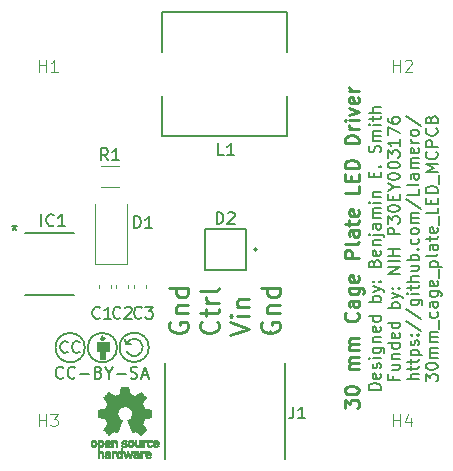
<source format=gto>
G04 #@! TF.GenerationSoftware,KiCad,Pcbnew,7.0.8-7.0.8~ubuntu22.04.1*
G04 #@! TF.CreationDate,2023-11-29T13:05:00-08:00*
G04 #@! TF.ProjectId,30 mm Cage Plate LED MCPCB,3330206d-6d20-4436-9167-6520506c6174,rev?*
G04 #@! TF.SameCoordinates,Original*
G04 #@! TF.FileFunction,Legend,Top*
G04 #@! TF.FilePolarity,Positive*
%FSLAX46Y46*%
G04 Gerber Fmt 4.6, Leading zero omitted, Abs format (unit mm)*
G04 Created by KiCad (PCBNEW 7.0.8-7.0.8~ubuntu22.04.1) date 2023-11-29 13:05:00*
%MOMM*%
%LPD*%
G01*
G04 APERTURE LIST*
%ADD10C,0.250000*%
%ADD11C,0.150000*%
%ADD12C,0.100000*%
%ADD13C,0.120000*%
%ADD14C,0.200000*%
%ADD15C,0.127000*%
%ADD16C,0.285372*%
%ADD17C,0.152400*%
%ADD18C,0.010000*%
G04 APERTURE END LIST*
D10*
X130110142Y-93474098D02*
X130110142Y-92731241D01*
X130110142Y-92731241D02*
X130567285Y-93131241D01*
X130567285Y-93131241D02*
X130567285Y-92959812D01*
X130567285Y-92959812D02*
X130624428Y-92845527D01*
X130624428Y-92845527D02*
X130681571Y-92788384D01*
X130681571Y-92788384D02*
X130795857Y-92731241D01*
X130795857Y-92731241D02*
X131081571Y-92731241D01*
X131081571Y-92731241D02*
X131195857Y-92788384D01*
X131195857Y-92788384D02*
X131253000Y-92845527D01*
X131253000Y-92845527D02*
X131310142Y-92959812D01*
X131310142Y-92959812D02*
X131310142Y-93302669D01*
X131310142Y-93302669D02*
X131253000Y-93416955D01*
X131253000Y-93416955D02*
X131195857Y-93474098D01*
X130110142Y-91988384D02*
X130110142Y-91874098D01*
X130110142Y-91874098D02*
X130167285Y-91759812D01*
X130167285Y-91759812D02*
X130224428Y-91702670D01*
X130224428Y-91702670D02*
X130338714Y-91645527D01*
X130338714Y-91645527D02*
X130567285Y-91588384D01*
X130567285Y-91588384D02*
X130853000Y-91588384D01*
X130853000Y-91588384D02*
X131081571Y-91645527D01*
X131081571Y-91645527D02*
X131195857Y-91702670D01*
X131195857Y-91702670D02*
X131253000Y-91759812D01*
X131253000Y-91759812D02*
X131310142Y-91874098D01*
X131310142Y-91874098D02*
X131310142Y-91988384D01*
X131310142Y-91988384D02*
X131253000Y-92102670D01*
X131253000Y-92102670D02*
X131195857Y-92159812D01*
X131195857Y-92159812D02*
X131081571Y-92216955D01*
X131081571Y-92216955D02*
X130853000Y-92274098D01*
X130853000Y-92274098D02*
X130567285Y-92274098D01*
X130567285Y-92274098D02*
X130338714Y-92216955D01*
X130338714Y-92216955D02*
X130224428Y-92159812D01*
X130224428Y-92159812D02*
X130167285Y-92102670D01*
X130167285Y-92102670D02*
X130110142Y-91988384D01*
X131310142Y-90159812D02*
X130510142Y-90159812D01*
X130624428Y-90159812D02*
X130567285Y-90102669D01*
X130567285Y-90102669D02*
X130510142Y-89988384D01*
X130510142Y-89988384D02*
X130510142Y-89816955D01*
X130510142Y-89816955D02*
X130567285Y-89702669D01*
X130567285Y-89702669D02*
X130681571Y-89645527D01*
X130681571Y-89645527D02*
X131310142Y-89645527D01*
X130681571Y-89645527D02*
X130567285Y-89588384D01*
X130567285Y-89588384D02*
X130510142Y-89474098D01*
X130510142Y-89474098D02*
X130510142Y-89302669D01*
X130510142Y-89302669D02*
X130567285Y-89188384D01*
X130567285Y-89188384D02*
X130681571Y-89131241D01*
X130681571Y-89131241D02*
X131310142Y-89131241D01*
X131310142Y-88559812D02*
X130510142Y-88559812D01*
X130624428Y-88559812D02*
X130567285Y-88502669D01*
X130567285Y-88502669D02*
X130510142Y-88388384D01*
X130510142Y-88388384D02*
X130510142Y-88216955D01*
X130510142Y-88216955D02*
X130567285Y-88102669D01*
X130567285Y-88102669D02*
X130681571Y-88045527D01*
X130681571Y-88045527D02*
X131310142Y-88045527D01*
X130681571Y-88045527D02*
X130567285Y-87988384D01*
X130567285Y-87988384D02*
X130510142Y-87874098D01*
X130510142Y-87874098D02*
X130510142Y-87702669D01*
X130510142Y-87702669D02*
X130567285Y-87588384D01*
X130567285Y-87588384D02*
X130681571Y-87531241D01*
X130681571Y-87531241D02*
X131310142Y-87531241D01*
X131195857Y-85359812D02*
X131253000Y-85416955D01*
X131253000Y-85416955D02*
X131310142Y-85588383D01*
X131310142Y-85588383D02*
X131310142Y-85702669D01*
X131310142Y-85702669D02*
X131253000Y-85874098D01*
X131253000Y-85874098D02*
X131138714Y-85988383D01*
X131138714Y-85988383D02*
X131024428Y-86045526D01*
X131024428Y-86045526D02*
X130795857Y-86102669D01*
X130795857Y-86102669D02*
X130624428Y-86102669D01*
X130624428Y-86102669D02*
X130395857Y-86045526D01*
X130395857Y-86045526D02*
X130281571Y-85988383D01*
X130281571Y-85988383D02*
X130167285Y-85874098D01*
X130167285Y-85874098D02*
X130110142Y-85702669D01*
X130110142Y-85702669D02*
X130110142Y-85588383D01*
X130110142Y-85588383D02*
X130167285Y-85416955D01*
X130167285Y-85416955D02*
X130224428Y-85359812D01*
X131310142Y-84331241D02*
X130681571Y-84331241D01*
X130681571Y-84331241D02*
X130567285Y-84388383D01*
X130567285Y-84388383D02*
X130510142Y-84502669D01*
X130510142Y-84502669D02*
X130510142Y-84731241D01*
X130510142Y-84731241D02*
X130567285Y-84845526D01*
X131253000Y-84331241D02*
X131310142Y-84445526D01*
X131310142Y-84445526D02*
X131310142Y-84731241D01*
X131310142Y-84731241D02*
X131253000Y-84845526D01*
X131253000Y-84845526D02*
X131138714Y-84902669D01*
X131138714Y-84902669D02*
X131024428Y-84902669D01*
X131024428Y-84902669D02*
X130910142Y-84845526D01*
X130910142Y-84845526D02*
X130853000Y-84731241D01*
X130853000Y-84731241D02*
X130853000Y-84445526D01*
X130853000Y-84445526D02*
X130795857Y-84331241D01*
X130510142Y-83245527D02*
X131481571Y-83245527D01*
X131481571Y-83245527D02*
X131595857Y-83302669D01*
X131595857Y-83302669D02*
X131653000Y-83359812D01*
X131653000Y-83359812D02*
X131710142Y-83474098D01*
X131710142Y-83474098D02*
X131710142Y-83645527D01*
X131710142Y-83645527D02*
X131653000Y-83759812D01*
X131253000Y-83245527D02*
X131310142Y-83359812D01*
X131310142Y-83359812D02*
X131310142Y-83588384D01*
X131310142Y-83588384D02*
X131253000Y-83702669D01*
X131253000Y-83702669D02*
X131195857Y-83759812D01*
X131195857Y-83759812D02*
X131081571Y-83816955D01*
X131081571Y-83816955D02*
X130738714Y-83816955D01*
X130738714Y-83816955D02*
X130624428Y-83759812D01*
X130624428Y-83759812D02*
X130567285Y-83702669D01*
X130567285Y-83702669D02*
X130510142Y-83588384D01*
X130510142Y-83588384D02*
X130510142Y-83359812D01*
X130510142Y-83359812D02*
X130567285Y-83245527D01*
X131253000Y-82216955D02*
X131310142Y-82331241D01*
X131310142Y-82331241D02*
X131310142Y-82559813D01*
X131310142Y-82559813D02*
X131253000Y-82674098D01*
X131253000Y-82674098D02*
X131138714Y-82731241D01*
X131138714Y-82731241D02*
X130681571Y-82731241D01*
X130681571Y-82731241D02*
X130567285Y-82674098D01*
X130567285Y-82674098D02*
X130510142Y-82559813D01*
X130510142Y-82559813D02*
X130510142Y-82331241D01*
X130510142Y-82331241D02*
X130567285Y-82216955D01*
X130567285Y-82216955D02*
X130681571Y-82159813D01*
X130681571Y-82159813D02*
X130795857Y-82159813D01*
X130795857Y-82159813D02*
X130910142Y-82731241D01*
X131310142Y-80731241D02*
X130110142Y-80731241D01*
X130110142Y-80731241D02*
X130110142Y-80274098D01*
X130110142Y-80274098D02*
X130167285Y-80159813D01*
X130167285Y-80159813D02*
X130224428Y-80102670D01*
X130224428Y-80102670D02*
X130338714Y-80045527D01*
X130338714Y-80045527D02*
X130510142Y-80045527D01*
X130510142Y-80045527D02*
X130624428Y-80102670D01*
X130624428Y-80102670D02*
X130681571Y-80159813D01*
X130681571Y-80159813D02*
X130738714Y-80274098D01*
X130738714Y-80274098D02*
X130738714Y-80731241D01*
X131310142Y-79359813D02*
X131253000Y-79474098D01*
X131253000Y-79474098D02*
X131138714Y-79531241D01*
X131138714Y-79531241D02*
X130110142Y-79531241D01*
X131310142Y-78388385D02*
X130681571Y-78388385D01*
X130681571Y-78388385D02*
X130567285Y-78445527D01*
X130567285Y-78445527D02*
X130510142Y-78559813D01*
X130510142Y-78559813D02*
X130510142Y-78788385D01*
X130510142Y-78788385D02*
X130567285Y-78902670D01*
X131253000Y-78388385D02*
X131310142Y-78502670D01*
X131310142Y-78502670D02*
X131310142Y-78788385D01*
X131310142Y-78788385D02*
X131253000Y-78902670D01*
X131253000Y-78902670D02*
X131138714Y-78959813D01*
X131138714Y-78959813D02*
X131024428Y-78959813D01*
X131024428Y-78959813D02*
X130910142Y-78902670D01*
X130910142Y-78902670D02*
X130853000Y-78788385D01*
X130853000Y-78788385D02*
X130853000Y-78502670D01*
X130853000Y-78502670D02*
X130795857Y-78388385D01*
X130510142Y-77988385D02*
X130510142Y-77531242D01*
X130110142Y-77816956D02*
X131138714Y-77816956D01*
X131138714Y-77816956D02*
X131253000Y-77759813D01*
X131253000Y-77759813D02*
X131310142Y-77645528D01*
X131310142Y-77645528D02*
X131310142Y-77531242D01*
X131253000Y-76674099D02*
X131310142Y-76788385D01*
X131310142Y-76788385D02*
X131310142Y-77016957D01*
X131310142Y-77016957D02*
X131253000Y-77131242D01*
X131253000Y-77131242D02*
X131138714Y-77188385D01*
X131138714Y-77188385D02*
X130681571Y-77188385D01*
X130681571Y-77188385D02*
X130567285Y-77131242D01*
X130567285Y-77131242D02*
X130510142Y-77016957D01*
X130510142Y-77016957D02*
X130510142Y-76788385D01*
X130510142Y-76788385D02*
X130567285Y-76674099D01*
X130567285Y-76674099D02*
X130681571Y-76616957D01*
X130681571Y-76616957D02*
X130795857Y-76616957D01*
X130795857Y-76616957D02*
X130910142Y-77188385D01*
X131310142Y-74616957D02*
X131310142Y-75188385D01*
X131310142Y-75188385D02*
X130110142Y-75188385D01*
X130681571Y-74216956D02*
X130681571Y-73816956D01*
X131310142Y-73645528D02*
X131310142Y-74216956D01*
X131310142Y-74216956D02*
X130110142Y-74216956D01*
X130110142Y-74216956D02*
X130110142Y-73645528D01*
X131310142Y-73131242D02*
X130110142Y-73131242D01*
X130110142Y-73131242D02*
X130110142Y-72845528D01*
X130110142Y-72845528D02*
X130167285Y-72674099D01*
X130167285Y-72674099D02*
X130281571Y-72559814D01*
X130281571Y-72559814D02*
X130395857Y-72502671D01*
X130395857Y-72502671D02*
X130624428Y-72445528D01*
X130624428Y-72445528D02*
X130795857Y-72445528D01*
X130795857Y-72445528D02*
X131024428Y-72502671D01*
X131024428Y-72502671D02*
X131138714Y-72559814D01*
X131138714Y-72559814D02*
X131253000Y-72674099D01*
X131253000Y-72674099D02*
X131310142Y-72845528D01*
X131310142Y-72845528D02*
X131310142Y-73131242D01*
X131310142Y-71016956D02*
X130110142Y-71016956D01*
X130110142Y-71016956D02*
X130110142Y-70731242D01*
X130110142Y-70731242D02*
X130167285Y-70559813D01*
X130167285Y-70559813D02*
X130281571Y-70445528D01*
X130281571Y-70445528D02*
X130395857Y-70388385D01*
X130395857Y-70388385D02*
X130624428Y-70331242D01*
X130624428Y-70331242D02*
X130795857Y-70331242D01*
X130795857Y-70331242D02*
X131024428Y-70388385D01*
X131024428Y-70388385D02*
X131138714Y-70445528D01*
X131138714Y-70445528D02*
X131253000Y-70559813D01*
X131253000Y-70559813D02*
X131310142Y-70731242D01*
X131310142Y-70731242D02*
X131310142Y-71016956D01*
X131310142Y-69816956D02*
X130510142Y-69816956D01*
X130738714Y-69816956D02*
X130624428Y-69759813D01*
X130624428Y-69759813D02*
X130567285Y-69702671D01*
X130567285Y-69702671D02*
X130510142Y-69588385D01*
X130510142Y-69588385D02*
X130510142Y-69474099D01*
X131310142Y-69074099D02*
X130510142Y-69074099D01*
X130110142Y-69074099D02*
X130167285Y-69131242D01*
X130167285Y-69131242D02*
X130224428Y-69074099D01*
X130224428Y-69074099D02*
X130167285Y-69016956D01*
X130167285Y-69016956D02*
X130110142Y-69074099D01*
X130110142Y-69074099D02*
X130224428Y-69074099D01*
X130510142Y-68616956D02*
X131310142Y-68331242D01*
X131310142Y-68331242D02*
X130510142Y-68045527D01*
X131253000Y-67131241D02*
X131310142Y-67245527D01*
X131310142Y-67245527D02*
X131310142Y-67474099D01*
X131310142Y-67474099D02*
X131253000Y-67588384D01*
X131253000Y-67588384D02*
X131138714Y-67645527D01*
X131138714Y-67645527D02*
X130681571Y-67645527D01*
X130681571Y-67645527D02*
X130567285Y-67588384D01*
X130567285Y-67588384D02*
X130510142Y-67474099D01*
X130510142Y-67474099D02*
X130510142Y-67245527D01*
X130510142Y-67245527D02*
X130567285Y-67131241D01*
X130567285Y-67131241D02*
X130681571Y-67074099D01*
X130681571Y-67074099D02*
X130795857Y-67074099D01*
X130795857Y-67074099D02*
X130910142Y-67645527D01*
X131310142Y-66559813D02*
X130510142Y-66559813D01*
X130738714Y-66559813D02*
X130624428Y-66502670D01*
X130624428Y-66502670D02*
X130567285Y-66445528D01*
X130567285Y-66445528D02*
X130510142Y-66331242D01*
X130510142Y-66331242D02*
X130510142Y-66216956D01*
D11*
X133149819Y-91892380D02*
X132149819Y-91892380D01*
X132149819Y-91892380D02*
X132149819Y-91654285D01*
X132149819Y-91654285D02*
X132197438Y-91511428D01*
X132197438Y-91511428D02*
X132292676Y-91416190D01*
X132292676Y-91416190D02*
X132387914Y-91368571D01*
X132387914Y-91368571D02*
X132578390Y-91320952D01*
X132578390Y-91320952D02*
X132721247Y-91320952D01*
X132721247Y-91320952D02*
X132911723Y-91368571D01*
X132911723Y-91368571D02*
X133006961Y-91416190D01*
X133006961Y-91416190D02*
X133102200Y-91511428D01*
X133102200Y-91511428D02*
X133149819Y-91654285D01*
X133149819Y-91654285D02*
X133149819Y-91892380D01*
X133102200Y-90511428D02*
X133149819Y-90606666D01*
X133149819Y-90606666D02*
X133149819Y-90797142D01*
X133149819Y-90797142D02*
X133102200Y-90892380D01*
X133102200Y-90892380D02*
X133006961Y-90939999D01*
X133006961Y-90939999D02*
X132626009Y-90939999D01*
X132626009Y-90939999D02*
X132530771Y-90892380D01*
X132530771Y-90892380D02*
X132483152Y-90797142D01*
X132483152Y-90797142D02*
X132483152Y-90606666D01*
X132483152Y-90606666D02*
X132530771Y-90511428D01*
X132530771Y-90511428D02*
X132626009Y-90463809D01*
X132626009Y-90463809D02*
X132721247Y-90463809D01*
X132721247Y-90463809D02*
X132816485Y-90939999D01*
X133102200Y-90082856D02*
X133149819Y-89987618D01*
X133149819Y-89987618D02*
X133149819Y-89797142D01*
X133149819Y-89797142D02*
X133102200Y-89701904D01*
X133102200Y-89701904D02*
X133006961Y-89654285D01*
X133006961Y-89654285D02*
X132959342Y-89654285D01*
X132959342Y-89654285D02*
X132864104Y-89701904D01*
X132864104Y-89701904D02*
X132816485Y-89797142D01*
X132816485Y-89797142D02*
X132816485Y-89939999D01*
X132816485Y-89939999D02*
X132768866Y-90035237D01*
X132768866Y-90035237D02*
X132673628Y-90082856D01*
X132673628Y-90082856D02*
X132626009Y-90082856D01*
X132626009Y-90082856D02*
X132530771Y-90035237D01*
X132530771Y-90035237D02*
X132483152Y-89939999D01*
X132483152Y-89939999D02*
X132483152Y-89797142D01*
X132483152Y-89797142D02*
X132530771Y-89701904D01*
X133149819Y-89225713D02*
X132483152Y-89225713D01*
X132149819Y-89225713D02*
X132197438Y-89273332D01*
X132197438Y-89273332D02*
X132245057Y-89225713D01*
X132245057Y-89225713D02*
X132197438Y-89178094D01*
X132197438Y-89178094D02*
X132149819Y-89225713D01*
X132149819Y-89225713D02*
X132245057Y-89225713D01*
X132483152Y-88320952D02*
X133292676Y-88320952D01*
X133292676Y-88320952D02*
X133387914Y-88368571D01*
X133387914Y-88368571D02*
X133435533Y-88416190D01*
X133435533Y-88416190D02*
X133483152Y-88511428D01*
X133483152Y-88511428D02*
X133483152Y-88654285D01*
X133483152Y-88654285D02*
X133435533Y-88749523D01*
X133102200Y-88320952D02*
X133149819Y-88416190D01*
X133149819Y-88416190D02*
X133149819Y-88606666D01*
X133149819Y-88606666D02*
X133102200Y-88701904D01*
X133102200Y-88701904D02*
X133054580Y-88749523D01*
X133054580Y-88749523D02*
X132959342Y-88797142D01*
X132959342Y-88797142D02*
X132673628Y-88797142D01*
X132673628Y-88797142D02*
X132578390Y-88749523D01*
X132578390Y-88749523D02*
X132530771Y-88701904D01*
X132530771Y-88701904D02*
X132483152Y-88606666D01*
X132483152Y-88606666D02*
X132483152Y-88416190D01*
X132483152Y-88416190D02*
X132530771Y-88320952D01*
X132483152Y-87844761D02*
X133149819Y-87844761D01*
X132578390Y-87844761D02*
X132530771Y-87797142D01*
X132530771Y-87797142D02*
X132483152Y-87701904D01*
X132483152Y-87701904D02*
X132483152Y-87559047D01*
X132483152Y-87559047D02*
X132530771Y-87463809D01*
X132530771Y-87463809D02*
X132626009Y-87416190D01*
X132626009Y-87416190D02*
X133149819Y-87416190D01*
X133102200Y-86559047D02*
X133149819Y-86654285D01*
X133149819Y-86654285D02*
X133149819Y-86844761D01*
X133149819Y-86844761D02*
X133102200Y-86939999D01*
X133102200Y-86939999D02*
X133006961Y-86987618D01*
X133006961Y-86987618D02*
X132626009Y-86987618D01*
X132626009Y-86987618D02*
X132530771Y-86939999D01*
X132530771Y-86939999D02*
X132483152Y-86844761D01*
X132483152Y-86844761D02*
X132483152Y-86654285D01*
X132483152Y-86654285D02*
X132530771Y-86559047D01*
X132530771Y-86559047D02*
X132626009Y-86511428D01*
X132626009Y-86511428D02*
X132721247Y-86511428D01*
X132721247Y-86511428D02*
X132816485Y-86987618D01*
X133149819Y-85654285D02*
X132149819Y-85654285D01*
X133102200Y-85654285D02*
X133149819Y-85749523D01*
X133149819Y-85749523D02*
X133149819Y-85939999D01*
X133149819Y-85939999D02*
X133102200Y-86035237D01*
X133102200Y-86035237D02*
X133054580Y-86082856D01*
X133054580Y-86082856D02*
X132959342Y-86130475D01*
X132959342Y-86130475D02*
X132673628Y-86130475D01*
X132673628Y-86130475D02*
X132578390Y-86082856D01*
X132578390Y-86082856D02*
X132530771Y-86035237D01*
X132530771Y-86035237D02*
X132483152Y-85939999D01*
X132483152Y-85939999D02*
X132483152Y-85749523D01*
X132483152Y-85749523D02*
X132530771Y-85654285D01*
X133149819Y-84416189D02*
X132149819Y-84416189D01*
X132530771Y-84416189D02*
X132483152Y-84320951D01*
X132483152Y-84320951D02*
X132483152Y-84130475D01*
X132483152Y-84130475D02*
X132530771Y-84035237D01*
X132530771Y-84035237D02*
X132578390Y-83987618D01*
X132578390Y-83987618D02*
X132673628Y-83939999D01*
X132673628Y-83939999D02*
X132959342Y-83939999D01*
X132959342Y-83939999D02*
X133054580Y-83987618D01*
X133054580Y-83987618D02*
X133102200Y-84035237D01*
X133102200Y-84035237D02*
X133149819Y-84130475D01*
X133149819Y-84130475D02*
X133149819Y-84320951D01*
X133149819Y-84320951D02*
X133102200Y-84416189D01*
X132483152Y-83606665D02*
X133149819Y-83368570D01*
X132483152Y-83130475D02*
X133149819Y-83368570D01*
X133149819Y-83368570D02*
X133387914Y-83463808D01*
X133387914Y-83463808D02*
X133435533Y-83511427D01*
X133435533Y-83511427D02*
X133483152Y-83606665D01*
X133054580Y-82749522D02*
X133102200Y-82701903D01*
X133102200Y-82701903D02*
X133149819Y-82749522D01*
X133149819Y-82749522D02*
X133102200Y-82797141D01*
X133102200Y-82797141D02*
X133054580Y-82749522D01*
X133054580Y-82749522D02*
X133149819Y-82749522D01*
X132530771Y-82749522D02*
X132578390Y-82701903D01*
X132578390Y-82701903D02*
X132626009Y-82749522D01*
X132626009Y-82749522D02*
X132578390Y-82797141D01*
X132578390Y-82797141D02*
X132530771Y-82749522D01*
X132530771Y-82749522D02*
X132626009Y-82749522D01*
X132626009Y-81178094D02*
X132673628Y-81035237D01*
X132673628Y-81035237D02*
X132721247Y-80987618D01*
X132721247Y-80987618D02*
X132816485Y-80939999D01*
X132816485Y-80939999D02*
X132959342Y-80939999D01*
X132959342Y-80939999D02*
X133054580Y-80987618D01*
X133054580Y-80987618D02*
X133102200Y-81035237D01*
X133102200Y-81035237D02*
X133149819Y-81130475D01*
X133149819Y-81130475D02*
X133149819Y-81511427D01*
X133149819Y-81511427D02*
X132149819Y-81511427D01*
X132149819Y-81511427D02*
X132149819Y-81178094D01*
X132149819Y-81178094D02*
X132197438Y-81082856D01*
X132197438Y-81082856D02*
X132245057Y-81035237D01*
X132245057Y-81035237D02*
X132340295Y-80987618D01*
X132340295Y-80987618D02*
X132435533Y-80987618D01*
X132435533Y-80987618D02*
X132530771Y-81035237D01*
X132530771Y-81035237D02*
X132578390Y-81082856D01*
X132578390Y-81082856D02*
X132626009Y-81178094D01*
X132626009Y-81178094D02*
X132626009Y-81511427D01*
X133102200Y-80130475D02*
X133149819Y-80225713D01*
X133149819Y-80225713D02*
X133149819Y-80416189D01*
X133149819Y-80416189D02*
X133102200Y-80511427D01*
X133102200Y-80511427D02*
X133006961Y-80559046D01*
X133006961Y-80559046D02*
X132626009Y-80559046D01*
X132626009Y-80559046D02*
X132530771Y-80511427D01*
X132530771Y-80511427D02*
X132483152Y-80416189D01*
X132483152Y-80416189D02*
X132483152Y-80225713D01*
X132483152Y-80225713D02*
X132530771Y-80130475D01*
X132530771Y-80130475D02*
X132626009Y-80082856D01*
X132626009Y-80082856D02*
X132721247Y-80082856D01*
X132721247Y-80082856D02*
X132816485Y-80559046D01*
X132483152Y-79654284D02*
X133149819Y-79654284D01*
X132578390Y-79654284D02*
X132530771Y-79606665D01*
X132530771Y-79606665D02*
X132483152Y-79511427D01*
X132483152Y-79511427D02*
X132483152Y-79368570D01*
X132483152Y-79368570D02*
X132530771Y-79273332D01*
X132530771Y-79273332D02*
X132626009Y-79225713D01*
X132626009Y-79225713D02*
X133149819Y-79225713D01*
X132483152Y-78749522D02*
X133340295Y-78749522D01*
X133340295Y-78749522D02*
X133435533Y-78797141D01*
X133435533Y-78797141D02*
X133483152Y-78892379D01*
X133483152Y-78892379D02*
X133483152Y-78939998D01*
X132149819Y-78749522D02*
X132197438Y-78797141D01*
X132197438Y-78797141D02*
X132245057Y-78749522D01*
X132245057Y-78749522D02*
X132197438Y-78701903D01*
X132197438Y-78701903D02*
X132149819Y-78749522D01*
X132149819Y-78749522D02*
X132245057Y-78749522D01*
X133149819Y-77844761D02*
X132626009Y-77844761D01*
X132626009Y-77844761D02*
X132530771Y-77892380D01*
X132530771Y-77892380D02*
X132483152Y-77987618D01*
X132483152Y-77987618D02*
X132483152Y-78178094D01*
X132483152Y-78178094D02*
X132530771Y-78273332D01*
X133102200Y-77844761D02*
X133149819Y-77939999D01*
X133149819Y-77939999D02*
X133149819Y-78178094D01*
X133149819Y-78178094D02*
X133102200Y-78273332D01*
X133102200Y-78273332D02*
X133006961Y-78320951D01*
X133006961Y-78320951D02*
X132911723Y-78320951D01*
X132911723Y-78320951D02*
X132816485Y-78273332D01*
X132816485Y-78273332D02*
X132768866Y-78178094D01*
X132768866Y-78178094D02*
X132768866Y-77939999D01*
X132768866Y-77939999D02*
X132721247Y-77844761D01*
X133149819Y-77368570D02*
X132483152Y-77368570D01*
X132578390Y-77368570D02*
X132530771Y-77320951D01*
X132530771Y-77320951D02*
X132483152Y-77225713D01*
X132483152Y-77225713D02*
X132483152Y-77082856D01*
X132483152Y-77082856D02*
X132530771Y-76987618D01*
X132530771Y-76987618D02*
X132626009Y-76939999D01*
X132626009Y-76939999D02*
X133149819Y-76939999D01*
X132626009Y-76939999D02*
X132530771Y-76892380D01*
X132530771Y-76892380D02*
X132483152Y-76797142D01*
X132483152Y-76797142D02*
X132483152Y-76654285D01*
X132483152Y-76654285D02*
X132530771Y-76559046D01*
X132530771Y-76559046D02*
X132626009Y-76511427D01*
X132626009Y-76511427D02*
X133149819Y-76511427D01*
X133149819Y-76035237D02*
X132483152Y-76035237D01*
X132149819Y-76035237D02*
X132197438Y-76082856D01*
X132197438Y-76082856D02*
X132245057Y-76035237D01*
X132245057Y-76035237D02*
X132197438Y-75987618D01*
X132197438Y-75987618D02*
X132149819Y-76035237D01*
X132149819Y-76035237D02*
X132245057Y-76035237D01*
X132483152Y-75559047D02*
X133149819Y-75559047D01*
X132578390Y-75559047D02*
X132530771Y-75511428D01*
X132530771Y-75511428D02*
X132483152Y-75416190D01*
X132483152Y-75416190D02*
X132483152Y-75273333D01*
X132483152Y-75273333D02*
X132530771Y-75178095D01*
X132530771Y-75178095D02*
X132626009Y-75130476D01*
X132626009Y-75130476D02*
X133149819Y-75130476D01*
X132626009Y-73892380D02*
X132626009Y-73559047D01*
X133149819Y-73416190D02*
X133149819Y-73892380D01*
X133149819Y-73892380D02*
X132149819Y-73892380D01*
X132149819Y-73892380D02*
X132149819Y-73416190D01*
X133054580Y-72987618D02*
X133102200Y-72939999D01*
X133102200Y-72939999D02*
X133149819Y-72987618D01*
X133149819Y-72987618D02*
X133102200Y-73035237D01*
X133102200Y-73035237D02*
X133054580Y-72987618D01*
X133054580Y-72987618D02*
X133149819Y-72987618D01*
X133102200Y-71797142D02*
X133149819Y-71654285D01*
X133149819Y-71654285D02*
X133149819Y-71416190D01*
X133149819Y-71416190D02*
X133102200Y-71320952D01*
X133102200Y-71320952D02*
X133054580Y-71273333D01*
X133054580Y-71273333D02*
X132959342Y-71225714D01*
X132959342Y-71225714D02*
X132864104Y-71225714D01*
X132864104Y-71225714D02*
X132768866Y-71273333D01*
X132768866Y-71273333D02*
X132721247Y-71320952D01*
X132721247Y-71320952D02*
X132673628Y-71416190D01*
X132673628Y-71416190D02*
X132626009Y-71606666D01*
X132626009Y-71606666D02*
X132578390Y-71701904D01*
X132578390Y-71701904D02*
X132530771Y-71749523D01*
X132530771Y-71749523D02*
X132435533Y-71797142D01*
X132435533Y-71797142D02*
X132340295Y-71797142D01*
X132340295Y-71797142D02*
X132245057Y-71749523D01*
X132245057Y-71749523D02*
X132197438Y-71701904D01*
X132197438Y-71701904D02*
X132149819Y-71606666D01*
X132149819Y-71606666D02*
X132149819Y-71368571D01*
X132149819Y-71368571D02*
X132197438Y-71225714D01*
X133149819Y-70797142D02*
X132483152Y-70797142D01*
X132578390Y-70797142D02*
X132530771Y-70749523D01*
X132530771Y-70749523D02*
X132483152Y-70654285D01*
X132483152Y-70654285D02*
X132483152Y-70511428D01*
X132483152Y-70511428D02*
X132530771Y-70416190D01*
X132530771Y-70416190D02*
X132626009Y-70368571D01*
X132626009Y-70368571D02*
X133149819Y-70368571D01*
X132626009Y-70368571D02*
X132530771Y-70320952D01*
X132530771Y-70320952D02*
X132483152Y-70225714D01*
X132483152Y-70225714D02*
X132483152Y-70082857D01*
X132483152Y-70082857D02*
X132530771Y-69987618D01*
X132530771Y-69987618D02*
X132626009Y-69939999D01*
X132626009Y-69939999D02*
X133149819Y-69939999D01*
X133149819Y-69463809D02*
X132483152Y-69463809D01*
X132149819Y-69463809D02*
X132197438Y-69511428D01*
X132197438Y-69511428D02*
X132245057Y-69463809D01*
X132245057Y-69463809D02*
X132197438Y-69416190D01*
X132197438Y-69416190D02*
X132149819Y-69463809D01*
X132149819Y-69463809D02*
X132245057Y-69463809D01*
X132483152Y-69130476D02*
X132483152Y-68749524D01*
X132149819Y-68987619D02*
X133006961Y-68987619D01*
X133006961Y-68987619D02*
X133102200Y-68940000D01*
X133102200Y-68940000D02*
X133149819Y-68844762D01*
X133149819Y-68844762D02*
X133149819Y-68749524D01*
X133149819Y-68416190D02*
X132149819Y-68416190D01*
X133149819Y-67987619D02*
X132626009Y-67987619D01*
X132626009Y-67987619D02*
X132530771Y-68035238D01*
X132530771Y-68035238D02*
X132483152Y-68130476D01*
X132483152Y-68130476D02*
X132483152Y-68273333D01*
X132483152Y-68273333D02*
X132530771Y-68368571D01*
X132530771Y-68368571D02*
X132578390Y-68416190D01*
X134236009Y-90725714D02*
X134236009Y-91059047D01*
X134759819Y-91059047D02*
X133759819Y-91059047D01*
X133759819Y-91059047D02*
X133759819Y-90582857D01*
X134093152Y-89773333D02*
X134759819Y-89773333D01*
X134093152Y-90201904D02*
X134616961Y-90201904D01*
X134616961Y-90201904D02*
X134712200Y-90154285D01*
X134712200Y-90154285D02*
X134759819Y-90059047D01*
X134759819Y-90059047D02*
X134759819Y-89916190D01*
X134759819Y-89916190D02*
X134712200Y-89820952D01*
X134712200Y-89820952D02*
X134664580Y-89773333D01*
X134093152Y-89297142D02*
X134759819Y-89297142D01*
X134188390Y-89297142D02*
X134140771Y-89249523D01*
X134140771Y-89249523D02*
X134093152Y-89154285D01*
X134093152Y-89154285D02*
X134093152Y-89011428D01*
X134093152Y-89011428D02*
X134140771Y-88916190D01*
X134140771Y-88916190D02*
X134236009Y-88868571D01*
X134236009Y-88868571D02*
X134759819Y-88868571D01*
X134759819Y-87963809D02*
X133759819Y-87963809D01*
X134712200Y-87963809D02*
X134759819Y-88059047D01*
X134759819Y-88059047D02*
X134759819Y-88249523D01*
X134759819Y-88249523D02*
X134712200Y-88344761D01*
X134712200Y-88344761D02*
X134664580Y-88392380D01*
X134664580Y-88392380D02*
X134569342Y-88439999D01*
X134569342Y-88439999D02*
X134283628Y-88439999D01*
X134283628Y-88439999D02*
X134188390Y-88392380D01*
X134188390Y-88392380D02*
X134140771Y-88344761D01*
X134140771Y-88344761D02*
X134093152Y-88249523D01*
X134093152Y-88249523D02*
X134093152Y-88059047D01*
X134093152Y-88059047D02*
X134140771Y-87963809D01*
X134712200Y-87106666D02*
X134759819Y-87201904D01*
X134759819Y-87201904D02*
X134759819Y-87392380D01*
X134759819Y-87392380D02*
X134712200Y-87487618D01*
X134712200Y-87487618D02*
X134616961Y-87535237D01*
X134616961Y-87535237D02*
X134236009Y-87535237D01*
X134236009Y-87535237D02*
X134140771Y-87487618D01*
X134140771Y-87487618D02*
X134093152Y-87392380D01*
X134093152Y-87392380D02*
X134093152Y-87201904D01*
X134093152Y-87201904D02*
X134140771Y-87106666D01*
X134140771Y-87106666D02*
X134236009Y-87059047D01*
X134236009Y-87059047D02*
X134331247Y-87059047D01*
X134331247Y-87059047D02*
X134426485Y-87535237D01*
X134759819Y-86201904D02*
X133759819Y-86201904D01*
X134712200Y-86201904D02*
X134759819Y-86297142D01*
X134759819Y-86297142D02*
X134759819Y-86487618D01*
X134759819Y-86487618D02*
X134712200Y-86582856D01*
X134712200Y-86582856D02*
X134664580Y-86630475D01*
X134664580Y-86630475D02*
X134569342Y-86678094D01*
X134569342Y-86678094D02*
X134283628Y-86678094D01*
X134283628Y-86678094D02*
X134188390Y-86630475D01*
X134188390Y-86630475D02*
X134140771Y-86582856D01*
X134140771Y-86582856D02*
X134093152Y-86487618D01*
X134093152Y-86487618D02*
X134093152Y-86297142D01*
X134093152Y-86297142D02*
X134140771Y-86201904D01*
X134759819Y-84963808D02*
X133759819Y-84963808D01*
X134140771Y-84963808D02*
X134093152Y-84868570D01*
X134093152Y-84868570D02*
X134093152Y-84678094D01*
X134093152Y-84678094D02*
X134140771Y-84582856D01*
X134140771Y-84582856D02*
X134188390Y-84535237D01*
X134188390Y-84535237D02*
X134283628Y-84487618D01*
X134283628Y-84487618D02*
X134569342Y-84487618D01*
X134569342Y-84487618D02*
X134664580Y-84535237D01*
X134664580Y-84535237D02*
X134712200Y-84582856D01*
X134712200Y-84582856D02*
X134759819Y-84678094D01*
X134759819Y-84678094D02*
X134759819Y-84868570D01*
X134759819Y-84868570D02*
X134712200Y-84963808D01*
X134093152Y-84154284D02*
X134759819Y-83916189D01*
X134093152Y-83678094D02*
X134759819Y-83916189D01*
X134759819Y-83916189D02*
X134997914Y-84011427D01*
X134997914Y-84011427D02*
X135045533Y-84059046D01*
X135045533Y-84059046D02*
X135093152Y-84154284D01*
X134664580Y-83297141D02*
X134712200Y-83249522D01*
X134712200Y-83249522D02*
X134759819Y-83297141D01*
X134759819Y-83297141D02*
X134712200Y-83344760D01*
X134712200Y-83344760D02*
X134664580Y-83297141D01*
X134664580Y-83297141D02*
X134759819Y-83297141D01*
X134140771Y-83297141D02*
X134188390Y-83249522D01*
X134188390Y-83249522D02*
X134236009Y-83297141D01*
X134236009Y-83297141D02*
X134188390Y-83344760D01*
X134188390Y-83344760D02*
X134140771Y-83297141D01*
X134140771Y-83297141D02*
X134236009Y-83297141D01*
X134759819Y-82059046D02*
X133759819Y-82059046D01*
X133759819Y-82059046D02*
X134759819Y-81487618D01*
X134759819Y-81487618D02*
X133759819Y-81487618D01*
X134759819Y-81011427D02*
X133759819Y-81011427D01*
X134759819Y-80535237D02*
X133759819Y-80535237D01*
X134236009Y-80535237D02*
X134236009Y-79963809D01*
X134759819Y-79963809D02*
X133759819Y-79963809D01*
X134759819Y-78725713D02*
X133759819Y-78725713D01*
X133759819Y-78725713D02*
X133759819Y-78344761D01*
X133759819Y-78344761D02*
X133807438Y-78249523D01*
X133807438Y-78249523D02*
X133855057Y-78201904D01*
X133855057Y-78201904D02*
X133950295Y-78154285D01*
X133950295Y-78154285D02*
X134093152Y-78154285D01*
X134093152Y-78154285D02*
X134188390Y-78201904D01*
X134188390Y-78201904D02*
X134236009Y-78249523D01*
X134236009Y-78249523D02*
X134283628Y-78344761D01*
X134283628Y-78344761D02*
X134283628Y-78725713D01*
X133759819Y-77820951D02*
X133759819Y-77201904D01*
X133759819Y-77201904D02*
X134140771Y-77535237D01*
X134140771Y-77535237D02*
X134140771Y-77392380D01*
X134140771Y-77392380D02*
X134188390Y-77297142D01*
X134188390Y-77297142D02*
X134236009Y-77249523D01*
X134236009Y-77249523D02*
X134331247Y-77201904D01*
X134331247Y-77201904D02*
X134569342Y-77201904D01*
X134569342Y-77201904D02*
X134664580Y-77249523D01*
X134664580Y-77249523D02*
X134712200Y-77297142D01*
X134712200Y-77297142D02*
X134759819Y-77392380D01*
X134759819Y-77392380D02*
X134759819Y-77678094D01*
X134759819Y-77678094D02*
X134712200Y-77773332D01*
X134712200Y-77773332D02*
X134664580Y-77820951D01*
X133759819Y-76582856D02*
X133759819Y-76487618D01*
X133759819Y-76487618D02*
X133807438Y-76392380D01*
X133807438Y-76392380D02*
X133855057Y-76344761D01*
X133855057Y-76344761D02*
X133950295Y-76297142D01*
X133950295Y-76297142D02*
X134140771Y-76249523D01*
X134140771Y-76249523D02*
X134378866Y-76249523D01*
X134378866Y-76249523D02*
X134569342Y-76297142D01*
X134569342Y-76297142D02*
X134664580Y-76344761D01*
X134664580Y-76344761D02*
X134712200Y-76392380D01*
X134712200Y-76392380D02*
X134759819Y-76487618D01*
X134759819Y-76487618D02*
X134759819Y-76582856D01*
X134759819Y-76582856D02*
X134712200Y-76678094D01*
X134712200Y-76678094D02*
X134664580Y-76725713D01*
X134664580Y-76725713D02*
X134569342Y-76773332D01*
X134569342Y-76773332D02*
X134378866Y-76820951D01*
X134378866Y-76820951D02*
X134140771Y-76820951D01*
X134140771Y-76820951D02*
X133950295Y-76773332D01*
X133950295Y-76773332D02*
X133855057Y-76725713D01*
X133855057Y-76725713D02*
X133807438Y-76678094D01*
X133807438Y-76678094D02*
X133759819Y-76582856D01*
X134236009Y-75820951D02*
X134236009Y-75487618D01*
X134759819Y-75344761D02*
X134759819Y-75820951D01*
X134759819Y-75820951D02*
X133759819Y-75820951D01*
X133759819Y-75820951D02*
X133759819Y-75344761D01*
X134283628Y-74725713D02*
X134759819Y-74725713D01*
X133759819Y-75059046D02*
X134283628Y-74725713D01*
X134283628Y-74725713D02*
X133759819Y-74392380D01*
X133759819Y-73868570D02*
X133759819Y-73773332D01*
X133759819Y-73773332D02*
X133807438Y-73678094D01*
X133807438Y-73678094D02*
X133855057Y-73630475D01*
X133855057Y-73630475D02*
X133950295Y-73582856D01*
X133950295Y-73582856D02*
X134140771Y-73535237D01*
X134140771Y-73535237D02*
X134378866Y-73535237D01*
X134378866Y-73535237D02*
X134569342Y-73582856D01*
X134569342Y-73582856D02*
X134664580Y-73630475D01*
X134664580Y-73630475D02*
X134712200Y-73678094D01*
X134712200Y-73678094D02*
X134759819Y-73773332D01*
X134759819Y-73773332D02*
X134759819Y-73868570D01*
X134759819Y-73868570D02*
X134712200Y-73963808D01*
X134712200Y-73963808D02*
X134664580Y-74011427D01*
X134664580Y-74011427D02*
X134569342Y-74059046D01*
X134569342Y-74059046D02*
X134378866Y-74106665D01*
X134378866Y-74106665D02*
X134140771Y-74106665D01*
X134140771Y-74106665D02*
X133950295Y-74059046D01*
X133950295Y-74059046D02*
X133855057Y-74011427D01*
X133855057Y-74011427D02*
X133807438Y-73963808D01*
X133807438Y-73963808D02*
X133759819Y-73868570D01*
X133759819Y-72916189D02*
X133759819Y-72820951D01*
X133759819Y-72820951D02*
X133807438Y-72725713D01*
X133807438Y-72725713D02*
X133855057Y-72678094D01*
X133855057Y-72678094D02*
X133950295Y-72630475D01*
X133950295Y-72630475D02*
X134140771Y-72582856D01*
X134140771Y-72582856D02*
X134378866Y-72582856D01*
X134378866Y-72582856D02*
X134569342Y-72630475D01*
X134569342Y-72630475D02*
X134664580Y-72678094D01*
X134664580Y-72678094D02*
X134712200Y-72725713D01*
X134712200Y-72725713D02*
X134759819Y-72820951D01*
X134759819Y-72820951D02*
X134759819Y-72916189D01*
X134759819Y-72916189D02*
X134712200Y-73011427D01*
X134712200Y-73011427D02*
X134664580Y-73059046D01*
X134664580Y-73059046D02*
X134569342Y-73106665D01*
X134569342Y-73106665D02*
X134378866Y-73154284D01*
X134378866Y-73154284D02*
X134140771Y-73154284D01*
X134140771Y-73154284D02*
X133950295Y-73106665D01*
X133950295Y-73106665D02*
X133855057Y-73059046D01*
X133855057Y-73059046D02*
X133807438Y-73011427D01*
X133807438Y-73011427D02*
X133759819Y-72916189D01*
X133759819Y-72249522D02*
X133759819Y-71630475D01*
X133759819Y-71630475D02*
X134140771Y-71963808D01*
X134140771Y-71963808D02*
X134140771Y-71820951D01*
X134140771Y-71820951D02*
X134188390Y-71725713D01*
X134188390Y-71725713D02*
X134236009Y-71678094D01*
X134236009Y-71678094D02*
X134331247Y-71630475D01*
X134331247Y-71630475D02*
X134569342Y-71630475D01*
X134569342Y-71630475D02*
X134664580Y-71678094D01*
X134664580Y-71678094D02*
X134712200Y-71725713D01*
X134712200Y-71725713D02*
X134759819Y-71820951D01*
X134759819Y-71820951D02*
X134759819Y-72106665D01*
X134759819Y-72106665D02*
X134712200Y-72201903D01*
X134712200Y-72201903D02*
X134664580Y-72249522D01*
X134759819Y-70678094D02*
X134759819Y-71249522D01*
X134759819Y-70963808D02*
X133759819Y-70963808D01*
X133759819Y-70963808D02*
X133902676Y-71059046D01*
X133902676Y-71059046D02*
X133997914Y-71154284D01*
X133997914Y-71154284D02*
X134045533Y-71249522D01*
X133759819Y-70344760D02*
X133759819Y-69678094D01*
X133759819Y-69678094D02*
X134759819Y-70106665D01*
X133759819Y-68868570D02*
X133759819Y-69059046D01*
X133759819Y-69059046D02*
X133807438Y-69154284D01*
X133807438Y-69154284D02*
X133855057Y-69201903D01*
X133855057Y-69201903D02*
X133997914Y-69297141D01*
X133997914Y-69297141D02*
X134188390Y-69344760D01*
X134188390Y-69344760D02*
X134569342Y-69344760D01*
X134569342Y-69344760D02*
X134664580Y-69297141D01*
X134664580Y-69297141D02*
X134712200Y-69249522D01*
X134712200Y-69249522D02*
X134759819Y-69154284D01*
X134759819Y-69154284D02*
X134759819Y-68963808D01*
X134759819Y-68963808D02*
X134712200Y-68868570D01*
X134712200Y-68868570D02*
X134664580Y-68820951D01*
X134664580Y-68820951D02*
X134569342Y-68773332D01*
X134569342Y-68773332D02*
X134331247Y-68773332D01*
X134331247Y-68773332D02*
X134236009Y-68820951D01*
X134236009Y-68820951D02*
X134188390Y-68868570D01*
X134188390Y-68868570D02*
X134140771Y-68963808D01*
X134140771Y-68963808D02*
X134140771Y-69154284D01*
X134140771Y-69154284D02*
X134188390Y-69249522D01*
X134188390Y-69249522D02*
X134236009Y-69297141D01*
X134236009Y-69297141D02*
X134331247Y-69344760D01*
X136369819Y-91011428D02*
X135369819Y-91011428D01*
X136369819Y-90582857D02*
X135846009Y-90582857D01*
X135846009Y-90582857D02*
X135750771Y-90630476D01*
X135750771Y-90630476D02*
X135703152Y-90725714D01*
X135703152Y-90725714D02*
X135703152Y-90868571D01*
X135703152Y-90868571D02*
X135750771Y-90963809D01*
X135750771Y-90963809D02*
X135798390Y-91011428D01*
X135703152Y-90249523D02*
X135703152Y-89868571D01*
X135369819Y-90106666D02*
X136226961Y-90106666D01*
X136226961Y-90106666D02*
X136322200Y-90059047D01*
X136322200Y-90059047D02*
X136369819Y-89963809D01*
X136369819Y-89963809D02*
X136369819Y-89868571D01*
X135703152Y-89678094D02*
X135703152Y-89297142D01*
X135369819Y-89535237D02*
X136226961Y-89535237D01*
X136226961Y-89535237D02*
X136322200Y-89487618D01*
X136322200Y-89487618D02*
X136369819Y-89392380D01*
X136369819Y-89392380D02*
X136369819Y-89297142D01*
X135703152Y-88963808D02*
X136703152Y-88963808D01*
X135750771Y-88963808D02*
X135703152Y-88868570D01*
X135703152Y-88868570D02*
X135703152Y-88678094D01*
X135703152Y-88678094D02*
X135750771Y-88582856D01*
X135750771Y-88582856D02*
X135798390Y-88535237D01*
X135798390Y-88535237D02*
X135893628Y-88487618D01*
X135893628Y-88487618D02*
X136179342Y-88487618D01*
X136179342Y-88487618D02*
X136274580Y-88535237D01*
X136274580Y-88535237D02*
X136322200Y-88582856D01*
X136322200Y-88582856D02*
X136369819Y-88678094D01*
X136369819Y-88678094D02*
X136369819Y-88868570D01*
X136369819Y-88868570D02*
X136322200Y-88963808D01*
X136322200Y-88106665D02*
X136369819Y-88011427D01*
X136369819Y-88011427D02*
X136369819Y-87820951D01*
X136369819Y-87820951D02*
X136322200Y-87725713D01*
X136322200Y-87725713D02*
X136226961Y-87678094D01*
X136226961Y-87678094D02*
X136179342Y-87678094D01*
X136179342Y-87678094D02*
X136084104Y-87725713D01*
X136084104Y-87725713D02*
X136036485Y-87820951D01*
X136036485Y-87820951D02*
X136036485Y-87963808D01*
X136036485Y-87963808D02*
X135988866Y-88059046D01*
X135988866Y-88059046D02*
X135893628Y-88106665D01*
X135893628Y-88106665D02*
X135846009Y-88106665D01*
X135846009Y-88106665D02*
X135750771Y-88059046D01*
X135750771Y-88059046D02*
X135703152Y-87963808D01*
X135703152Y-87963808D02*
X135703152Y-87820951D01*
X135703152Y-87820951D02*
X135750771Y-87725713D01*
X136274580Y-87249522D02*
X136322200Y-87201903D01*
X136322200Y-87201903D02*
X136369819Y-87249522D01*
X136369819Y-87249522D02*
X136322200Y-87297141D01*
X136322200Y-87297141D02*
X136274580Y-87249522D01*
X136274580Y-87249522D02*
X136369819Y-87249522D01*
X135750771Y-87249522D02*
X135798390Y-87201903D01*
X135798390Y-87201903D02*
X135846009Y-87249522D01*
X135846009Y-87249522D02*
X135798390Y-87297141D01*
X135798390Y-87297141D02*
X135750771Y-87249522D01*
X135750771Y-87249522D02*
X135846009Y-87249522D01*
X135322200Y-86059047D02*
X136607914Y-86916189D01*
X135322200Y-85011428D02*
X136607914Y-85868570D01*
X135703152Y-84249523D02*
X136512676Y-84249523D01*
X136512676Y-84249523D02*
X136607914Y-84297142D01*
X136607914Y-84297142D02*
X136655533Y-84344761D01*
X136655533Y-84344761D02*
X136703152Y-84439999D01*
X136703152Y-84439999D02*
X136703152Y-84582856D01*
X136703152Y-84582856D02*
X136655533Y-84678094D01*
X136322200Y-84249523D02*
X136369819Y-84344761D01*
X136369819Y-84344761D02*
X136369819Y-84535237D01*
X136369819Y-84535237D02*
X136322200Y-84630475D01*
X136322200Y-84630475D02*
X136274580Y-84678094D01*
X136274580Y-84678094D02*
X136179342Y-84725713D01*
X136179342Y-84725713D02*
X135893628Y-84725713D01*
X135893628Y-84725713D02*
X135798390Y-84678094D01*
X135798390Y-84678094D02*
X135750771Y-84630475D01*
X135750771Y-84630475D02*
X135703152Y-84535237D01*
X135703152Y-84535237D02*
X135703152Y-84344761D01*
X135703152Y-84344761D02*
X135750771Y-84249523D01*
X136369819Y-83773332D02*
X135703152Y-83773332D01*
X135369819Y-83773332D02*
X135417438Y-83820951D01*
X135417438Y-83820951D02*
X135465057Y-83773332D01*
X135465057Y-83773332D02*
X135417438Y-83725713D01*
X135417438Y-83725713D02*
X135369819Y-83773332D01*
X135369819Y-83773332D02*
X135465057Y-83773332D01*
X135703152Y-83439999D02*
X135703152Y-83059047D01*
X135369819Y-83297142D02*
X136226961Y-83297142D01*
X136226961Y-83297142D02*
X136322200Y-83249523D01*
X136322200Y-83249523D02*
X136369819Y-83154285D01*
X136369819Y-83154285D02*
X136369819Y-83059047D01*
X136369819Y-82725713D02*
X135369819Y-82725713D01*
X136369819Y-82297142D02*
X135846009Y-82297142D01*
X135846009Y-82297142D02*
X135750771Y-82344761D01*
X135750771Y-82344761D02*
X135703152Y-82439999D01*
X135703152Y-82439999D02*
X135703152Y-82582856D01*
X135703152Y-82582856D02*
X135750771Y-82678094D01*
X135750771Y-82678094D02*
X135798390Y-82725713D01*
X135703152Y-81392380D02*
X136369819Y-81392380D01*
X135703152Y-81820951D02*
X136226961Y-81820951D01*
X136226961Y-81820951D02*
X136322200Y-81773332D01*
X136322200Y-81773332D02*
X136369819Y-81678094D01*
X136369819Y-81678094D02*
X136369819Y-81535237D01*
X136369819Y-81535237D02*
X136322200Y-81439999D01*
X136322200Y-81439999D02*
X136274580Y-81392380D01*
X136369819Y-80916189D02*
X135369819Y-80916189D01*
X135750771Y-80916189D02*
X135703152Y-80820951D01*
X135703152Y-80820951D02*
X135703152Y-80630475D01*
X135703152Y-80630475D02*
X135750771Y-80535237D01*
X135750771Y-80535237D02*
X135798390Y-80487618D01*
X135798390Y-80487618D02*
X135893628Y-80439999D01*
X135893628Y-80439999D02*
X136179342Y-80439999D01*
X136179342Y-80439999D02*
X136274580Y-80487618D01*
X136274580Y-80487618D02*
X136322200Y-80535237D01*
X136322200Y-80535237D02*
X136369819Y-80630475D01*
X136369819Y-80630475D02*
X136369819Y-80820951D01*
X136369819Y-80820951D02*
X136322200Y-80916189D01*
X136274580Y-80011427D02*
X136322200Y-79963808D01*
X136322200Y-79963808D02*
X136369819Y-80011427D01*
X136369819Y-80011427D02*
X136322200Y-80059046D01*
X136322200Y-80059046D02*
X136274580Y-80011427D01*
X136274580Y-80011427D02*
X136369819Y-80011427D01*
X136322200Y-79106666D02*
X136369819Y-79201904D01*
X136369819Y-79201904D02*
X136369819Y-79392380D01*
X136369819Y-79392380D02*
X136322200Y-79487618D01*
X136322200Y-79487618D02*
X136274580Y-79535237D01*
X136274580Y-79535237D02*
X136179342Y-79582856D01*
X136179342Y-79582856D02*
X135893628Y-79582856D01*
X135893628Y-79582856D02*
X135798390Y-79535237D01*
X135798390Y-79535237D02*
X135750771Y-79487618D01*
X135750771Y-79487618D02*
X135703152Y-79392380D01*
X135703152Y-79392380D02*
X135703152Y-79201904D01*
X135703152Y-79201904D02*
X135750771Y-79106666D01*
X136369819Y-78535237D02*
X136322200Y-78630475D01*
X136322200Y-78630475D02*
X136274580Y-78678094D01*
X136274580Y-78678094D02*
X136179342Y-78725713D01*
X136179342Y-78725713D02*
X135893628Y-78725713D01*
X135893628Y-78725713D02*
X135798390Y-78678094D01*
X135798390Y-78678094D02*
X135750771Y-78630475D01*
X135750771Y-78630475D02*
X135703152Y-78535237D01*
X135703152Y-78535237D02*
X135703152Y-78392380D01*
X135703152Y-78392380D02*
X135750771Y-78297142D01*
X135750771Y-78297142D02*
X135798390Y-78249523D01*
X135798390Y-78249523D02*
X135893628Y-78201904D01*
X135893628Y-78201904D02*
X136179342Y-78201904D01*
X136179342Y-78201904D02*
X136274580Y-78249523D01*
X136274580Y-78249523D02*
X136322200Y-78297142D01*
X136322200Y-78297142D02*
X136369819Y-78392380D01*
X136369819Y-78392380D02*
X136369819Y-78535237D01*
X136369819Y-77773332D02*
X135703152Y-77773332D01*
X135798390Y-77773332D02*
X135750771Y-77725713D01*
X135750771Y-77725713D02*
X135703152Y-77630475D01*
X135703152Y-77630475D02*
X135703152Y-77487618D01*
X135703152Y-77487618D02*
X135750771Y-77392380D01*
X135750771Y-77392380D02*
X135846009Y-77344761D01*
X135846009Y-77344761D02*
X136369819Y-77344761D01*
X135846009Y-77344761D02*
X135750771Y-77297142D01*
X135750771Y-77297142D02*
X135703152Y-77201904D01*
X135703152Y-77201904D02*
X135703152Y-77059047D01*
X135703152Y-77059047D02*
X135750771Y-76963808D01*
X135750771Y-76963808D02*
X135846009Y-76916189D01*
X135846009Y-76916189D02*
X136369819Y-76916189D01*
X135322200Y-75725714D02*
X136607914Y-76582856D01*
X136369819Y-74916190D02*
X136369819Y-75392380D01*
X136369819Y-75392380D02*
X135369819Y-75392380D01*
X136369819Y-74439999D02*
X136322200Y-74535237D01*
X136322200Y-74535237D02*
X136226961Y-74582856D01*
X136226961Y-74582856D02*
X135369819Y-74582856D01*
X136369819Y-73630475D02*
X135846009Y-73630475D01*
X135846009Y-73630475D02*
X135750771Y-73678094D01*
X135750771Y-73678094D02*
X135703152Y-73773332D01*
X135703152Y-73773332D02*
X135703152Y-73963808D01*
X135703152Y-73963808D02*
X135750771Y-74059046D01*
X136322200Y-73630475D02*
X136369819Y-73725713D01*
X136369819Y-73725713D02*
X136369819Y-73963808D01*
X136369819Y-73963808D02*
X136322200Y-74059046D01*
X136322200Y-74059046D02*
X136226961Y-74106665D01*
X136226961Y-74106665D02*
X136131723Y-74106665D01*
X136131723Y-74106665D02*
X136036485Y-74059046D01*
X136036485Y-74059046D02*
X135988866Y-73963808D01*
X135988866Y-73963808D02*
X135988866Y-73725713D01*
X135988866Y-73725713D02*
X135941247Y-73630475D01*
X136369819Y-73154284D02*
X135703152Y-73154284D01*
X135798390Y-73154284D02*
X135750771Y-73106665D01*
X135750771Y-73106665D02*
X135703152Y-73011427D01*
X135703152Y-73011427D02*
X135703152Y-72868570D01*
X135703152Y-72868570D02*
X135750771Y-72773332D01*
X135750771Y-72773332D02*
X135846009Y-72725713D01*
X135846009Y-72725713D02*
X136369819Y-72725713D01*
X135846009Y-72725713D02*
X135750771Y-72678094D01*
X135750771Y-72678094D02*
X135703152Y-72582856D01*
X135703152Y-72582856D02*
X135703152Y-72439999D01*
X135703152Y-72439999D02*
X135750771Y-72344760D01*
X135750771Y-72344760D02*
X135846009Y-72297141D01*
X135846009Y-72297141D02*
X136369819Y-72297141D01*
X136322200Y-71439999D02*
X136369819Y-71535237D01*
X136369819Y-71535237D02*
X136369819Y-71725713D01*
X136369819Y-71725713D02*
X136322200Y-71820951D01*
X136322200Y-71820951D02*
X136226961Y-71868570D01*
X136226961Y-71868570D02*
X135846009Y-71868570D01*
X135846009Y-71868570D02*
X135750771Y-71820951D01*
X135750771Y-71820951D02*
X135703152Y-71725713D01*
X135703152Y-71725713D02*
X135703152Y-71535237D01*
X135703152Y-71535237D02*
X135750771Y-71439999D01*
X135750771Y-71439999D02*
X135846009Y-71392380D01*
X135846009Y-71392380D02*
X135941247Y-71392380D01*
X135941247Y-71392380D02*
X136036485Y-71868570D01*
X136369819Y-70963808D02*
X135703152Y-70963808D01*
X135893628Y-70963808D02*
X135798390Y-70916189D01*
X135798390Y-70916189D02*
X135750771Y-70868570D01*
X135750771Y-70868570D02*
X135703152Y-70773332D01*
X135703152Y-70773332D02*
X135703152Y-70678094D01*
X136369819Y-70201903D02*
X136322200Y-70297141D01*
X136322200Y-70297141D02*
X136274580Y-70344760D01*
X136274580Y-70344760D02*
X136179342Y-70392379D01*
X136179342Y-70392379D02*
X135893628Y-70392379D01*
X135893628Y-70392379D02*
X135798390Y-70344760D01*
X135798390Y-70344760D02*
X135750771Y-70297141D01*
X135750771Y-70297141D02*
X135703152Y-70201903D01*
X135703152Y-70201903D02*
X135703152Y-70059046D01*
X135703152Y-70059046D02*
X135750771Y-69963808D01*
X135750771Y-69963808D02*
X135798390Y-69916189D01*
X135798390Y-69916189D02*
X135893628Y-69868570D01*
X135893628Y-69868570D02*
X136179342Y-69868570D01*
X136179342Y-69868570D02*
X136274580Y-69916189D01*
X136274580Y-69916189D02*
X136322200Y-69963808D01*
X136322200Y-69963808D02*
X136369819Y-70059046D01*
X136369819Y-70059046D02*
X136369819Y-70201903D01*
X135322200Y-68725713D02*
X136607914Y-69582855D01*
X136979819Y-91178095D02*
X136979819Y-90559048D01*
X136979819Y-90559048D02*
X137360771Y-90892381D01*
X137360771Y-90892381D02*
X137360771Y-90749524D01*
X137360771Y-90749524D02*
X137408390Y-90654286D01*
X137408390Y-90654286D02*
X137456009Y-90606667D01*
X137456009Y-90606667D02*
X137551247Y-90559048D01*
X137551247Y-90559048D02*
X137789342Y-90559048D01*
X137789342Y-90559048D02*
X137884580Y-90606667D01*
X137884580Y-90606667D02*
X137932200Y-90654286D01*
X137932200Y-90654286D02*
X137979819Y-90749524D01*
X137979819Y-90749524D02*
X137979819Y-91035238D01*
X137979819Y-91035238D02*
X137932200Y-91130476D01*
X137932200Y-91130476D02*
X137884580Y-91178095D01*
X136979819Y-89940000D02*
X136979819Y-89844762D01*
X136979819Y-89844762D02*
X137027438Y-89749524D01*
X137027438Y-89749524D02*
X137075057Y-89701905D01*
X137075057Y-89701905D02*
X137170295Y-89654286D01*
X137170295Y-89654286D02*
X137360771Y-89606667D01*
X137360771Y-89606667D02*
X137598866Y-89606667D01*
X137598866Y-89606667D02*
X137789342Y-89654286D01*
X137789342Y-89654286D02*
X137884580Y-89701905D01*
X137884580Y-89701905D02*
X137932200Y-89749524D01*
X137932200Y-89749524D02*
X137979819Y-89844762D01*
X137979819Y-89844762D02*
X137979819Y-89940000D01*
X137979819Y-89940000D02*
X137932200Y-90035238D01*
X137932200Y-90035238D02*
X137884580Y-90082857D01*
X137884580Y-90082857D02*
X137789342Y-90130476D01*
X137789342Y-90130476D02*
X137598866Y-90178095D01*
X137598866Y-90178095D02*
X137360771Y-90178095D01*
X137360771Y-90178095D02*
X137170295Y-90130476D01*
X137170295Y-90130476D02*
X137075057Y-90082857D01*
X137075057Y-90082857D02*
X137027438Y-90035238D01*
X137027438Y-90035238D02*
X136979819Y-89940000D01*
X137979819Y-89178095D02*
X137313152Y-89178095D01*
X137408390Y-89178095D02*
X137360771Y-89130476D01*
X137360771Y-89130476D02*
X137313152Y-89035238D01*
X137313152Y-89035238D02*
X137313152Y-88892381D01*
X137313152Y-88892381D02*
X137360771Y-88797143D01*
X137360771Y-88797143D02*
X137456009Y-88749524D01*
X137456009Y-88749524D02*
X137979819Y-88749524D01*
X137456009Y-88749524D02*
X137360771Y-88701905D01*
X137360771Y-88701905D02*
X137313152Y-88606667D01*
X137313152Y-88606667D02*
X137313152Y-88463810D01*
X137313152Y-88463810D02*
X137360771Y-88368571D01*
X137360771Y-88368571D02*
X137456009Y-88320952D01*
X137456009Y-88320952D02*
X137979819Y-88320952D01*
X137979819Y-87844762D02*
X137313152Y-87844762D01*
X137408390Y-87844762D02*
X137360771Y-87797143D01*
X137360771Y-87797143D02*
X137313152Y-87701905D01*
X137313152Y-87701905D02*
X137313152Y-87559048D01*
X137313152Y-87559048D02*
X137360771Y-87463810D01*
X137360771Y-87463810D02*
X137456009Y-87416191D01*
X137456009Y-87416191D02*
X137979819Y-87416191D01*
X137456009Y-87416191D02*
X137360771Y-87368572D01*
X137360771Y-87368572D02*
X137313152Y-87273334D01*
X137313152Y-87273334D02*
X137313152Y-87130477D01*
X137313152Y-87130477D02*
X137360771Y-87035238D01*
X137360771Y-87035238D02*
X137456009Y-86987619D01*
X137456009Y-86987619D02*
X137979819Y-86987619D01*
X138075057Y-86749525D02*
X138075057Y-85987620D01*
X137932200Y-85320953D02*
X137979819Y-85416191D01*
X137979819Y-85416191D02*
X137979819Y-85606667D01*
X137979819Y-85606667D02*
X137932200Y-85701905D01*
X137932200Y-85701905D02*
X137884580Y-85749524D01*
X137884580Y-85749524D02*
X137789342Y-85797143D01*
X137789342Y-85797143D02*
X137503628Y-85797143D01*
X137503628Y-85797143D02*
X137408390Y-85749524D01*
X137408390Y-85749524D02*
X137360771Y-85701905D01*
X137360771Y-85701905D02*
X137313152Y-85606667D01*
X137313152Y-85606667D02*
X137313152Y-85416191D01*
X137313152Y-85416191D02*
X137360771Y-85320953D01*
X137979819Y-84463810D02*
X137456009Y-84463810D01*
X137456009Y-84463810D02*
X137360771Y-84511429D01*
X137360771Y-84511429D02*
X137313152Y-84606667D01*
X137313152Y-84606667D02*
X137313152Y-84797143D01*
X137313152Y-84797143D02*
X137360771Y-84892381D01*
X137932200Y-84463810D02*
X137979819Y-84559048D01*
X137979819Y-84559048D02*
X137979819Y-84797143D01*
X137979819Y-84797143D02*
X137932200Y-84892381D01*
X137932200Y-84892381D02*
X137836961Y-84940000D01*
X137836961Y-84940000D02*
X137741723Y-84940000D01*
X137741723Y-84940000D02*
X137646485Y-84892381D01*
X137646485Y-84892381D02*
X137598866Y-84797143D01*
X137598866Y-84797143D02*
X137598866Y-84559048D01*
X137598866Y-84559048D02*
X137551247Y-84463810D01*
X137313152Y-83559048D02*
X138122676Y-83559048D01*
X138122676Y-83559048D02*
X138217914Y-83606667D01*
X138217914Y-83606667D02*
X138265533Y-83654286D01*
X138265533Y-83654286D02*
X138313152Y-83749524D01*
X138313152Y-83749524D02*
X138313152Y-83892381D01*
X138313152Y-83892381D02*
X138265533Y-83987619D01*
X137932200Y-83559048D02*
X137979819Y-83654286D01*
X137979819Y-83654286D02*
X137979819Y-83844762D01*
X137979819Y-83844762D02*
X137932200Y-83940000D01*
X137932200Y-83940000D02*
X137884580Y-83987619D01*
X137884580Y-83987619D02*
X137789342Y-84035238D01*
X137789342Y-84035238D02*
X137503628Y-84035238D01*
X137503628Y-84035238D02*
X137408390Y-83987619D01*
X137408390Y-83987619D02*
X137360771Y-83940000D01*
X137360771Y-83940000D02*
X137313152Y-83844762D01*
X137313152Y-83844762D02*
X137313152Y-83654286D01*
X137313152Y-83654286D02*
X137360771Y-83559048D01*
X137932200Y-82701905D02*
X137979819Y-82797143D01*
X137979819Y-82797143D02*
X137979819Y-82987619D01*
X137979819Y-82987619D02*
X137932200Y-83082857D01*
X137932200Y-83082857D02*
X137836961Y-83130476D01*
X137836961Y-83130476D02*
X137456009Y-83130476D01*
X137456009Y-83130476D02*
X137360771Y-83082857D01*
X137360771Y-83082857D02*
X137313152Y-82987619D01*
X137313152Y-82987619D02*
X137313152Y-82797143D01*
X137313152Y-82797143D02*
X137360771Y-82701905D01*
X137360771Y-82701905D02*
X137456009Y-82654286D01*
X137456009Y-82654286D02*
X137551247Y-82654286D01*
X137551247Y-82654286D02*
X137646485Y-83130476D01*
X138075057Y-82463810D02*
X138075057Y-81701905D01*
X137313152Y-81463809D02*
X138313152Y-81463809D01*
X137360771Y-81463809D02*
X137313152Y-81368571D01*
X137313152Y-81368571D02*
X137313152Y-81178095D01*
X137313152Y-81178095D02*
X137360771Y-81082857D01*
X137360771Y-81082857D02*
X137408390Y-81035238D01*
X137408390Y-81035238D02*
X137503628Y-80987619D01*
X137503628Y-80987619D02*
X137789342Y-80987619D01*
X137789342Y-80987619D02*
X137884580Y-81035238D01*
X137884580Y-81035238D02*
X137932200Y-81082857D01*
X137932200Y-81082857D02*
X137979819Y-81178095D01*
X137979819Y-81178095D02*
X137979819Y-81368571D01*
X137979819Y-81368571D02*
X137932200Y-81463809D01*
X137979819Y-80416190D02*
X137932200Y-80511428D01*
X137932200Y-80511428D02*
X137836961Y-80559047D01*
X137836961Y-80559047D02*
X136979819Y-80559047D01*
X137979819Y-79606666D02*
X137456009Y-79606666D01*
X137456009Y-79606666D02*
X137360771Y-79654285D01*
X137360771Y-79654285D02*
X137313152Y-79749523D01*
X137313152Y-79749523D02*
X137313152Y-79939999D01*
X137313152Y-79939999D02*
X137360771Y-80035237D01*
X137932200Y-79606666D02*
X137979819Y-79701904D01*
X137979819Y-79701904D02*
X137979819Y-79939999D01*
X137979819Y-79939999D02*
X137932200Y-80035237D01*
X137932200Y-80035237D02*
X137836961Y-80082856D01*
X137836961Y-80082856D02*
X137741723Y-80082856D01*
X137741723Y-80082856D02*
X137646485Y-80035237D01*
X137646485Y-80035237D02*
X137598866Y-79939999D01*
X137598866Y-79939999D02*
X137598866Y-79701904D01*
X137598866Y-79701904D02*
X137551247Y-79606666D01*
X137313152Y-79273332D02*
X137313152Y-78892380D01*
X136979819Y-79130475D02*
X137836961Y-79130475D01*
X137836961Y-79130475D02*
X137932200Y-79082856D01*
X137932200Y-79082856D02*
X137979819Y-78987618D01*
X137979819Y-78987618D02*
X137979819Y-78892380D01*
X137932200Y-78178094D02*
X137979819Y-78273332D01*
X137979819Y-78273332D02*
X137979819Y-78463808D01*
X137979819Y-78463808D02*
X137932200Y-78559046D01*
X137932200Y-78559046D02*
X137836961Y-78606665D01*
X137836961Y-78606665D02*
X137456009Y-78606665D01*
X137456009Y-78606665D02*
X137360771Y-78559046D01*
X137360771Y-78559046D02*
X137313152Y-78463808D01*
X137313152Y-78463808D02*
X137313152Y-78273332D01*
X137313152Y-78273332D02*
X137360771Y-78178094D01*
X137360771Y-78178094D02*
X137456009Y-78130475D01*
X137456009Y-78130475D02*
X137551247Y-78130475D01*
X137551247Y-78130475D02*
X137646485Y-78606665D01*
X138075057Y-77939999D02*
X138075057Y-77178094D01*
X137979819Y-76463808D02*
X137979819Y-76939998D01*
X137979819Y-76939998D02*
X136979819Y-76939998D01*
X137456009Y-76130474D02*
X137456009Y-75797141D01*
X137979819Y-75654284D02*
X137979819Y-76130474D01*
X137979819Y-76130474D02*
X136979819Y-76130474D01*
X136979819Y-76130474D02*
X136979819Y-75654284D01*
X137979819Y-75225712D02*
X136979819Y-75225712D01*
X136979819Y-75225712D02*
X136979819Y-74987617D01*
X136979819Y-74987617D02*
X137027438Y-74844760D01*
X137027438Y-74844760D02*
X137122676Y-74749522D01*
X137122676Y-74749522D02*
X137217914Y-74701903D01*
X137217914Y-74701903D02*
X137408390Y-74654284D01*
X137408390Y-74654284D02*
X137551247Y-74654284D01*
X137551247Y-74654284D02*
X137741723Y-74701903D01*
X137741723Y-74701903D02*
X137836961Y-74749522D01*
X137836961Y-74749522D02*
X137932200Y-74844760D01*
X137932200Y-74844760D02*
X137979819Y-74987617D01*
X137979819Y-74987617D02*
X137979819Y-75225712D01*
X138075057Y-74463808D02*
X138075057Y-73701903D01*
X137979819Y-73463807D02*
X136979819Y-73463807D01*
X136979819Y-73463807D02*
X137694104Y-73130474D01*
X137694104Y-73130474D02*
X136979819Y-72797141D01*
X136979819Y-72797141D02*
X137979819Y-72797141D01*
X137884580Y-71749522D02*
X137932200Y-71797141D01*
X137932200Y-71797141D02*
X137979819Y-71939998D01*
X137979819Y-71939998D02*
X137979819Y-72035236D01*
X137979819Y-72035236D02*
X137932200Y-72178093D01*
X137932200Y-72178093D02*
X137836961Y-72273331D01*
X137836961Y-72273331D02*
X137741723Y-72320950D01*
X137741723Y-72320950D02*
X137551247Y-72368569D01*
X137551247Y-72368569D02*
X137408390Y-72368569D01*
X137408390Y-72368569D02*
X137217914Y-72320950D01*
X137217914Y-72320950D02*
X137122676Y-72273331D01*
X137122676Y-72273331D02*
X137027438Y-72178093D01*
X137027438Y-72178093D02*
X136979819Y-72035236D01*
X136979819Y-72035236D02*
X136979819Y-71939998D01*
X136979819Y-71939998D02*
X137027438Y-71797141D01*
X137027438Y-71797141D02*
X137075057Y-71749522D01*
X137979819Y-71320950D02*
X136979819Y-71320950D01*
X136979819Y-71320950D02*
X136979819Y-70939998D01*
X136979819Y-70939998D02*
X137027438Y-70844760D01*
X137027438Y-70844760D02*
X137075057Y-70797141D01*
X137075057Y-70797141D02*
X137170295Y-70749522D01*
X137170295Y-70749522D02*
X137313152Y-70749522D01*
X137313152Y-70749522D02*
X137408390Y-70797141D01*
X137408390Y-70797141D02*
X137456009Y-70844760D01*
X137456009Y-70844760D02*
X137503628Y-70939998D01*
X137503628Y-70939998D02*
X137503628Y-71320950D01*
X137884580Y-69749522D02*
X137932200Y-69797141D01*
X137932200Y-69797141D02*
X137979819Y-69939998D01*
X137979819Y-69939998D02*
X137979819Y-70035236D01*
X137979819Y-70035236D02*
X137932200Y-70178093D01*
X137932200Y-70178093D02*
X137836961Y-70273331D01*
X137836961Y-70273331D02*
X137741723Y-70320950D01*
X137741723Y-70320950D02*
X137551247Y-70368569D01*
X137551247Y-70368569D02*
X137408390Y-70368569D01*
X137408390Y-70368569D02*
X137217914Y-70320950D01*
X137217914Y-70320950D02*
X137122676Y-70273331D01*
X137122676Y-70273331D02*
X137027438Y-70178093D01*
X137027438Y-70178093D02*
X136979819Y-70035236D01*
X136979819Y-70035236D02*
X136979819Y-69939998D01*
X136979819Y-69939998D02*
X137027438Y-69797141D01*
X137027438Y-69797141D02*
X137075057Y-69749522D01*
X137456009Y-68987617D02*
X137503628Y-68844760D01*
X137503628Y-68844760D02*
X137551247Y-68797141D01*
X137551247Y-68797141D02*
X137646485Y-68749522D01*
X137646485Y-68749522D02*
X137789342Y-68749522D01*
X137789342Y-68749522D02*
X137884580Y-68797141D01*
X137884580Y-68797141D02*
X137932200Y-68844760D01*
X137932200Y-68844760D02*
X137979819Y-68939998D01*
X137979819Y-68939998D02*
X137979819Y-69320950D01*
X137979819Y-69320950D02*
X136979819Y-69320950D01*
X136979819Y-69320950D02*
X136979819Y-68987617D01*
X136979819Y-68987617D02*
X137027438Y-68892379D01*
X137027438Y-68892379D02*
X137075057Y-68844760D01*
X137075057Y-68844760D02*
X137170295Y-68797141D01*
X137170295Y-68797141D02*
X137265533Y-68797141D01*
X137265533Y-68797141D02*
X137360771Y-68844760D01*
X137360771Y-68844760D02*
X137408390Y-68892379D01*
X137408390Y-68892379D02*
X137456009Y-68987617D01*
X137456009Y-68987617D02*
X137456009Y-69320950D01*
D10*
X115359380Y-86186479D02*
X115283190Y-86338860D01*
X115283190Y-86338860D02*
X115283190Y-86567431D01*
X115283190Y-86567431D02*
X115359380Y-86796003D01*
X115359380Y-86796003D02*
X115511761Y-86948384D01*
X115511761Y-86948384D02*
X115664142Y-87024574D01*
X115664142Y-87024574D02*
X115968904Y-87100765D01*
X115968904Y-87100765D02*
X116197476Y-87100765D01*
X116197476Y-87100765D02*
X116502238Y-87024574D01*
X116502238Y-87024574D02*
X116654619Y-86948384D01*
X116654619Y-86948384D02*
X116807000Y-86796003D01*
X116807000Y-86796003D02*
X116883190Y-86567431D01*
X116883190Y-86567431D02*
X116883190Y-86415050D01*
X116883190Y-86415050D02*
X116807000Y-86186479D01*
X116807000Y-86186479D02*
X116730809Y-86110288D01*
X116730809Y-86110288D02*
X116197476Y-86110288D01*
X116197476Y-86110288D02*
X116197476Y-86415050D01*
X115816523Y-85424574D02*
X116883190Y-85424574D01*
X115968904Y-85424574D02*
X115892714Y-85348384D01*
X115892714Y-85348384D02*
X115816523Y-85196003D01*
X115816523Y-85196003D02*
X115816523Y-84967431D01*
X115816523Y-84967431D02*
X115892714Y-84815050D01*
X115892714Y-84815050D02*
X116045095Y-84738860D01*
X116045095Y-84738860D02*
X116883190Y-84738860D01*
X116883190Y-83291241D02*
X115283190Y-83291241D01*
X116807000Y-83291241D02*
X116883190Y-83443622D01*
X116883190Y-83443622D02*
X116883190Y-83748384D01*
X116883190Y-83748384D02*
X116807000Y-83900765D01*
X116807000Y-83900765D02*
X116730809Y-83976955D01*
X116730809Y-83976955D02*
X116578428Y-84053146D01*
X116578428Y-84053146D02*
X116121285Y-84053146D01*
X116121285Y-84053146D02*
X115968904Y-83976955D01*
X115968904Y-83976955D02*
X115892714Y-83900765D01*
X115892714Y-83900765D02*
X115816523Y-83748384D01*
X115816523Y-83748384D02*
X115816523Y-83443622D01*
X115816523Y-83443622D02*
X115892714Y-83291241D01*
X119306809Y-86110288D02*
X119383000Y-86186479D01*
X119383000Y-86186479D02*
X119459190Y-86415050D01*
X119459190Y-86415050D02*
X119459190Y-86567431D01*
X119459190Y-86567431D02*
X119383000Y-86796003D01*
X119383000Y-86796003D02*
X119230619Y-86948384D01*
X119230619Y-86948384D02*
X119078238Y-87024574D01*
X119078238Y-87024574D02*
X118773476Y-87100765D01*
X118773476Y-87100765D02*
X118544904Y-87100765D01*
X118544904Y-87100765D02*
X118240142Y-87024574D01*
X118240142Y-87024574D02*
X118087761Y-86948384D01*
X118087761Y-86948384D02*
X117935380Y-86796003D01*
X117935380Y-86796003D02*
X117859190Y-86567431D01*
X117859190Y-86567431D02*
X117859190Y-86415050D01*
X117859190Y-86415050D02*
X117935380Y-86186479D01*
X117935380Y-86186479D02*
X118011571Y-86110288D01*
X118392523Y-85653146D02*
X118392523Y-85043622D01*
X117859190Y-85424574D02*
X119230619Y-85424574D01*
X119230619Y-85424574D02*
X119383000Y-85348384D01*
X119383000Y-85348384D02*
X119459190Y-85196003D01*
X119459190Y-85196003D02*
X119459190Y-85043622D01*
X119459190Y-84510288D02*
X118392523Y-84510288D01*
X118697285Y-84510288D02*
X118544904Y-84434098D01*
X118544904Y-84434098D02*
X118468714Y-84357907D01*
X118468714Y-84357907D02*
X118392523Y-84205526D01*
X118392523Y-84205526D02*
X118392523Y-84053145D01*
X119459190Y-83291241D02*
X119383000Y-83443622D01*
X119383000Y-83443622D02*
X119230619Y-83519812D01*
X119230619Y-83519812D02*
X117859190Y-83519812D01*
X120435190Y-87253146D02*
X122035190Y-86719812D01*
X122035190Y-86719812D02*
X120435190Y-86186479D01*
X122035190Y-85653145D02*
X120968523Y-85653145D01*
X120435190Y-85653145D02*
X120511380Y-85729336D01*
X120511380Y-85729336D02*
X120587571Y-85653145D01*
X120587571Y-85653145D02*
X120511380Y-85576955D01*
X120511380Y-85576955D02*
X120435190Y-85653145D01*
X120435190Y-85653145D02*
X120587571Y-85653145D01*
X120968523Y-84891240D02*
X122035190Y-84891240D01*
X121120904Y-84891240D02*
X121044714Y-84815050D01*
X121044714Y-84815050D02*
X120968523Y-84662669D01*
X120968523Y-84662669D02*
X120968523Y-84434097D01*
X120968523Y-84434097D02*
X121044714Y-84281716D01*
X121044714Y-84281716D02*
X121197095Y-84205526D01*
X121197095Y-84205526D02*
X122035190Y-84205526D01*
X123087380Y-86186479D02*
X123011190Y-86338860D01*
X123011190Y-86338860D02*
X123011190Y-86567431D01*
X123011190Y-86567431D02*
X123087380Y-86796003D01*
X123087380Y-86796003D02*
X123239761Y-86948384D01*
X123239761Y-86948384D02*
X123392142Y-87024574D01*
X123392142Y-87024574D02*
X123696904Y-87100765D01*
X123696904Y-87100765D02*
X123925476Y-87100765D01*
X123925476Y-87100765D02*
X124230238Y-87024574D01*
X124230238Y-87024574D02*
X124382619Y-86948384D01*
X124382619Y-86948384D02*
X124535000Y-86796003D01*
X124535000Y-86796003D02*
X124611190Y-86567431D01*
X124611190Y-86567431D02*
X124611190Y-86415050D01*
X124611190Y-86415050D02*
X124535000Y-86186479D01*
X124535000Y-86186479D02*
X124458809Y-86110288D01*
X124458809Y-86110288D02*
X123925476Y-86110288D01*
X123925476Y-86110288D02*
X123925476Y-86415050D01*
X123544523Y-85424574D02*
X124611190Y-85424574D01*
X123696904Y-85424574D02*
X123620714Y-85348384D01*
X123620714Y-85348384D02*
X123544523Y-85196003D01*
X123544523Y-85196003D02*
X123544523Y-84967431D01*
X123544523Y-84967431D02*
X123620714Y-84815050D01*
X123620714Y-84815050D02*
X123773095Y-84738860D01*
X123773095Y-84738860D02*
X124611190Y-84738860D01*
X124611190Y-83291241D02*
X123011190Y-83291241D01*
X124535000Y-83291241D02*
X124611190Y-83443622D01*
X124611190Y-83443622D02*
X124611190Y-83748384D01*
X124611190Y-83748384D02*
X124535000Y-83900765D01*
X124535000Y-83900765D02*
X124458809Y-83976955D01*
X124458809Y-83976955D02*
X124306428Y-84053146D01*
X124306428Y-84053146D02*
X123849285Y-84053146D01*
X123849285Y-84053146D02*
X123696904Y-83976955D01*
X123696904Y-83976955D02*
X123620714Y-83900765D01*
X123620714Y-83900765D02*
X123544523Y-83748384D01*
X123544523Y-83748384D02*
X123544523Y-83443622D01*
X123544523Y-83443622D02*
X123620714Y-83291241D01*
D11*
X110073333Y-72459769D02*
X109740000Y-71983578D01*
X109501905Y-72459769D02*
X109501905Y-71459769D01*
X109501905Y-71459769D02*
X109882857Y-71459769D01*
X109882857Y-71459769D02*
X109978095Y-71507388D01*
X109978095Y-71507388D02*
X110025714Y-71555007D01*
X110025714Y-71555007D02*
X110073333Y-71650245D01*
X110073333Y-71650245D02*
X110073333Y-71793102D01*
X110073333Y-71793102D02*
X110025714Y-71888340D01*
X110025714Y-71888340D02*
X109978095Y-71935959D01*
X109978095Y-71935959D02*
X109882857Y-71983578D01*
X109882857Y-71983578D02*
X109501905Y-71983578D01*
X111025714Y-72459769D02*
X110454286Y-72459769D01*
X110740000Y-72459769D02*
X110740000Y-71459769D01*
X110740000Y-71459769D02*
X110644762Y-71602626D01*
X110644762Y-71602626D02*
X110549524Y-71697864D01*
X110549524Y-71697864D02*
X110454286Y-71745483D01*
D12*
X134238095Y-94957419D02*
X134238095Y-93957419D01*
X134238095Y-94433609D02*
X134809523Y-94433609D01*
X134809523Y-94957419D02*
X134809523Y-93957419D01*
X135714285Y-94290752D02*
X135714285Y-94957419D01*
X135476190Y-93909800D02*
X135238095Y-94624085D01*
X135238095Y-94624085D02*
X135857142Y-94624085D01*
D11*
X125776666Y-93314819D02*
X125776666Y-94029104D01*
X125776666Y-94029104D02*
X125729047Y-94171961D01*
X125729047Y-94171961D02*
X125633809Y-94267200D01*
X125633809Y-94267200D02*
X125490952Y-94314819D01*
X125490952Y-94314819D02*
X125395714Y-94314819D01*
X126776666Y-94314819D02*
X126205238Y-94314819D01*
X126490952Y-94314819D02*
X126490952Y-93314819D01*
X126490952Y-93314819D02*
X126395714Y-93457676D01*
X126395714Y-93457676D02*
X126300476Y-93552914D01*
X126300476Y-93552914D02*
X126205238Y-93600533D01*
X119271905Y-77854819D02*
X119271905Y-76854819D01*
X119271905Y-76854819D02*
X119510000Y-76854819D01*
X119510000Y-76854819D02*
X119652857Y-76902438D01*
X119652857Y-76902438D02*
X119748095Y-76997676D01*
X119748095Y-76997676D02*
X119795714Y-77092914D01*
X119795714Y-77092914D02*
X119843333Y-77283390D01*
X119843333Y-77283390D02*
X119843333Y-77426247D01*
X119843333Y-77426247D02*
X119795714Y-77616723D01*
X119795714Y-77616723D02*
X119748095Y-77711961D01*
X119748095Y-77711961D02*
X119652857Y-77807200D01*
X119652857Y-77807200D02*
X119510000Y-77854819D01*
X119510000Y-77854819D02*
X119271905Y-77854819D01*
X120224286Y-76950057D02*
X120271905Y-76902438D01*
X120271905Y-76902438D02*
X120367143Y-76854819D01*
X120367143Y-76854819D02*
X120605238Y-76854819D01*
X120605238Y-76854819D02*
X120700476Y-76902438D01*
X120700476Y-76902438D02*
X120748095Y-76950057D01*
X120748095Y-76950057D02*
X120795714Y-77045295D01*
X120795714Y-77045295D02*
X120795714Y-77140533D01*
X120795714Y-77140533D02*
X120748095Y-77283390D01*
X120748095Y-77283390D02*
X120176667Y-77854819D01*
X120176667Y-77854819D02*
X120795714Y-77854819D01*
X111133333Y-85779580D02*
X111085714Y-85827200D01*
X111085714Y-85827200D02*
X110942857Y-85874819D01*
X110942857Y-85874819D02*
X110847619Y-85874819D01*
X110847619Y-85874819D02*
X110704762Y-85827200D01*
X110704762Y-85827200D02*
X110609524Y-85731961D01*
X110609524Y-85731961D02*
X110561905Y-85636723D01*
X110561905Y-85636723D02*
X110514286Y-85446247D01*
X110514286Y-85446247D02*
X110514286Y-85303390D01*
X110514286Y-85303390D02*
X110561905Y-85112914D01*
X110561905Y-85112914D02*
X110609524Y-85017676D01*
X110609524Y-85017676D02*
X110704762Y-84922438D01*
X110704762Y-84922438D02*
X110847619Y-84874819D01*
X110847619Y-84874819D02*
X110942857Y-84874819D01*
X110942857Y-84874819D02*
X111085714Y-84922438D01*
X111085714Y-84922438D02*
X111133333Y-84970057D01*
X111514286Y-84970057D02*
X111561905Y-84922438D01*
X111561905Y-84922438D02*
X111657143Y-84874819D01*
X111657143Y-84874819D02*
X111895238Y-84874819D01*
X111895238Y-84874819D02*
X111990476Y-84922438D01*
X111990476Y-84922438D02*
X112038095Y-84970057D01*
X112038095Y-84970057D02*
X112085714Y-85065295D01*
X112085714Y-85065295D02*
X112085714Y-85160533D01*
X112085714Y-85160533D02*
X112038095Y-85303390D01*
X112038095Y-85303390D02*
X111466667Y-85874819D01*
X111466667Y-85874819D02*
X112085714Y-85874819D01*
X112913333Y-85769580D02*
X112865714Y-85817200D01*
X112865714Y-85817200D02*
X112722857Y-85864819D01*
X112722857Y-85864819D02*
X112627619Y-85864819D01*
X112627619Y-85864819D02*
X112484762Y-85817200D01*
X112484762Y-85817200D02*
X112389524Y-85721961D01*
X112389524Y-85721961D02*
X112341905Y-85626723D01*
X112341905Y-85626723D02*
X112294286Y-85436247D01*
X112294286Y-85436247D02*
X112294286Y-85293390D01*
X112294286Y-85293390D02*
X112341905Y-85102914D01*
X112341905Y-85102914D02*
X112389524Y-85007676D01*
X112389524Y-85007676D02*
X112484762Y-84912438D01*
X112484762Y-84912438D02*
X112627619Y-84864819D01*
X112627619Y-84864819D02*
X112722857Y-84864819D01*
X112722857Y-84864819D02*
X112865714Y-84912438D01*
X112865714Y-84912438D02*
X112913333Y-84960057D01*
X113246667Y-84864819D02*
X113865714Y-84864819D01*
X113865714Y-84864819D02*
X113532381Y-85245771D01*
X113532381Y-85245771D02*
X113675238Y-85245771D01*
X113675238Y-85245771D02*
X113770476Y-85293390D01*
X113770476Y-85293390D02*
X113818095Y-85341009D01*
X113818095Y-85341009D02*
X113865714Y-85436247D01*
X113865714Y-85436247D02*
X113865714Y-85674342D01*
X113865714Y-85674342D02*
X113818095Y-85769580D01*
X113818095Y-85769580D02*
X113770476Y-85817200D01*
X113770476Y-85817200D02*
X113675238Y-85864819D01*
X113675238Y-85864819D02*
X113389524Y-85864819D01*
X113389524Y-85864819D02*
X113294286Y-85817200D01*
X113294286Y-85817200D02*
X113246667Y-85769580D01*
X106668207Y-88674580D02*
X106620588Y-88722200D01*
X106620588Y-88722200D02*
X106477731Y-88769819D01*
X106477731Y-88769819D02*
X106382493Y-88769819D01*
X106382493Y-88769819D02*
X106239636Y-88722200D01*
X106239636Y-88722200D02*
X106144398Y-88626961D01*
X106144398Y-88626961D02*
X106096779Y-88531723D01*
X106096779Y-88531723D02*
X106049160Y-88341247D01*
X106049160Y-88341247D02*
X106049160Y-88198390D01*
X106049160Y-88198390D02*
X106096779Y-88007914D01*
X106096779Y-88007914D02*
X106144398Y-87912676D01*
X106144398Y-87912676D02*
X106239636Y-87817438D01*
X106239636Y-87817438D02*
X106382493Y-87769819D01*
X106382493Y-87769819D02*
X106477731Y-87769819D01*
X106477731Y-87769819D02*
X106620588Y-87817438D01*
X106620588Y-87817438D02*
X106668207Y-87865057D01*
X107668207Y-88674580D02*
X107620588Y-88722200D01*
X107620588Y-88722200D02*
X107477731Y-88769819D01*
X107477731Y-88769819D02*
X107382493Y-88769819D01*
X107382493Y-88769819D02*
X107239636Y-88722200D01*
X107239636Y-88722200D02*
X107144398Y-88626961D01*
X107144398Y-88626961D02*
X107096779Y-88531723D01*
X107096779Y-88531723D02*
X107049160Y-88341247D01*
X107049160Y-88341247D02*
X107049160Y-88198390D01*
X107049160Y-88198390D02*
X107096779Y-88007914D01*
X107096779Y-88007914D02*
X107144398Y-87912676D01*
X107144398Y-87912676D02*
X107239636Y-87817438D01*
X107239636Y-87817438D02*
X107382493Y-87769819D01*
X107382493Y-87769819D02*
X107477731Y-87769819D01*
X107477731Y-87769819D02*
X107620588Y-87817438D01*
X107620588Y-87817438D02*
X107668207Y-87865057D01*
X106278207Y-90844580D02*
X106230588Y-90892200D01*
X106230588Y-90892200D02*
X106087731Y-90939819D01*
X106087731Y-90939819D02*
X105992493Y-90939819D01*
X105992493Y-90939819D02*
X105849636Y-90892200D01*
X105849636Y-90892200D02*
X105754398Y-90796961D01*
X105754398Y-90796961D02*
X105706779Y-90701723D01*
X105706779Y-90701723D02*
X105659160Y-90511247D01*
X105659160Y-90511247D02*
X105659160Y-90368390D01*
X105659160Y-90368390D02*
X105706779Y-90177914D01*
X105706779Y-90177914D02*
X105754398Y-90082676D01*
X105754398Y-90082676D02*
X105849636Y-89987438D01*
X105849636Y-89987438D02*
X105992493Y-89939819D01*
X105992493Y-89939819D02*
X106087731Y-89939819D01*
X106087731Y-89939819D02*
X106230588Y-89987438D01*
X106230588Y-89987438D02*
X106278207Y-90035057D01*
X107278207Y-90844580D02*
X107230588Y-90892200D01*
X107230588Y-90892200D02*
X107087731Y-90939819D01*
X107087731Y-90939819D02*
X106992493Y-90939819D01*
X106992493Y-90939819D02*
X106849636Y-90892200D01*
X106849636Y-90892200D02*
X106754398Y-90796961D01*
X106754398Y-90796961D02*
X106706779Y-90701723D01*
X106706779Y-90701723D02*
X106659160Y-90511247D01*
X106659160Y-90511247D02*
X106659160Y-90368390D01*
X106659160Y-90368390D02*
X106706779Y-90177914D01*
X106706779Y-90177914D02*
X106754398Y-90082676D01*
X106754398Y-90082676D02*
X106849636Y-89987438D01*
X106849636Y-89987438D02*
X106992493Y-89939819D01*
X106992493Y-89939819D02*
X107087731Y-89939819D01*
X107087731Y-89939819D02*
X107230588Y-89987438D01*
X107230588Y-89987438D02*
X107278207Y-90035057D01*
X107706779Y-90558866D02*
X108468684Y-90558866D01*
X109278207Y-90416009D02*
X109421064Y-90463628D01*
X109421064Y-90463628D02*
X109468683Y-90511247D01*
X109468683Y-90511247D02*
X109516302Y-90606485D01*
X109516302Y-90606485D02*
X109516302Y-90749342D01*
X109516302Y-90749342D02*
X109468683Y-90844580D01*
X109468683Y-90844580D02*
X109421064Y-90892200D01*
X109421064Y-90892200D02*
X109325826Y-90939819D01*
X109325826Y-90939819D02*
X108944874Y-90939819D01*
X108944874Y-90939819D02*
X108944874Y-89939819D01*
X108944874Y-89939819D02*
X109278207Y-89939819D01*
X109278207Y-89939819D02*
X109373445Y-89987438D01*
X109373445Y-89987438D02*
X109421064Y-90035057D01*
X109421064Y-90035057D02*
X109468683Y-90130295D01*
X109468683Y-90130295D02*
X109468683Y-90225533D01*
X109468683Y-90225533D02*
X109421064Y-90320771D01*
X109421064Y-90320771D02*
X109373445Y-90368390D01*
X109373445Y-90368390D02*
X109278207Y-90416009D01*
X109278207Y-90416009D02*
X108944874Y-90416009D01*
X110135350Y-90463628D02*
X110135350Y-90939819D01*
X109802017Y-89939819D02*
X110135350Y-90463628D01*
X110135350Y-90463628D02*
X110468683Y-89939819D01*
X110802017Y-90558866D02*
X111563922Y-90558866D01*
X111992493Y-90892200D02*
X112135350Y-90939819D01*
X112135350Y-90939819D02*
X112373445Y-90939819D01*
X112373445Y-90939819D02*
X112468683Y-90892200D01*
X112468683Y-90892200D02*
X112516302Y-90844580D01*
X112516302Y-90844580D02*
X112563921Y-90749342D01*
X112563921Y-90749342D02*
X112563921Y-90654104D01*
X112563921Y-90654104D02*
X112516302Y-90558866D01*
X112516302Y-90558866D02*
X112468683Y-90511247D01*
X112468683Y-90511247D02*
X112373445Y-90463628D01*
X112373445Y-90463628D02*
X112182969Y-90416009D01*
X112182969Y-90416009D02*
X112087731Y-90368390D01*
X112087731Y-90368390D02*
X112040112Y-90320771D01*
X112040112Y-90320771D02*
X111992493Y-90225533D01*
X111992493Y-90225533D02*
X111992493Y-90130295D01*
X111992493Y-90130295D02*
X112040112Y-90035057D01*
X112040112Y-90035057D02*
X112087731Y-89987438D01*
X112087731Y-89987438D02*
X112182969Y-89939819D01*
X112182969Y-89939819D02*
X112421064Y-89939819D01*
X112421064Y-89939819D02*
X112563921Y-89987438D01*
X112944874Y-90654104D02*
X113421064Y-90654104D01*
X112849636Y-90939819D02*
X113182969Y-89939819D01*
X113182969Y-89939819D02*
X113516302Y-90939819D01*
D12*
X104238095Y-64957419D02*
X104238095Y-63957419D01*
X104238095Y-64433609D02*
X104809523Y-64433609D01*
X104809523Y-64957419D02*
X104809523Y-63957419D01*
X105809523Y-64957419D02*
X105238095Y-64957419D01*
X105523809Y-64957419D02*
X105523809Y-63957419D01*
X105523809Y-63957419D02*
X105428571Y-64100276D01*
X105428571Y-64100276D02*
X105333333Y-64195514D01*
X105333333Y-64195514D02*
X105238095Y-64243133D01*
D11*
X104433810Y-78029869D02*
X104433810Y-77029869D01*
X105481428Y-77934630D02*
X105433809Y-77982250D01*
X105433809Y-77982250D02*
X105290952Y-78029869D01*
X105290952Y-78029869D02*
X105195714Y-78029869D01*
X105195714Y-78029869D02*
X105052857Y-77982250D01*
X105052857Y-77982250D02*
X104957619Y-77887011D01*
X104957619Y-77887011D02*
X104910000Y-77791773D01*
X104910000Y-77791773D02*
X104862381Y-77601297D01*
X104862381Y-77601297D02*
X104862381Y-77458440D01*
X104862381Y-77458440D02*
X104910000Y-77267964D01*
X104910000Y-77267964D02*
X104957619Y-77172726D01*
X104957619Y-77172726D02*
X105052857Y-77077488D01*
X105052857Y-77077488D02*
X105195714Y-77029869D01*
X105195714Y-77029869D02*
X105290952Y-77029869D01*
X105290952Y-77029869D02*
X105433809Y-77077488D01*
X105433809Y-77077488D02*
X105481428Y-77125107D01*
X106433809Y-78029869D02*
X105862381Y-78029869D01*
X106148095Y-78029869D02*
X106148095Y-77029869D01*
X106148095Y-77029869D02*
X106052857Y-77172726D01*
X106052857Y-77172726D02*
X105957619Y-77267964D01*
X105957619Y-77267964D02*
X105862381Y-77315583D01*
X102160000Y-77909869D02*
X102160000Y-78147964D01*
X101921905Y-78052726D02*
X102160000Y-78147964D01*
X102160000Y-78147964D02*
X102398095Y-78052726D01*
X102017143Y-78338440D02*
X102160000Y-78147964D01*
X102160000Y-78147964D02*
X102302857Y-78338440D01*
X109383333Y-85779580D02*
X109335714Y-85827200D01*
X109335714Y-85827200D02*
X109192857Y-85874819D01*
X109192857Y-85874819D02*
X109097619Y-85874819D01*
X109097619Y-85874819D02*
X108954762Y-85827200D01*
X108954762Y-85827200D02*
X108859524Y-85731961D01*
X108859524Y-85731961D02*
X108811905Y-85636723D01*
X108811905Y-85636723D02*
X108764286Y-85446247D01*
X108764286Y-85446247D02*
X108764286Y-85303390D01*
X108764286Y-85303390D02*
X108811905Y-85112914D01*
X108811905Y-85112914D02*
X108859524Y-85017676D01*
X108859524Y-85017676D02*
X108954762Y-84922438D01*
X108954762Y-84922438D02*
X109097619Y-84874819D01*
X109097619Y-84874819D02*
X109192857Y-84874819D01*
X109192857Y-84874819D02*
X109335714Y-84922438D01*
X109335714Y-84922438D02*
X109383333Y-84970057D01*
X110335714Y-85874819D02*
X109764286Y-85874819D01*
X110050000Y-85874819D02*
X110050000Y-84874819D01*
X110050000Y-84874819D02*
X109954762Y-85017676D01*
X109954762Y-85017676D02*
X109859524Y-85112914D01*
X109859524Y-85112914D02*
X109764286Y-85160533D01*
X119893333Y-72034819D02*
X119417143Y-72034819D01*
X119417143Y-72034819D02*
X119417143Y-71034819D01*
X120750476Y-72034819D02*
X120179048Y-72034819D01*
X120464762Y-72034819D02*
X120464762Y-71034819D01*
X120464762Y-71034819D02*
X120369524Y-71177676D01*
X120369524Y-71177676D02*
X120274286Y-71272914D01*
X120274286Y-71272914D02*
X120179048Y-71320533D01*
D12*
X104238095Y-94957419D02*
X104238095Y-93957419D01*
X104238095Y-94433609D02*
X104809523Y-94433609D01*
X104809523Y-94957419D02*
X104809523Y-93957419D01*
X105190476Y-93957419D02*
X105809523Y-93957419D01*
X105809523Y-93957419D02*
X105476190Y-94338371D01*
X105476190Y-94338371D02*
X105619047Y-94338371D01*
X105619047Y-94338371D02*
X105714285Y-94385990D01*
X105714285Y-94385990D02*
X105761904Y-94433609D01*
X105761904Y-94433609D02*
X105809523Y-94528847D01*
X105809523Y-94528847D02*
X105809523Y-94766942D01*
X105809523Y-94766942D02*
X105761904Y-94862180D01*
X105761904Y-94862180D02*
X105714285Y-94909800D01*
X105714285Y-94909800D02*
X105619047Y-94957419D01*
X105619047Y-94957419D02*
X105333333Y-94957419D01*
X105333333Y-94957419D02*
X105238095Y-94909800D01*
X105238095Y-94909800D02*
X105190476Y-94862180D01*
D11*
X112281905Y-78194819D02*
X112281905Y-77194819D01*
X112281905Y-77194819D02*
X112520000Y-77194819D01*
X112520000Y-77194819D02*
X112662857Y-77242438D01*
X112662857Y-77242438D02*
X112758095Y-77337676D01*
X112758095Y-77337676D02*
X112805714Y-77432914D01*
X112805714Y-77432914D02*
X112853333Y-77623390D01*
X112853333Y-77623390D02*
X112853333Y-77766247D01*
X112853333Y-77766247D02*
X112805714Y-77956723D01*
X112805714Y-77956723D02*
X112758095Y-78051961D01*
X112758095Y-78051961D02*
X112662857Y-78147200D01*
X112662857Y-78147200D02*
X112520000Y-78194819D01*
X112520000Y-78194819D02*
X112281905Y-78194819D01*
X113805714Y-78194819D02*
X113234286Y-78194819D01*
X113520000Y-78194819D02*
X113520000Y-77194819D01*
X113520000Y-77194819D02*
X113424762Y-77337676D01*
X113424762Y-77337676D02*
X113329524Y-77432914D01*
X113329524Y-77432914D02*
X113234286Y-77480533D01*
D12*
X134238095Y-64957419D02*
X134238095Y-63957419D01*
X134238095Y-64433609D02*
X134809523Y-64433609D01*
X134809523Y-64957419D02*
X134809523Y-63957419D01*
X135238095Y-64052657D02*
X135285714Y-64005038D01*
X135285714Y-64005038D02*
X135380952Y-63957419D01*
X135380952Y-63957419D02*
X135619047Y-63957419D01*
X135619047Y-63957419D02*
X135714285Y-64005038D01*
X135714285Y-64005038D02*
X135761904Y-64052657D01*
X135761904Y-64052657D02*
X135809523Y-64147895D01*
X135809523Y-64147895D02*
X135809523Y-64243133D01*
X135809523Y-64243133D02*
X135761904Y-64385990D01*
X135761904Y-64385990D02*
X135190476Y-64957419D01*
X135190476Y-64957419D02*
X135809523Y-64957419D01*
D13*
X109512936Y-72914950D02*
X110967064Y-72914950D01*
X109512936Y-74734950D02*
X110967064Y-74734950D01*
D14*
X125090000Y-89585000D02*
X125090000Y-97715000D01*
X114930000Y-89585000D02*
X114930000Y-97715000D01*
X123920000Y-87025000D02*
G75*
G03*
X123920000Y-87025000I-100000J0D01*
G01*
D15*
X121725000Y-81735000D02*
X118275000Y-81735000D01*
X121725000Y-78285000D02*
X121725000Y-81735000D01*
X118275000Y-81735000D02*
X118275000Y-78285000D01*
X118275000Y-78285000D02*
X121725000Y-78285000D01*
D14*
X122670000Y-80010000D02*
G75*
G03*
X122670000Y-80010000I-100000J0D01*
G01*
D13*
X110790000Y-83275580D02*
X110790000Y-82994420D01*
X111810000Y-83275580D02*
X111810000Y-82994420D01*
X112260000Y-83285580D02*
X112260000Y-83004420D01*
X113280000Y-83285580D02*
X113280000Y-83004420D01*
D11*
X111490000Y-87630000D02*
X111605151Y-88040230D01*
D12*
X111605151Y-88040230D02*
X111490000Y-87630000D01*
D11*
X111605151Y-88040230D02*
X112030000Y-87990000D01*
D12*
X109130000Y-87850000D02*
X110130000Y-87850000D01*
X110130000Y-87850000D02*
X110130000Y-88610000D01*
X110130000Y-88610000D02*
X109130000Y-88610000D01*
X109130000Y-88610000D02*
X109130000Y-87850000D01*
G36*
X109130000Y-87850000D02*
G01*
X110130000Y-87850000D01*
X110130000Y-88610000D01*
X109130000Y-88610000D01*
X109130000Y-87850000D01*
G37*
X109440000Y-87890000D02*
X109830000Y-87890000D01*
X109830000Y-87890000D02*
X109830000Y-89310000D01*
X109830000Y-89310000D02*
X109440000Y-89310000D01*
X109440000Y-89310000D02*
X109440000Y-87890000D01*
G36*
X109440000Y-87890000D02*
G01*
X109830000Y-87890000D01*
X109830000Y-89310000D01*
X109440000Y-89310000D01*
X109440000Y-87890000D01*
G37*
D11*
X111670002Y-88690000D02*
G75*
G03*
X111605152Y-88040230I619998J390000D01*
G01*
X108110000Y-88320000D02*
G75*
G03*
X108110000Y-88320000I-1240000J0D01*
G01*
X110840000Y-88320000D02*
G75*
G03*
X110840000Y-88320000I-1240000J0D01*
G01*
D16*
X109782686Y-87540000D02*
G75*
G03*
X109782686Y-87540000I-142686J0D01*
G01*
D11*
X113530000Y-88300000D02*
G75*
G03*
X113530000Y-88300000I-1240000J0D01*
G01*
D17*
X103017200Y-83828550D02*
X107182800Y-83828550D01*
X107182800Y-78621550D02*
X103017200Y-78621550D01*
D18*
X113279460Y-96138030D02*
X113322711Y-96151245D01*
X113350558Y-96167941D01*
X113359629Y-96181145D01*
X113357132Y-96196797D01*
X113340931Y-96221385D01*
X113327232Y-96238800D01*
X113298992Y-96270283D01*
X113277775Y-96283529D01*
X113259688Y-96282664D01*
X113206035Y-96269010D01*
X113166630Y-96269630D01*
X113134632Y-96285104D01*
X113123890Y-96294161D01*
X113089505Y-96326027D01*
X113089505Y-96742179D01*
X112951188Y-96742179D01*
X112951188Y-96138614D01*
X113020347Y-96138614D01*
X113061869Y-96140256D01*
X113083291Y-96146087D01*
X113089502Y-96157461D01*
X113089505Y-96157798D01*
X113092439Y-96169713D01*
X113105704Y-96168159D01*
X113124084Y-96159563D01*
X113162046Y-96143568D01*
X113192872Y-96133945D01*
X113232536Y-96131478D01*
X113279460Y-96138030D01*
G36*
X113279460Y-96138030D02*
G01*
X113322711Y-96151245D01*
X113350558Y-96167941D01*
X113359629Y-96181145D01*
X113357132Y-96196797D01*
X113340931Y-96221385D01*
X113327232Y-96238800D01*
X113298992Y-96270283D01*
X113277775Y-96283529D01*
X113259688Y-96282664D01*
X113206035Y-96269010D01*
X113166630Y-96269630D01*
X113134632Y-96285104D01*
X113123890Y-96294161D01*
X113089505Y-96326027D01*
X113089505Y-96742179D01*
X112951188Y-96742179D01*
X112951188Y-96138614D01*
X113020347Y-96138614D01*
X113061869Y-96140256D01*
X113083291Y-96146087D01*
X113089502Y-96157461D01*
X113089505Y-96157798D01*
X113092439Y-96169713D01*
X113105704Y-96168159D01*
X113124084Y-96159563D01*
X113162046Y-96143568D01*
X113192872Y-96133945D01*
X113232536Y-96131478D01*
X113279460Y-96138030D01*
G37*
X113115255Y-97081486D02*
X113163595Y-97091015D01*
X113191114Y-97105125D01*
X113220064Y-97128568D01*
X113178876Y-97180571D01*
X113153482Y-97212064D01*
X113136238Y-97227428D01*
X113119102Y-97229776D01*
X113094027Y-97222217D01*
X113082257Y-97217941D01*
X113034270Y-97211631D01*
X112990324Y-97225156D01*
X112958060Y-97255710D01*
X112952819Y-97265452D01*
X112947112Y-97291258D01*
X112942706Y-97338817D01*
X112939811Y-97404758D01*
X112938631Y-97485710D01*
X112938614Y-97497226D01*
X112938614Y-97697822D01*
X112800297Y-97697822D01*
X112800297Y-97081683D01*
X112869456Y-97081683D01*
X112909333Y-97082725D01*
X112930107Y-97087358D01*
X112937789Y-97097849D01*
X112938614Y-97107745D01*
X112938614Y-97133806D01*
X112971745Y-97107745D01*
X113009735Y-97089965D01*
X113060770Y-97081174D01*
X113115255Y-97081486D01*
G36*
X113115255Y-97081486D02*
G01*
X113163595Y-97091015D01*
X113191114Y-97105125D01*
X113220064Y-97128568D01*
X113178876Y-97180571D01*
X113153482Y-97212064D01*
X113136238Y-97227428D01*
X113119102Y-97229776D01*
X113094027Y-97222217D01*
X113082257Y-97217941D01*
X113034270Y-97211631D01*
X112990324Y-97225156D01*
X112958060Y-97255710D01*
X112952819Y-97265452D01*
X112947112Y-97291258D01*
X112942706Y-97338817D01*
X112939811Y-97404758D01*
X112938631Y-97485710D01*
X112938614Y-97497226D01*
X112938614Y-97697822D01*
X112800297Y-97697822D01*
X112800297Y-97081683D01*
X112869456Y-97081683D01*
X112909333Y-97082725D01*
X112930107Y-97087358D01*
X112937789Y-97097849D01*
X112938614Y-97107745D01*
X112938614Y-97133806D01*
X112971745Y-97107745D01*
X113009735Y-97089965D01*
X113060770Y-97081174D01*
X113115255Y-97081486D01*
G37*
X110486644Y-97083020D02*
X110505461Y-97088660D01*
X110511527Y-97101053D01*
X110511782Y-97106647D01*
X110512871Y-97122230D01*
X110520368Y-97124676D01*
X110540619Y-97113993D01*
X110552649Y-97106694D01*
X110590600Y-97091063D01*
X110635928Y-97083334D01*
X110683456Y-97082740D01*
X110728005Y-97088513D01*
X110764398Y-97099884D01*
X110787457Y-97116088D01*
X110792004Y-97136355D01*
X110789709Y-97141843D01*
X110772980Y-97164626D01*
X110747037Y-97192647D01*
X110742345Y-97197177D01*
X110717617Y-97218005D01*
X110696282Y-97224735D01*
X110666445Y-97220038D01*
X110654492Y-97216917D01*
X110617295Y-97209421D01*
X110591141Y-97212792D01*
X110569054Y-97224681D01*
X110548822Y-97240635D01*
X110533921Y-97260700D01*
X110523566Y-97288702D01*
X110516971Y-97328467D01*
X110513351Y-97383823D01*
X110511922Y-97458594D01*
X110511782Y-97503740D01*
X110511782Y-97697822D01*
X110386040Y-97697822D01*
X110386040Y-97081683D01*
X110448911Y-97081683D01*
X110486644Y-97083020D01*
G36*
X110486644Y-97083020D02*
G01*
X110505461Y-97088660D01*
X110511527Y-97101053D01*
X110511782Y-97106647D01*
X110512871Y-97122230D01*
X110520368Y-97124676D01*
X110540619Y-97113993D01*
X110552649Y-97106694D01*
X110590600Y-97091063D01*
X110635928Y-97083334D01*
X110683456Y-97082740D01*
X110728005Y-97088513D01*
X110764398Y-97099884D01*
X110787457Y-97116088D01*
X110792004Y-97136355D01*
X110789709Y-97141843D01*
X110772980Y-97164626D01*
X110747037Y-97192647D01*
X110742345Y-97197177D01*
X110717617Y-97218005D01*
X110696282Y-97224735D01*
X110666445Y-97220038D01*
X110654492Y-97216917D01*
X110617295Y-97209421D01*
X110591141Y-97212792D01*
X110569054Y-97224681D01*
X110548822Y-97240635D01*
X110533921Y-97260700D01*
X110523566Y-97288702D01*
X110516971Y-97328467D01*
X110513351Y-97383823D01*
X110511922Y-97458594D01*
X110511782Y-97503740D01*
X110511782Y-97697822D01*
X110386040Y-97697822D01*
X110386040Y-97081683D01*
X110448911Y-97081683D01*
X110486644Y-97083020D01*
G37*
X112473367Y-96334342D02*
X112474555Y-96426563D01*
X112478897Y-96496610D01*
X112487558Y-96547381D01*
X112501704Y-96581772D01*
X112522500Y-96602679D01*
X112551110Y-96613000D01*
X112586535Y-96615636D01*
X112623636Y-96612682D01*
X112651818Y-96601889D01*
X112672243Y-96580360D01*
X112686079Y-96545199D01*
X112694491Y-96493510D01*
X112698643Y-96422394D01*
X112699703Y-96334342D01*
X112699703Y-96138614D01*
X112838020Y-96138614D01*
X112838020Y-96742179D01*
X112768862Y-96742179D01*
X112727170Y-96740489D01*
X112705701Y-96734556D01*
X112699703Y-96723293D01*
X112696091Y-96713261D01*
X112681714Y-96715383D01*
X112652736Y-96729580D01*
X112586319Y-96751480D01*
X112515875Y-96749928D01*
X112448377Y-96726147D01*
X112416233Y-96707362D01*
X112391715Y-96687022D01*
X112373804Y-96661573D01*
X112361479Y-96627458D01*
X112353723Y-96581121D01*
X112349516Y-96519007D01*
X112347840Y-96437561D01*
X112347624Y-96374578D01*
X112347624Y-96138614D01*
X112473367Y-96138614D01*
X112473367Y-96334342D01*
G36*
X112473367Y-96334342D02*
G01*
X112474555Y-96426563D01*
X112478897Y-96496610D01*
X112487558Y-96547381D01*
X112501704Y-96581772D01*
X112522500Y-96602679D01*
X112551110Y-96613000D01*
X112586535Y-96615636D01*
X112623636Y-96612682D01*
X112651818Y-96601889D01*
X112672243Y-96580360D01*
X112686079Y-96545199D01*
X112694491Y-96493510D01*
X112698643Y-96422394D01*
X112699703Y-96334342D01*
X112699703Y-96138614D01*
X112838020Y-96138614D01*
X112838020Y-96742179D01*
X112768862Y-96742179D01*
X112727170Y-96740489D01*
X112705701Y-96734556D01*
X112699703Y-96723293D01*
X112696091Y-96713261D01*
X112681714Y-96715383D01*
X112652736Y-96729580D01*
X112586319Y-96751480D01*
X112515875Y-96749928D01*
X112448377Y-96726147D01*
X112416233Y-96707362D01*
X112391715Y-96687022D01*
X112373804Y-96661573D01*
X112361479Y-96627458D01*
X112353723Y-96581121D01*
X112349516Y-96519007D01*
X112347840Y-96437561D01*
X112347624Y-96374578D01*
X112347624Y-96138614D01*
X112473367Y-96138614D01*
X112473367Y-96334342D01*
G37*
X110725988Y-96149002D02*
X110757283Y-96163950D01*
X110787591Y-96185541D01*
X110810682Y-96210391D01*
X110827500Y-96242087D01*
X110838994Y-96284214D01*
X110846109Y-96340358D01*
X110849793Y-96414106D01*
X110850992Y-96509044D01*
X110851011Y-96518985D01*
X110851287Y-96742179D01*
X110712970Y-96742179D01*
X110712970Y-96536418D01*
X110712872Y-96460189D01*
X110712191Y-96404939D01*
X110710349Y-96366501D01*
X110706767Y-96340706D01*
X110700868Y-96323384D01*
X110692073Y-96310368D01*
X110679820Y-96297507D01*
X110636953Y-96269873D01*
X110590157Y-96264745D01*
X110545576Y-96282217D01*
X110530072Y-96295221D01*
X110518690Y-96307447D01*
X110510519Y-96320540D01*
X110505026Y-96338615D01*
X110501680Y-96365787D01*
X110499949Y-96406170D01*
X110499303Y-96463879D01*
X110499208Y-96534132D01*
X110499208Y-96742179D01*
X110360891Y-96742179D01*
X110360891Y-96138614D01*
X110430050Y-96138614D01*
X110471572Y-96140256D01*
X110492994Y-96146087D01*
X110499205Y-96157461D01*
X110499208Y-96157798D01*
X110502090Y-96168938D01*
X110514801Y-96167674D01*
X110540074Y-96155434D01*
X110597395Y-96137424D01*
X110662963Y-96135421D01*
X110725988Y-96149002D01*
G36*
X110725988Y-96149002D02*
G01*
X110757283Y-96163950D01*
X110787591Y-96185541D01*
X110810682Y-96210391D01*
X110827500Y-96242087D01*
X110838994Y-96284214D01*
X110846109Y-96340358D01*
X110849793Y-96414106D01*
X110850992Y-96509044D01*
X110851011Y-96518985D01*
X110851287Y-96742179D01*
X110712970Y-96742179D01*
X110712970Y-96536418D01*
X110712872Y-96460189D01*
X110712191Y-96404939D01*
X110710349Y-96366501D01*
X110706767Y-96340706D01*
X110700868Y-96323384D01*
X110692073Y-96310368D01*
X110679820Y-96297507D01*
X110636953Y-96269873D01*
X110590157Y-96264745D01*
X110545576Y-96282217D01*
X110530072Y-96295221D01*
X110518690Y-96307447D01*
X110510519Y-96320540D01*
X110505026Y-96338615D01*
X110501680Y-96365787D01*
X110499949Y-96406170D01*
X110499303Y-96463879D01*
X110499208Y-96534132D01*
X110499208Y-96742179D01*
X110360891Y-96742179D01*
X110360891Y-96138614D01*
X110430050Y-96138614D01*
X110471572Y-96140256D01*
X110492994Y-96146087D01*
X110499205Y-96157461D01*
X110499208Y-96157798D01*
X110502090Y-96168938D01*
X110514801Y-96167674D01*
X110540074Y-96155434D01*
X110597395Y-96137424D01*
X110662963Y-96135421D01*
X110725988Y-96149002D01*
G37*
X113697226Y-96143880D02*
X113770080Y-96174830D01*
X113793027Y-96189895D01*
X113822354Y-96213048D01*
X113840764Y-96231253D01*
X113843961Y-96237183D01*
X113834935Y-96250340D01*
X113811837Y-96272667D01*
X113793344Y-96288250D01*
X113742728Y-96328926D01*
X113702760Y-96295295D01*
X113671874Y-96273584D01*
X113641759Y-96266090D01*
X113607292Y-96267920D01*
X113552561Y-96281528D01*
X113514886Y-96309772D01*
X113491991Y-96355433D01*
X113481597Y-96421289D01*
X113481595Y-96421331D01*
X113482494Y-96494939D01*
X113496463Y-96548946D01*
X113524328Y-96585716D01*
X113543325Y-96598168D01*
X113593776Y-96613673D01*
X113647663Y-96613683D01*
X113694546Y-96598638D01*
X113705644Y-96591287D01*
X113733476Y-96572511D01*
X113755236Y-96569434D01*
X113778704Y-96583409D01*
X113804649Y-96608510D01*
X113845716Y-96650880D01*
X113800121Y-96688464D01*
X113729674Y-96730882D01*
X113650233Y-96751785D01*
X113567215Y-96750272D01*
X113512694Y-96736411D01*
X113448970Y-96702135D01*
X113398005Y-96648212D01*
X113374851Y-96610149D01*
X113356099Y-96555536D01*
X113346715Y-96486369D01*
X113346643Y-96411407D01*
X113355824Y-96339409D01*
X113374199Y-96279137D01*
X113377093Y-96272958D01*
X113419952Y-96212351D01*
X113477979Y-96168224D01*
X113546591Y-96141493D01*
X113621201Y-96133073D01*
X113697226Y-96143880D01*
G36*
X113697226Y-96143880D02*
G01*
X113770080Y-96174830D01*
X113793027Y-96189895D01*
X113822354Y-96213048D01*
X113840764Y-96231253D01*
X113843961Y-96237183D01*
X113834935Y-96250340D01*
X113811837Y-96272667D01*
X113793344Y-96288250D01*
X113742728Y-96328926D01*
X113702760Y-96295295D01*
X113671874Y-96273584D01*
X113641759Y-96266090D01*
X113607292Y-96267920D01*
X113552561Y-96281528D01*
X113514886Y-96309772D01*
X113491991Y-96355433D01*
X113481597Y-96421289D01*
X113481595Y-96421331D01*
X113482494Y-96494939D01*
X113496463Y-96548946D01*
X113524328Y-96585716D01*
X113543325Y-96598168D01*
X113593776Y-96613673D01*
X113647663Y-96613683D01*
X113694546Y-96598638D01*
X113705644Y-96591287D01*
X113733476Y-96572511D01*
X113755236Y-96569434D01*
X113778704Y-96583409D01*
X113804649Y-96608510D01*
X113845716Y-96650880D01*
X113800121Y-96688464D01*
X113729674Y-96730882D01*
X113650233Y-96751785D01*
X113567215Y-96750272D01*
X113512694Y-96736411D01*
X113448970Y-96702135D01*
X113398005Y-96648212D01*
X113374851Y-96610149D01*
X113356099Y-96555536D01*
X113346715Y-96486369D01*
X113346643Y-96411407D01*
X113355824Y-96339409D01*
X113374199Y-96279137D01*
X113377093Y-96272958D01*
X113419952Y-96212351D01*
X113477979Y-96168224D01*
X113546591Y-96141493D01*
X113621201Y-96133073D01*
X113697226Y-96143880D01*
G37*
X112090762Y-96146055D02*
X112154363Y-96180692D01*
X112204123Y-96235372D01*
X112227568Y-96279842D01*
X112237634Y-96319121D01*
X112244156Y-96375116D01*
X112246951Y-96439621D01*
X112245836Y-96504429D01*
X112240626Y-96561334D01*
X112234541Y-96591727D01*
X112214014Y-96633306D01*
X112178463Y-96677468D01*
X112135619Y-96716087D01*
X112093211Y-96741034D01*
X112092177Y-96741430D01*
X112039553Y-96752331D01*
X111977188Y-96752601D01*
X111917924Y-96742676D01*
X111895040Y-96734722D01*
X111836102Y-96701300D01*
X111793890Y-96657511D01*
X111766156Y-96599538D01*
X111750651Y-96523565D01*
X111747143Y-96483771D01*
X111747590Y-96433766D01*
X111882376Y-96433766D01*
X111886917Y-96506732D01*
X111899986Y-96562334D01*
X111920756Y-96597861D01*
X111935552Y-96608020D01*
X111973464Y-96615104D01*
X112018527Y-96613007D01*
X112057487Y-96602812D01*
X112067704Y-96597204D01*
X112094659Y-96564538D01*
X112112451Y-96514545D01*
X112120024Y-96453705D01*
X112116325Y-96388497D01*
X112108057Y-96349253D01*
X112084320Y-96303805D01*
X112046849Y-96275396D01*
X112001720Y-96265573D01*
X111955011Y-96275887D01*
X111919132Y-96301112D01*
X111900277Y-96321925D01*
X111889272Y-96342439D01*
X111884026Y-96370203D01*
X111882449Y-96412762D01*
X111882376Y-96433766D01*
X111747590Y-96433766D01*
X111748094Y-96377580D01*
X111765388Y-96290501D01*
X111799029Y-96222530D01*
X111849018Y-96173664D01*
X111915356Y-96143899D01*
X111929601Y-96140448D01*
X112015210Y-96132345D01*
X112090762Y-96146055D01*
G36*
X112090762Y-96146055D02*
G01*
X112154363Y-96180692D01*
X112204123Y-96235372D01*
X112227568Y-96279842D01*
X112237634Y-96319121D01*
X112244156Y-96375116D01*
X112246951Y-96439621D01*
X112245836Y-96504429D01*
X112240626Y-96561334D01*
X112234541Y-96591727D01*
X112214014Y-96633306D01*
X112178463Y-96677468D01*
X112135619Y-96716087D01*
X112093211Y-96741034D01*
X112092177Y-96741430D01*
X112039553Y-96752331D01*
X111977188Y-96752601D01*
X111917924Y-96742676D01*
X111895040Y-96734722D01*
X111836102Y-96701300D01*
X111793890Y-96657511D01*
X111766156Y-96599538D01*
X111750651Y-96523565D01*
X111747143Y-96483771D01*
X111747590Y-96433766D01*
X111882376Y-96433766D01*
X111886917Y-96506732D01*
X111899986Y-96562334D01*
X111920756Y-96597861D01*
X111935552Y-96608020D01*
X111973464Y-96615104D01*
X112018527Y-96613007D01*
X112057487Y-96602812D01*
X112067704Y-96597204D01*
X112094659Y-96564538D01*
X112112451Y-96514545D01*
X112120024Y-96453705D01*
X112116325Y-96388497D01*
X112108057Y-96349253D01*
X112084320Y-96303805D01*
X112046849Y-96275396D01*
X112001720Y-96265573D01*
X111955011Y-96275887D01*
X111919132Y-96301112D01*
X111900277Y-96321925D01*
X111889272Y-96342439D01*
X111884026Y-96370203D01*
X111882449Y-96412762D01*
X111882376Y-96433766D01*
X111747590Y-96433766D01*
X111748094Y-96377580D01*
X111765388Y-96290501D01*
X111799029Y-96222530D01*
X111849018Y-96173664D01*
X111915356Y-96143899D01*
X111929601Y-96140448D01*
X112015210Y-96132345D01*
X112090762Y-96146055D01*
G37*
X111761524Y-97084237D02*
X111811255Y-97087971D01*
X111941291Y-97477773D01*
X111961678Y-97408614D01*
X111973946Y-97365874D01*
X111990085Y-97308115D01*
X112007512Y-97244625D01*
X112016726Y-97210570D01*
X112051388Y-97081683D01*
X112194391Y-97081683D01*
X112151646Y-97216857D01*
X112130596Y-97283342D01*
X112105167Y-97363539D01*
X112078610Y-97447193D01*
X112054902Y-97521782D01*
X112000902Y-97691535D01*
X111942598Y-97695328D01*
X111884295Y-97699122D01*
X111852679Y-97594734D01*
X111833182Y-97529889D01*
X111811904Y-97458400D01*
X111793308Y-97395263D01*
X111792574Y-97392750D01*
X111778684Y-97349969D01*
X111766429Y-97320779D01*
X111757846Y-97309741D01*
X111756082Y-97311018D01*
X111749891Y-97328130D01*
X111738128Y-97364787D01*
X111722225Y-97416378D01*
X111703614Y-97478294D01*
X111693543Y-97512352D01*
X111639007Y-97697822D01*
X111523264Y-97697822D01*
X111430737Y-97405471D01*
X111404744Y-97323462D01*
X111381066Y-97248987D01*
X111360820Y-97185544D01*
X111345126Y-97136632D01*
X111335102Y-97105749D01*
X111332055Y-97096726D01*
X111334467Y-97087487D01*
X111353408Y-97083441D01*
X111392823Y-97083846D01*
X111398993Y-97084152D01*
X111472086Y-97087971D01*
X111519957Y-97264010D01*
X111537553Y-97328211D01*
X111553277Y-97384649D01*
X111565746Y-97428422D01*
X111573574Y-97454630D01*
X111575020Y-97458903D01*
X111581014Y-97453990D01*
X111593101Y-97428532D01*
X111609893Y-97385997D01*
X111630003Y-97329850D01*
X111647003Y-97279130D01*
X111711794Y-97080504D01*
X111761524Y-97084237D01*
G36*
X111761524Y-97084237D02*
G01*
X111811255Y-97087971D01*
X111941291Y-97477773D01*
X111961678Y-97408614D01*
X111973946Y-97365874D01*
X111990085Y-97308115D01*
X112007512Y-97244625D01*
X112016726Y-97210570D01*
X112051388Y-97081683D01*
X112194391Y-97081683D01*
X112151646Y-97216857D01*
X112130596Y-97283342D01*
X112105167Y-97363539D01*
X112078610Y-97447193D01*
X112054902Y-97521782D01*
X112000902Y-97691535D01*
X111942598Y-97695328D01*
X111884295Y-97699122D01*
X111852679Y-97594734D01*
X111833182Y-97529889D01*
X111811904Y-97458400D01*
X111793308Y-97395263D01*
X111792574Y-97392750D01*
X111778684Y-97349969D01*
X111766429Y-97320779D01*
X111757846Y-97309741D01*
X111756082Y-97311018D01*
X111749891Y-97328130D01*
X111738128Y-97364787D01*
X111722225Y-97416378D01*
X111703614Y-97478294D01*
X111693543Y-97512352D01*
X111639007Y-97697822D01*
X111523264Y-97697822D01*
X111430737Y-97405471D01*
X111404744Y-97323462D01*
X111381066Y-97248987D01*
X111360820Y-97185544D01*
X111345126Y-97136632D01*
X111335102Y-97105749D01*
X111332055Y-97096726D01*
X111334467Y-97087487D01*
X111353408Y-97083441D01*
X111392823Y-97083846D01*
X111398993Y-97084152D01*
X111472086Y-97087971D01*
X111519957Y-97264010D01*
X111537553Y-97328211D01*
X111553277Y-97384649D01*
X111565746Y-97428422D01*
X111573574Y-97454630D01*
X111575020Y-97458903D01*
X111581014Y-97453990D01*
X111593101Y-97428532D01*
X111609893Y-97385997D01*
X111630003Y-97329850D01*
X111647003Y-97279130D01*
X111711794Y-97080504D01*
X111761524Y-97084237D01*
G37*
X108941739Y-96145148D02*
X109007521Y-96174231D01*
X109057460Y-96222793D01*
X109091626Y-96290908D01*
X109110093Y-96378651D01*
X109111417Y-96392351D01*
X109112454Y-96488939D01*
X109099007Y-96573602D01*
X109071892Y-96642221D01*
X109057373Y-96664294D01*
X109006799Y-96711011D01*
X108942391Y-96741268D01*
X108870334Y-96753824D01*
X108796815Y-96747439D01*
X108740928Y-96727772D01*
X108692868Y-96694629D01*
X108653588Y-96651175D01*
X108652908Y-96650158D01*
X108636956Y-96623338D01*
X108626590Y-96596368D01*
X108620312Y-96562332D01*
X108616627Y-96514310D01*
X108615003Y-96474931D01*
X108614328Y-96439219D01*
X108740045Y-96439219D01*
X108741274Y-96474770D01*
X108745734Y-96522094D01*
X108753603Y-96552465D01*
X108767793Y-96574072D01*
X108781083Y-96586694D01*
X108828198Y-96613122D01*
X108877495Y-96616653D01*
X108923407Y-96597639D01*
X108946362Y-96576331D01*
X108962904Y-96554859D01*
X108972579Y-96534313D01*
X108976826Y-96507574D01*
X108977080Y-96467523D01*
X108975772Y-96430638D01*
X108972957Y-96377947D01*
X108968495Y-96343772D01*
X108960452Y-96321480D01*
X108946897Y-96304442D01*
X108936155Y-96294703D01*
X108891223Y-96269123D01*
X108842751Y-96267847D01*
X108802106Y-96282999D01*
X108767433Y-96314642D01*
X108746776Y-96366620D01*
X108740045Y-96439219D01*
X108614328Y-96439219D01*
X108613521Y-96396621D01*
X108616052Y-96338056D01*
X108623638Y-96294007D01*
X108637319Y-96259248D01*
X108658135Y-96228551D01*
X108665853Y-96219436D01*
X108714111Y-96174021D01*
X108765872Y-96147493D01*
X108829172Y-96136379D01*
X108860039Y-96135471D01*
X108941739Y-96145148D01*
G36*
X108941739Y-96145148D02*
G01*
X109007521Y-96174231D01*
X109057460Y-96222793D01*
X109091626Y-96290908D01*
X109110093Y-96378651D01*
X109111417Y-96392351D01*
X109112454Y-96488939D01*
X109099007Y-96573602D01*
X109071892Y-96642221D01*
X109057373Y-96664294D01*
X109006799Y-96711011D01*
X108942391Y-96741268D01*
X108870334Y-96753824D01*
X108796815Y-96747439D01*
X108740928Y-96727772D01*
X108692868Y-96694629D01*
X108653588Y-96651175D01*
X108652908Y-96650158D01*
X108636956Y-96623338D01*
X108626590Y-96596368D01*
X108620312Y-96562332D01*
X108616627Y-96514310D01*
X108615003Y-96474931D01*
X108614328Y-96439219D01*
X108740045Y-96439219D01*
X108741274Y-96474770D01*
X108745734Y-96522094D01*
X108753603Y-96552465D01*
X108767793Y-96574072D01*
X108781083Y-96586694D01*
X108828198Y-96613122D01*
X108877495Y-96616653D01*
X108923407Y-96597639D01*
X108946362Y-96576331D01*
X108962904Y-96554859D01*
X108972579Y-96534313D01*
X108976826Y-96507574D01*
X108977080Y-96467523D01*
X108975772Y-96430638D01*
X108972957Y-96377947D01*
X108968495Y-96343772D01*
X108960452Y-96321480D01*
X108946897Y-96304442D01*
X108936155Y-96294703D01*
X108891223Y-96269123D01*
X108842751Y-96267847D01*
X108802106Y-96282999D01*
X108767433Y-96314642D01*
X108746776Y-96366620D01*
X108740045Y-96439219D01*
X108614328Y-96439219D01*
X108613521Y-96396621D01*
X108616052Y-96338056D01*
X108623638Y-96294007D01*
X108637319Y-96259248D01*
X108658135Y-96228551D01*
X108665853Y-96219436D01*
X108714111Y-96174021D01*
X108765872Y-96147493D01*
X108829172Y-96136379D01*
X108860039Y-96135471D01*
X108941739Y-96145148D01*
G37*
X111278812Y-97697822D02*
X111209654Y-97697822D01*
X111169512Y-97696645D01*
X111148606Y-97691772D01*
X111141078Y-97681186D01*
X111140495Y-97674029D01*
X111139226Y-97659676D01*
X111131221Y-97656923D01*
X111110185Y-97665771D01*
X111093827Y-97674029D01*
X111031023Y-97693597D01*
X110962752Y-97694729D01*
X110907248Y-97680135D01*
X110855562Y-97644877D01*
X110816162Y-97592835D01*
X110794587Y-97531450D01*
X110794038Y-97528018D01*
X110790833Y-97490571D01*
X110789239Y-97436813D01*
X110789367Y-97396155D01*
X110926721Y-97396155D01*
X110929903Y-97450194D01*
X110937141Y-97494735D01*
X110946940Y-97519888D01*
X110984011Y-97554260D01*
X111028026Y-97566582D01*
X111073416Y-97556618D01*
X111112203Y-97526895D01*
X111126892Y-97506905D01*
X111135481Y-97483050D01*
X111139504Y-97448230D01*
X111140495Y-97395930D01*
X111138722Y-97344139D01*
X111134037Y-97298634D01*
X111127397Y-97268181D01*
X111126290Y-97265452D01*
X111099509Y-97233000D01*
X111060421Y-97215183D01*
X111016685Y-97212306D01*
X110975962Y-97224674D01*
X110945913Y-97252593D01*
X110942796Y-97258148D01*
X110933039Y-97292022D01*
X110927723Y-97340728D01*
X110926721Y-97396155D01*
X110789367Y-97396155D01*
X110789432Y-97375540D01*
X110790336Y-97342563D01*
X110796486Y-97260981D01*
X110809267Y-97199730D01*
X110830529Y-97154449D01*
X110862122Y-97120779D01*
X110892793Y-97101014D01*
X110935646Y-97087120D01*
X110988944Y-97082354D01*
X111043520Y-97086236D01*
X111090208Y-97098282D01*
X111114876Y-97112693D01*
X111140495Y-97135878D01*
X111140495Y-96842773D01*
X111278812Y-96842773D01*
X111278812Y-97697822D01*
G36*
X111278812Y-97697822D02*
G01*
X111209654Y-97697822D01*
X111169512Y-97696645D01*
X111148606Y-97691772D01*
X111141078Y-97681186D01*
X111140495Y-97674029D01*
X111139226Y-97659676D01*
X111131221Y-97656923D01*
X111110185Y-97665771D01*
X111093827Y-97674029D01*
X111031023Y-97693597D01*
X110962752Y-97694729D01*
X110907248Y-97680135D01*
X110855562Y-97644877D01*
X110816162Y-97592835D01*
X110794587Y-97531450D01*
X110794038Y-97528018D01*
X110790833Y-97490571D01*
X110789239Y-97436813D01*
X110789367Y-97396155D01*
X110926721Y-97396155D01*
X110929903Y-97450194D01*
X110937141Y-97494735D01*
X110946940Y-97519888D01*
X110984011Y-97554260D01*
X111028026Y-97566582D01*
X111073416Y-97556618D01*
X111112203Y-97526895D01*
X111126892Y-97506905D01*
X111135481Y-97483050D01*
X111139504Y-97448230D01*
X111140495Y-97395930D01*
X111138722Y-97344139D01*
X111134037Y-97298634D01*
X111127397Y-97268181D01*
X111126290Y-97265452D01*
X111099509Y-97233000D01*
X111060421Y-97215183D01*
X111016685Y-97212306D01*
X110975962Y-97224674D01*
X110945913Y-97252593D01*
X110942796Y-97258148D01*
X110933039Y-97292022D01*
X110927723Y-97340728D01*
X110926721Y-97396155D01*
X110789367Y-97396155D01*
X110789432Y-97375540D01*
X110790336Y-97342563D01*
X110796486Y-97260981D01*
X110809267Y-97199730D01*
X110830529Y-97154449D01*
X110862122Y-97120779D01*
X110892793Y-97101014D01*
X110935646Y-97087120D01*
X110988944Y-97082354D01*
X111043520Y-97086236D01*
X111090208Y-97098282D01*
X111114876Y-97112693D01*
X111140495Y-97135878D01*
X111140495Y-96842773D01*
X111278812Y-96842773D01*
X111278812Y-97697822D01*
G37*
X114157898Y-96136457D02*
X114190096Y-96144279D01*
X114251825Y-96172921D01*
X114304610Y-96216667D01*
X114341141Y-96269117D01*
X114346160Y-96280893D01*
X114353045Y-96311740D01*
X114357864Y-96357371D01*
X114359505Y-96403492D01*
X114359505Y-96490693D01*
X114177178Y-96490693D01*
X114101979Y-96490978D01*
X114049003Y-96492704D01*
X114015325Y-96497181D01*
X113998020Y-96505720D01*
X113994163Y-96519630D01*
X114000829Y-96540222D01*
X114012770Y-96564315D01*
X114046080Y-96604525D01*
X114092368Y-96624558D01*
X114148944Y-96623905D01*
X114213031Y-96602101D01*
X114268417Y-96575193D01*
X114314375Y-96611532D01*
X114360333Y-96647872D01*
X114317096Y-96687819D01*
X114259374Y-96725563D01*
X114188386Y-96748320D01*
X114112029Y-96754688D01*
X114038199Y-96743268D01*
X114026287Y-96739393D01*
X113961399Y-96705506D01*
X113913130Y-96654986D01*
X113880465Y-96586325D01*
X113862385Y-96498014D01*
X113862175Y-96496121D01*
X113860556Y-96399878D01*
X113867100Y-96365542D01*
X113994852Y-96365542D01*
X114006584Y-96370822D01*
X114038438Y-96374867D01*
X114085397Y-96377176D01*
X114115154Y-96377525D01*
X114170648Y-96377306D01*
X114205346Y-96375916D01*
X114223601Y-96372251D01*
X114229766Y-96365210D01*
X114228195Y-96353690D01*
X114226878Y-96349233D01*
X114204382Y-96307355D01*
X114169003Y-96273604D01*
X114137780Y-96258773D01*
X114096301Y-96259668D01*
X114054269Y-96278164D01*
X114019012Y-96308786D01*
X113997854Y-96346062D01*
X113994852Y-96365542D01*
X113867100Y-96365542D01*
X113876690Y-96315229D01*
X113908698Y-96244191D01*
X113954701Y-96188779D01*
X114012821Y-96151009D01*
X114081180Y-96132896D01*
X114157898Y-96136457D01*
G36*
X114157898Y-96136457D02*
G01*
X114190096Y-96144279D01*
X114251825Y-96172921D01*
X114304610Y-96216667D01*
X114341141Y-96269117D01*
X114346160Y-96280893D01*
X114353045Y-96311740D01*
X114357864Y-96357371D01*
X114359505Y-96403492D01*
X114359505Y-96490693D01*
X114177178Y-96490693D01*
X114101979Y-96490978D01*
X114049003Y-96492704D01*
X114015325Y-96497181D01*
X113998020Y-96505720D01*
X113994163Y-96519630D01*
X114000829Y-96540222D01*
X114012770Y-96564315D01*
X114046080Y-96604525D01*
X114092368Y-96624558D01*
X114148944Y-96623905D01*
X114213031Y-96602101D01*
X114268417Y-96575193D01*
X114314375Y-96611532D01*
X114360333Y-96647872D01*
X114317096Y-96687819D01*
X114259374Y-96725563D01*
X114188386Y-96748320D01*
X114112029Y-96754688D01*
X114038199Y-96743268D01*
X114026287Y-96739393D01*
X113961399Y-96705506D01*
X113913130Y-96654986D01*
X113880465Y-96586325D01*
X113862385Y-96498014D01*
X113862175Y-96496121D01*
X113860556Y-96399878D01*
X113867100Y-96365542D01*
X113994852Y-96365542D01*
X114006584Y-96370822D01*
X114038438Y-96374867D01*
X114085397Y-96377176D01*
X114115154Y-96377525D01*
X114170648Y-96377306D01*
X114205346Y-96375916D01*
X114223601Y-96372251D01*
X114229766Y-96365210D01*
X114228195Y-96353690D01*
X114226878Y-96349233D01*
X114204382Y-96307355D01*
X114169003Y-96273604D01*
X114137780Y-96258773D01*
X114096301Y-96259668D01*
X114054269Y-96278164D01*
X114019012Y-96308786D01*
X113997854Y-96346062D01*
X113994852Y-96365542D01*
X113867100Y-96365542D01*
X113876690Y-96315229D01*
X113908698Y-96244191D01*
X113954701Y-96188779D01*
X114012821Y-96151009D01*
X114081180Y-96132896D01*
X114157898Y-96136457D01*
G37*
X111494017Y-96136452D02*
X111541634Y-96145482D01*
X111591034Y-96164370D01*
X111596312Y-96166777D01*
X111633774Y-96186476D01*
X111659717Y-96204781D01*
X111668103Y-96216508D01*
X111660117Y-96235632D01*
X111640720Y-96263850D01*
X111632110Y-96274384D01*
X111596628Y-96315847D01*
X111550885Y-96288858D01*
X111507350Y-96270878D01*
X111457050Y-96261267D01*
X111408812Y-96260660D01*
X111371467Y-96269691D01*
X111362505Y-96275327D01*
X111345437Y-96301171D01*
X111343363Y-96330941D01*
X111356134Y-96354197D01*
X111363688Y-96358708D01*
X111386325Y-96364309D01*
X111426115Y-96370892D01*
X111475166Y-96377183D01*
X111484215Y-96378170D01*
X111562996Y-96391798D01*
X111620136Y-96414946D01*
X111658030Y-96449752D01*
X111679079Y-96498354D01*
X111685635Y-96557718D01*
X111676577Y-96625198D01*
X111647164Y-96678188D01*
X111597278Y-96716783D01*
X111526800Y-96741081D01*
X111448565Y-96750667D01*
X111384766Y-96750552D01*
X111333016Y-96741845D01*
X111297673Y-96729825D01*
X111253017Y-96708880D01*
X111211747Y-96684574D01*
X111197079Y-96673876D01*
X111159357Y-96643084D01*
X111204852Y-96597049D01*
X111250347Y-96551013D01*
X111302072Y-96585243D01*
X111353952Y-96610952D01*
X111409351Y-96624399D01*
X111462605Y-96625818D01*
X111508049Y-96615443D01*
X111540016Y-96593507D01*
X111550338Y-96574998D01*
X111548789Y-96545314D01*
X111523140Y-96522615D01*
X111473460Y-96506940D01*
X111419031Y-96499695D01*
X111335264Y-96485873D01*
X111273033Y-96459796D01*
X111231507Y-96420699D01*
X111209853Y-96367820D01*
X111206853Y-96305126D01*
X111221671Y-96239642D01*
X111255454Y-96190144D01*
X111308505Y-96156408D01*
X111381126Y-96138207D01*
X111434928Y-96134639D01*
X111494017Y-96136452D01*
G36*
X111494017Y-96136452D02*
G01*
X111541634Y-96145482D01*
X111591034Y-96164370D01*
X111596312Y-96166777D01*
X111633774Y-96186476D01*
X111659717Y-96204781D01*
X111668103Y-96216508D01*
X111660117Y-96235632D01*
X111640720Y-96263850D01*
X111632110Y-96274384D01*
X111596628Y-96315847D01*
X111550885Y-96288858D01*
X111507350Y-96270878D01*
X111457050Y-96261267D01*
X111408812Y-96260660D01*
X111371467Y-96269691D01*
X111362505Y-96275327D01*
X111345437Y-96301171D01*
X111343363Y-96330941D01*
X111356134Y-96354197D01*
X111363688Y-96358708D01*
X111386325Y-96364309D01*
X111426115Y-96370892D01*
X111475166Y-96377183D01*
X111484215Y-96378170D01*
X111562996Y-96391798D01*
X111620136Y-96414946D01*
X111658030Y-96449752D01*
X111679079Y-96498354D01*
X111685635Y-96557718D01*
X111676577Y-96625198D01*
X111647164Y-96678188D01*
X111597278Y-96716783D01*
X111526800Y-96741081D01*
X111448565Y-96750667D01*
X111384766Y-96750552D01*
X111333016Y-96741845D01*
X111297673Y-96729825D01*
X111253017Y-96708880D01*
X111211747Y-96684574D01*
X111197079Y-96673876D01*
X111159357Y-96643084D01*
X111204852Y-96597049D01*
X111250347Y-96551013D01*
X111302072Y-96585243D01*
X111353952Y-96610952D01*
X111409351Y-96624399D01*
X111462605Y-96625818D01*
X111508049Y-96615443D01*
X111540016Y-96593507D01*
X111550338Y-96574998D01*
X111548789Y-96545314D01*
X111523140Y-96522615D01*
X111473460Y-96506940D01*
X111419031Y-96499695D01*
X111335264Y-96485873D01*
X111273033Y-96459796D01*
X111231507Y-96420699D01*
X111209853Y-96367820D01*
X111206853Y-96305126D01*
X111221671Y-96239642D01*
X111255454Y-96190144D01*
X111308505Y-96156408D01*
X111381126Y-96138207D01*
X111434928Y-96134639D01*
X111494017Y-96136452D01*
G37*
X113512581Y-97084970D02*
X113572685Y-97100597D01*
X113623021Y-97132848D01*
X113647393Y-97156940D01*
X113687345Y-97213895D01*
X113710242Y-97279965D01*
X113718108Y-97361182D01*
X113718148Y-97367748D01*
X113718218Y-97433763D01*
X113338264Y-97433763D01*
X113346363Y-97468342D01*
X113360987Y-97499659D01*
X113386581Y-97532291D01*
X113391935Y-97537500D01*
X113437943Y-97565694D01*
X113490410Y-97570475D01*
X113550803Y-97551926D01*
X113561040Y-97546931D01*
X113592439Y-97531745D01*
X113613470Y-97523094D01*
X113617139Y-97522293D01*
X113629948Y-97530063D01*
X113654378Y-97549072D01*
X113666779Y-97559460D01*
X113692476Y-97583321D01*
X113700915Y-97599077D01*
X113695058Y-97613571D01*
X113691928Y-97617534D01*
X113670725Y-97634879D01*
X113635738Y-97655959D01*
X113611337Y-97668265D01*
X113542072Y-97689946D01*
X113465388Y-97696971D01*
X113392765Y-97688647D01*
X113372426Y-97682686D01*
X113309476Y-97648952D01*
X113262815Y-97597045D01*
X113232173Y-97526459D01*
X113217282Y-97436692D01*
X113215647Y-97389753D01*
X113220421Y-97321413D01*
X113340990Y-97321413D01*
X113352652Y-97326465D01*
X113383998Y-97330429D01*
X113429571Y-97332768D01*
X113460446Y-97333169D01*
X113515981Y-97332783D01*
X113551033Y-97330975D01*
X113570262Y-97326773D01*
X113578330Y-97319203D01*
X113579901Y-97308218D01*
X113569121Y-97274381D01*
X113541980Y-97240940D01*
X113506277Y-97215272D01*
X113470560Y-97204772D01*
X113422048Y-97214086D01*
X113380053Y-97241013D01*
X113350936Y-97279827D01*
X113340990Y-97321413D01*
X113220421Y-97321413D01*
X113222599Y-97290236D01*
X113244055Y-97210949D01*
X113280470Y-97151263D01*
X113332297Y-97110549D01*
X113399990Y-97088179D01*
X113436662Y-97083871D01*
X113512581Y-97084970D01*
G36*
X113512581Y-97084970D02*
G01*
X113572685Y-97100597D01*
X113623021Y-97132848D01*
X113647393Y-97156940D01*
X113687345Y-97213895D01*
X113710242Y-97279965D01*
X113718108Y-97361182D01*
X113718148Y-97367748D01*
X113718218Y-97433763D01*
X113338264Y-97433763D01*
X113346363Y-97468342D01*
X113360987Y-97499659D01*
X113386581Y-97532291D01*
X113391935Y-97537500D01*
X113437943Y-97565694D01*
X113490410Y-97570475D01*
X113550803Y-97551926D01*
X113561040Y-97546931D01*
X113592439Y-97531745D01*
X113613470Y-97523094D01*
X113617139Y-97522293D01*
X113629948Y-97530063D01*
X113654378Y-97549072D01*
X113666779Y-97559460D01*
X113692476Y-97583321D01*
X113700915Y-97599077D01*
X113695058Y-97613571D01*
X113691928Y-97617534D01*
X113670725Y-97634879D01*
X113635738Y-97655959D01*
X113611337Y-97668265D01*
X113542072Y-97689946D01*
X113465388Y-97696971D01*
X113392765Y-97688647D01*
X113372426Y-97682686D01*
X113309476Y-97648952D01*
X113262815Y-97597045D01*
X113232173Y-97526459D01*
X113217282Y-97436692D01*
X113215647Y-97389753D01*
X113220421Y-97321413D01*
X113340990Y-97321413D01*
X113352652Y-97326465D01*
X113383998Y-97330429D01*
X113429571Y-97332768D01*
X113460446Y-97333169D01*
X113515981Y-97332783D01*
X113551033Y-97330975D01*
X113570262Y-97326773D01*
X113578330Y-97319203D01*
X113579901Y-97308218D01*
X113569121Y-97274381D01*
X113541980Y-97240940D01*
X113506277Y-97215272D01*
X113470560Y-97204772D01*
X113422048Y-97214086D01*
X113380053Y-97241013D01*
X113350936Y-97279827D01*
X113340990Y-97321413D01*
X113220421Y-97321413D01*
X113222599Y-97290236D01*
X113244055Y-97210949D01*
X113280470Y-97151263D01*
X113332297Y-97110549D01*
X113399990Y-97088179D01*
X113436662Y-97083871D01*
X113512581Y-97084970D01*
G37*
X110123301Y-96152614D02*
X110135832Y-96158514D01*
X110179201Y-96190283D01*
X110220210Y-96236646D01*
X110250832Y-96287696D01*
X110259541Y-96311166D01*
X110267488Y-96353091D01*
X110272226Y-96403757D01*
X110272801Y-96424679D01*
X110272871Y-96490693D01*
X109892917Y-96490693D01*
X109901017Y-96525273D01*
X109920896Y-96566170D01*
X109955653Y-96601514D01*
X109997002Y-96624282D01*
X110023351Y-96629010D01*
X110059084Y-96623273D01*
X110101718Y-96608882D01*
X110116201Y-96602262D01*
X110169760Y-96575513D01*
X110215467Y-96610376D01*
X110241842Y-96633955D01*
X110255876Y-96653417D01*
X110256586Y-96659129D01*
X110244049Y-96672973D01*
X110216572Y-96694012D01*
X110191634Y-96710425D01*
X110124336Y-96739930D01*
X110048890Y-96753284D01*
X109974112Y-96749812D01*
X109914505Y-96731663D01*
X109853059Y-96692784D01*
X109809392Y-96641595D01*
X109782074Y-96575367D01*
X109769678Y-96491371D01*
X109768579Y-96452936D01*
X109772978Y-96364861D01*
X109773518Y-96362299D01*
X109899418Y-96362299D01*
X109902885Y-96370558D01*
X109917137Y-96375113D01*
X109946530Y-96377065D01*
X109995425Y-96377517D01*
X110014252Y-96377525D01*
X110071533Y-96376843D01*
X110107859Y-96374364D01*
X110127396Y-96369443D01*
X110134310Y-96361434D01*
X110134555Y-96358862D01*
X110126664Y-96338423D01*
X110106915Y-96309789D01*
X110098425Y-96299763D01*
X110066906Y-96271408D01*
X110034051Y-96260259D01*
X110016349Y-96259327D01*
X109968461Y-96270981D01*
X109928301Y-96302285D01*
X109902827Y-96347752D01*
X109902375Y-96349233D01*
X109899418Y-96362299D01*
X109773518Y-96362299D01*
X109787608Y-96295510D01*
X109813962Y-96240025D01*
X109846193Y-96200639D01*
X109905783Y-96157931D01*
X109975832Y-96135109D01*
X110050339Y-96133046D01*
X110123301Y-96152614D01*
G36*
X110123301Y-96152614D02*
G01*
X110135832Y-96158514D01*
X110179201Y-96190283D01*
X110220210Y-96236646D01*
X110250832Y-96287696D01*
X110259541Y-96311166D01*
X110267488Y-96353091D01*
X110272226Y-96403757D01*
X110272801Y-96424679D01*
X110272871Y-96490693D01*
X109892917Y-96490693D01*
X109901017Y-96525273D01*
X109920896Y-96566170D01*
X109955653Y-96601514D01*
X109997002Y-96624282D01*
X110023351Y-96629010D01*
X110059084Y-96623273D01*
X110101718Y-96608882D01*
X110116201Y-96602262D01*
X110169760Y-96575513D01*
X110215467Y-96610376D01*
X110241842Y-96633955D01*
X110255876Y-96653417D01*
X110256586Y-96659129D01*
X110244049Y-96672973D01*
X110216572Y-96694012D01*
X110191634Y-96710425D01*
X110124336Y-96739930D01*
X110048890Y-96753284D01*
X109974112Y-96749812D01*
X109914505Y-96731663D01*
X109853059Y-96692784D01*
X109809392Y-96641595D01*
X109782074Y-96575367D01*
X109769678Y-96491371D01*
X109768579Y-96452936D01*
X109772978Y-96364861D01*
X109773518Y-96362299D01*
X109899418Y-96362299D01*
X109902885Y-96370558D01*
X109917137Y-96375113D01*
X109946530Y-96377065D01*
X109995425Y-96377517D01*
X110014252Y-96377525D01*
X110071533Y-96376843D01*
X110107859Y-96374364D01*
X110127396Y-96369443D01*
X110134310Y-96361434D01*
X110134555Y-96358862D01*
X110126664Y-96338423D01*
X110106915Y-96309789D01*
X110098425Y-96299763D01*
X110066906Y-96271408D01*
X110034051Y-96260259D01*
X110016349Y-96259327D01*
X109968461Y-96270981D01*
X109928301Y-96302285D01*
X109902827Y-96347752D01*
X109902375Y-96349233D01*
X109899418Y-96362299D01*
X109773518Y-96362299D01*
X109787608Y-96295510D01*
X109813962Y-96240025D01*
X109846193Y-96200639D01*
X109905783Y-96157931D01*
X109975832Y-96135109D01*
X110050339Y-96133046D01*
X110123301Y-96152614D01*
G37*
X112518411Y-97085417D02*
X112571411Y-97098290D01*
X112586731Y-97105110D01*
X112616428Y-97122974D01*
X112639220Y-97143093D01*
X112656083Y-97168962D01*
X112667998Y-97204073D01*
X112675942Y-97251920D01*
X112680894Y-97315996D01*
X112683831Y-97399794D01*
X112684947Y-97455768D01*
X112689052Y-97697822D01*
X112618932Y-97697822D01*
X112576393Y-97696038D01*
X112554476Y-97689942D01*
X112548812Y-97679706D01*
X112545821Y-97668637D01*
X112532451Y-97670754D01*
X112514233Y-97679629D01*
X112468624Y-97693233D01*
X112410007Y-97696899D01*
X112348354Y-97690903D01*
X112293638Y-97675521D01*
X112288730Y-97673386D01*
X112238723Y-97638255D01*
X112205756Y-97589419D01*
X112190587Y-97532333D01*
X112191746Y-97511824D01*
X112315508Y-97511824D01*
X112326413Y-97539425D01*
X112358745Y-97559204D01*
X112410910Y-97569819D01*
X112438787Y-97571228D01*
X112485247Y-97567620D01*
X112516129Y-97553597D01*
X112523664Y-97546931D01*
X112544076Y-97510666D01*
X112548812Y-97477773D01*
X112548812Y-97433763D01*
X112487513Y-97433763D01*
X112416256Y-97437395D01*
X112366276Y-97448818D01*
X112334696Y-97468824D01*
X112327626Y-97477743D01*
X112315508Y-97511824D01*
X112191746Y-97511824D01*
X112193971Y-97472456D01*
X112216663Y-97415244D01*
X112247624Y-97376580D01*
X112266376Y-97359864D01*
X112284733Y-97348878D01*
X112308619Y-97342180D01*
X112343957Y-97338326D01*
X112396669Y-97335873D01*
X112417577Y-97335168D01*
X112548812Y-97330879D01*
X112548620Y-97291158D01*
X112543537Y-97249405D01*
X112525162Y-97224158D01*
X112488039Y-97208030D01*
X112487043Y-97207742D01*
X112434410Y-97201400D01*
X112382906Y-97209684D01*
X112344630Y-97229827D01*
X112329272Y-97239773D01*
X112312730Y-97238397D01*
X112287275Y-97223987D01*
X112272328Y-97213817D01*
X112243091Y-97192088D01*
X112224980Y-97175800D01*
X112222074Y-97171137D01*
X112234040Y-97147005D01*
X112269396Y-97118185D01*
X112284753Y-97108461D01*
X112328901Y-97091714D01*
X112388398Y-97082227D01*
X112454487Y-97080095D01*
X112518411Y-97085417D01*
G36*
X112518411Y-97085417D02*
G01*
X112571411Y-97098290D01*
X112586731Y-97105110D01*
X112616428Y-97122974D01*
X112639220Y-97143093D01*
X112656083Y-97168962D01*
X112667998Y-97204073D01*
X112675942Y-97251920D01*
X112680894Y-97315996D01*
X112683831Y-97399794D01*
X112684947Y-97455768D01*
X112689052Y-97697822D01*
X112618932Y-97697822D01*
X112576393Y-97696038D01*
X112554476Y-97689942D01*
X112548812Y-97679706D01*
X112545821Y-97668637D01*
X112532451Y-97670754D01*
X112514233Y-97679629D01*
X112468624Y-97693233D01*
X112410007Y-97696899D01*
X112348354Y-97690903D01*
X112293638Y-97675521D01*
X112288730Y-97673386D01*
X112238723Y-97638255D01*
X112205756Y-97589419D01*
X112190587Y-97532333D01*
X112191746Y-97511824D01*
X112315508Y-97511824D01*
X112326413Y-97539425D01*
X112358745Y-97559204D01*
X112410910Y-97569819D01*
X112438787Y-97571228D01*
X112485247Y-97567620D01*
X112516129Y-97553597D01*
X112523664Y-97546931D01*
X112544076Y-97510666D01*
X112548812Y-97477773D01*
X112548812Y-97433763D01*
X112487513Y-97433763D01*
X112416256Y-97437395D01*
X112366276Y-97448818D01*
X112334696Y-97468824D01*
X112327626Y-97477743D01*
X112315508Y-97511824D01*
X112191746Y-97511824D01*
X112193971Y-97472456D01*
X112216663Y-97415244D01*
X112247624Y-97376580D01*
X112266376Y-97359864D01*
X112284733Y-97348878D01*
X112308619Y-97342180D01*
X112343957Y-97338326D01*
X112396669Y-97335873D01*
X112417577Y-97335168D01*
X112548812Y-97330879D01*
X112548620Y-97291158D01*
X112543537Y-97249405D01*
X112525162Y-97224158D01*
X112488039Y-97208030D01*
X112487043Y-97207742D01*
X112434410Y-97201400D01*
X112382906Y-97209684D01*
X112344630Y-97229827D01*
X112329272Y-97239773D01*
X112312730Y-97238397D01*
X112287275Y-97223987D01*
X112272328Y-97213817D01*
X112243091Y-97192088D01*
X112224980Y-97175800D01*
X112222074Y-97171137D01*
X112234040Y-97147005D01*
X112269396Y-97118185D01*
X112284753Y-97108461D01*
X112328901Y-97091714D01*
X112388398Y-97082227D01*
X112454487Y-97080095D01*
X112518411Y-97085417D01*
G37*
X110095790Y-97086555D02*
X110154945Y-97102339D01*
X110199977Y-97130948D01*
X110231754Y-97168419D01*
X110241634Y-97184411D01*
X110248927Y-97201163D01*
X110254026Y-97222592D01*
X110257321Y-97252616D01*
X110259203Y-97295154D01*
X110260063Y-97354122D01*
X110260293Y-97433440D01*
X110260297Y-97454484D01*
X110260297Y-97697822D01*
X110199941Y-97697822D01*
X110161443Y-97695126D01*
X110132977Y-97688295D01*
X110125845Y-97684083D01*
X110106348Y-97676813D01*
X110086434Y-97684083D01*
X110053647Y-97693160D01*
X110006022Y-97696813D01*
X109953236Y-97695228D01*
X109904964Y-97688589D01*
X109876782Y-97680072D01*
X109822247Y-97645063D01*
X109788165Y-97596479D01*
X109772843Y-97531882D01*
X109772701Y-97530223D01*
X109774045Y-97501566D01*
X109895644Y-97501566D01*
X109906274Y-97534161D01*
X109923590Y-97552505D01*
X109958348Y-97566379D01*
X110004227Y-97571917D01*
X110051012Y-97569191D01*
X110088486Y-97558274D01*
X110098985Y-97551269D01*
X110117332Y-97518904D01*
X110121980Y-97482111D01*
X110121980Y-97433763D01*
X110052418Y-97433763D01*
X109986333Y-97438850D01*
X109936236Y-97453263D01*
X109905071Y-97475729D01*
X109895644Y-97501566D01*
X109774045Y-97501566D01*
X109776013Y-97459647D01*
X109799290Y-97403845D01*
X109843052Y-97361647D01*
X109849101Y-97357808D01*
X109875093Y-97345309D01*
X109907265Y-97337740D01*
X109952240Y-97334061D01*
X110005669Y-97333216D01*
X110121980Y-97333169D01*
X110121980Y-97284411D01*
X110117047Y-97246581D01*
X110104457Y-97221236D01*
X110102983Y-97219887D01*
X110074966Y-97208800D01*
X110032674Y-97204503D01*
X109985936Y-97206615D01*
X109944582Y-97214756D01*
X109920043Y-97226965D01*
X109906747Y-97236746D01*
X109892706Y-97238613D01*
X109873329Y-97230600D01*
X109844024Y-97210739D01*
X109800197Y-97177063D01*
X109796175Y-97173909D01*
X109798236Y-97162236D01*
X109815432Y-97142822D01*
X109841567Y-97121248D01*
X109870448Y-97103096D01*
X109879522Y-97098809D01*
X109912620Y-97090256D01*
X109961120Y-97084155D01*
X110015305Y-97081708D01*
X110017839Y-97081703D01*
X110095790Y-97086555D01*
G36*
X110095790Y-97086555D02*
G01*
X110154945Y-97102339D01*
X110199977Y-97130948D01*
X110231754Y-97168419D01*
X110241634Y-97184411D01*
X110248927Y-97201163D01*
X110254026Y-97222592D01*
X110257321Y-97252616D01*
X110259203Y-97295154D01*
X110260063Y-97354122D01*
X110260293Y-97433440D01*
X110260297Y-97454484D01*
X110260297Y-97697822D01*
X110199941Y-97697822D01*
X110161443Y-97695126D01*
X110132977Y-97688295D01*
X110125845Y-97684083D01*
X110106348Y-97676813D01*
X110086434Y-97684083D01*
X110053647Y-97693160D01*
X110006022Y-97696813D01*
X109953236Y-97695228D01*
X109904964Y-97688589D01*
X109876782Y-97680072D01*
X109822247Y-97645063D01*
X109788165Y-97596479D01*
X109772843Y-97531882D01*
X109772701Y-97530223D01*
X109774045Y-97501566D01*
X109895644Y-97501566D01*
X109906274Y-97534161D01*
X109923590Y-97552505D01*
X109958348Y-97566379D01*
X110004227Y-97571917D01*
X110051012Y-97569191D01*
X110088486Y-97558274D01*
X110098985Y-97551269D01*
X110117332Y-97518904D01*
X110121980Y-97482111D01*
X110121980Y-97433763D01*
X110052418Y-97433763D01*
X109986333Y-97438850D01*
X109936236Y-97453263D01*
X109905071Y-97475729D01*
X109895644Y-97501566D01*
X109774045Y-97501566D01*
X109776013Y-97459647D01*
X109799290Y-97403845D01*
X109843052Y-97361647D01*
X109849101Y-97357808D01*
X109875093Y-97345309D01*
X109907265Y-97337740D01*
X109952240Y-97334061D01*
X110005669Y-97333216D01*
X110121980Y-97333169D01*
X110121980Y-97284411D01*
X110117047Y-97246581D01*
X110104457Y-97221236D01*
X110102983Y-97219887D01*
X110074966Y-97208800D01*
X110032674Y-97204503D01*
X109985936Y-97206615D01*
X109944582Y-97214756D01*
X109920043Y-97226965D01*
X109906747Y-97236746D01*
X109892706Y-97238613D01*
X109873329Y-97230600D01*
X109844024Y-97210739D01*
X109800197Y-97177063D01*
X109796175Y-97173909D01*
X109798236Y-97162236D01*
X109815432Y-97142822D01*
X109841567Y-97121248D01*
X109870448Y-97103096D01*
X109879522Y-97098809D01*
X109912620Y-97090256D01*
X109961120Y-97084155D01*
X110015305Y-97081708D01*
X110017839Y-97081703D01*
X110095790Y-97086555D01*
G37*
X109571241Y-96149184D02*
X109597753Y-96162282D01*
X109630447Y-96185106D01*
X109654275Y-96209996D01*
X109670594Y-96241249D01*
X109680760Y-96283166D01*
X109686128Y-96340044D01*
X109688056Y-96416184D01*
X109688169Y-96448917D01*
X109687839Y-96520656D01*
X109686473Y-96571927D01*
X109683500Y-96607404D01*
X109678351Y-96631763D01*
X109670457Y-96649680D01*
X109662243Y-96661902D01*
X109609813Y-96713905D01*
X109548070Y-96745184D01*
X109481464Y-96754592D01*
X109414442Y-96740980D01*
X109393208Y-96731354D01*
X109342376Y-96704859D01*
X109342376Y-97120052D01*
X109379475Y-97100868D01*
X109428357Y-97086025D01*
X109488439Y-97082222D01*
X109548436Y-97089243D01*
X109593744Y-97105013D01*
X109631325Y-97135047D01*
X109663436Y-97178024D01*
X109665850Y-97182436D01*
X109676033Y-97203221D01*
X109683470Y-97224170D01*
X109688589Y-97249548D01*
X109691819Y-97283618D01*
X109693587Y-97330641D01*
X109694323Y-97394882D01*
X109694456Y-97467176D01*
X109694456Y-97697822D01*
X109556139Y-97697822D01*
X109556139Y-97272533D01*
X109517451Y-97239979D01*
X109477262Y-97213940D01*
X109439203Y-97209205D01*
X109400934Y-97221389D01*
X109380538Y-97233320D01*
X109365358Y-97250313D01*
X109354562Y-97275995D01*
X109347317Y-97313991D01*
X109342792Y-97367926D01*
X109340156Y-97441425D01*
X109339228Y-97490347D01*
X109336089Y-97691535D01*
X109270074Y-97695336D01*
X109204060Y-97699136D01*
X109204060Y-96450650D01*
X109342376Y-96450650D01*
X109345903Y-96520254D01*
X109357785Y-96568569D01*
X109379980Y-96598631D01*
X109414441Y-96613471D01*
X109449258Y-96616436D01*
X109488671Y-96613028D01*
X109514829Y-96599617D01*
X109531186Y-96581896D01*
X109544063Y-96562835D01*
X109551728Y-96541601D01*
X109555139Y-96511849D01*
X109555251Y-96467236D01*
X109554103Y-96429880D01*
X109551468Y-96373604D01*
X109547544Y-96336658D01*
X109540937Y-96313223D01*
X109530251Y-96297480D01*
X109520167Y-96288380D01*
X109478030Y-96268537D01*
X109428160Y-96265332D01*
X109399524Y-96272168D01*
X109371172Y-96296464D01*
X109352391Y-96343728D01*
X109343288Y-96413624D01*
X109342376Y-96450650D01*
X109204060Y-96450650D01*
X109204060Y-96138614D01*
X109273218Y-96138614D01*
X109314740Y-96140256D01*
X109336162Y-96146087D01*
X109342374Y-96157461D01*
X109342376Y-96157798D01*
X109345258Y-96168938D01*
X109357970Y-96167673D01*
X109383243Y-96155433D01*
X109442131Y-96136707D01*
X109508385Y-96134739D01*
X109571241Y-96149184D01*
G36*
X109571241Y-96149184D02*
G01*
X109597753Y-96162282D01*
X109630447Y-96185106D01*
X109654275Y-96209996D01*
X109670594Y-96241249D01*
X109680760Y-96283166D01*
X109686128Y-96340044D01*
X109688056Y-96416184D01*
X109688169Y-96448917D01*
X109687839Y-96520656D01*
X109686473Y-96571927D01*
X109683500Y-96607404D01*
X109678351Y-96631763D01*
X109670457Y-96649680D01*
X109662243Y-96661902D01*
X109609813Y-96713905D01*
X109548070Y-96745184D01*
X109481464Y-96754592D01*
X109414442Y-96740980D01*
X109393208Y-96731354D01*
X109342376Y-96704859D01*
X109342376Y-97120052D01*
X109379475Y-97100868D01*
X109428357Y-97086025D01*
X109488439Y-97082222D01*
X109548436Y-97089243D01*
X109593744Y-97105013D01*
X109631325Y-97135047D01*
X109663436Y-97178024D01*
X109665850Y-97182436D01*
X109676033Y-97203221D01*
X109683470Y-97224170D01*
X109688589Y-97249548D01*
X109691819Y-97283618D01*
X109693587Y-97330641D01*
X109694323Y-97394882D01*
X109694456Y-97467176D01*
X109694456Y-97697822D01*
X109556139Y-97697822D01*
X109556139Y-97272533D01*
X109517451Y-97239979D01*
X109477262Y-97213940D01*
X109439203Y-97209205D01*
X109400934Y-97221389D01*
X109380538Y-97233320D01*
X109365358Y-97250313D01*
X109354562Y-97275995D01*
X109347317Y-97313991D01*
X109342792Y-97367926D01*
X109340156Y-97441425D01*
X109339228Y-97490347D01*
X109336089Y-97691535D01*
X109270074Y-97695336D01*
X109204060Y-97699136D01*
X109204060Y-96450650D01*
X109342376Y-96450650D01*
X109345903Y-96520254D01*
X109357785Y-96568569D01*
X109379980Y-96598631D01*
X109414441Y-96613471D01*
X109449258Y-96616436D01*
X109488671Y-96613028D01*
X109514829Y-96599617D01*
X109531186Y-96581896D01*
X109544063Y-96562835D01*
X109551728Y-96541601D01*
X109555139Y-96511849D01*
X109555251Y-96467236D01*
X109554103Y-96429880D01*
X109551468Y-96373604D01*
X109547544Y-96336658D01*
X109540937Y-96313223D01*
X109530251Y-96297480D01*
X109520167Y-96288380D01*
X109478030Y-96268537D01*
X109428160Y-96265332D01*
X109399524Y-96272168D01*
X109371172Y-96296464D01*
X109352391Y-96343728D01*
X109343288Y-96413624D01*
X109342376Y-96450650D01*
X109204060Y-96450650D01*
X109204060Y-96138614D01*
X109273218Y-96138614D01*
X109314740Y-96140256D01*
X109336162Y-96146087D01*
X109342374Y-96157461D01*
X109342376Y-96157798D01*
X109345258Y-96168938D01*
X109357970Y-96167673D01*
X109383243Y-96155433D01*
X109442131Y-96136707D01*
X109508385Y-96134739D01*
X109571241Y-96149184D01*
G37*
X111856964Y-91970018D02*
X111913812Y-92271570D01*
X112333338Y-92444512D01*
X112584984Y-92273395D01*
X112655458Y-92225750D01*
X112719163Y-92183210D01*
X112773126Y-92147715D01*
X112814373Y-92121210D01*
X112839934Y-92105636D01*
X112846895Y-92102278D01*
X112859435Y-92110914D01*
X112886231Y-92134792D01*
X112924280Y-92170859D01*
X112970579Y-92216067D01*
X113022123Y-92267364D01*
X113075909Y-92321701D01*
X113128935Y-92376028D01*
X113178195Y-92427295D01*
X113220687Y-92472451D01*
X113253407Y-92508446D01*
X113273351Y-92532230D01*
X113278119Y-92540190D01*
X113271257Y-92554865D01*
X113252020Y-92587014D01*
X113222430Y-92633492D01*
X113184510Y-92691156D01*
X113140282Y-92756860D01*
X113114654Y-92794336D01*
X113067941Y-92862768D01*
X113026432Y-92924520D01*
X112992140Y-92976519D01*
X112967080Y-93015692D01*
X112953264Y-93038965D01*
X112951188Y-93043855D01*
X112955895Y-93057755D01*
X112968723Y-93090150D01*
X112987738Y-93136485D01*
X113011003Y-93192206D01*
X113036584Y-93252758D01*
X113062545Y-93313586D01*
X113086950Y-93370136D01*
X113107863Y-93417852D01*
X113123349Y-93452181D01*
X113131472Y-93468568D01*
X113131952Y-93469212D01*
X113144707Y-93472341D01*
X113178677Y-93479321D01*
X113230340Y-93489467D01*
X113296176Y-93502092D01*
X113372664Y-93516509D01*
X113417290Y-93524823D01*
X113499021Y-93540384D01*
X113572843Y-93555192D01*
X113635021Y-93568436D01*
X113681822Y-93579305D01*
X113709509Y-93586989D01*
X113715074Y-93589427D01*
X113720526Y-93605930D01*
X113724924Y-93643200D01*
X113728272Y-93696880D01*
X113730574Y-93762612D01*
X113731832Y-93836037D01*
X113732048Y-93912796D01*
X113731227Y-93988532D01*
X113729371Y-94058886D01*
X113726482Y-94119500D01*
X113722565Y-94166016D01*
X113717622Y-94194075D01*
X113714657Y-94199916D01*
X113696934Y-94206917D01*
X113659381Y-94216927D01*
X113606964Y-94228769D01*
X113544652Y-94241267D01*
X113522900Y-94245310D01*
X113418024Y-94264520D01*
X113335180Y-94279991D01*
X113271630Y-94292337D01*
X113224637Y-94302173D01*
X113191463Y-94310114D01*
X113169371Y-94316776D01*
X113155624Y-94322773D01*
X113147484Y-94328719D01*
X113146345Y-94329894D01*
X113134977Y-94348826D01*
X113117635Y-94385669D01*
X113096050Y-94435913D01*
X113071954Y-94495046D01*
X113047079Y-94558556D01*
X113023157Y-94621932D01*
X113001919Y-94680662D01*
X112985097Y-94730235D01*
X112974422Y-94766139D01*
X112971627Y-94783862D01*
X112971860Y-94784483D01*
X112981331Y-94798970D01*
X113002818Y-94830844D01*
X113034063Y-94876789D01*
X113072807Y-94933485D01*
X113116793Y-94997617D01*
X113129319Y-95015842D01*
X113173984Y-95081914D01*
X113213288Y-95142200D01*
X113245088Y-95193235D01*
X113267245Y-95231560D01*
X113277617Y-95253711D01*
X113278119Y-95256432D01*
X113269405Y-95270736D01*
X113245325Y-95299072D01*
X113208976Y-95338396D01*
X113163453Y-95385661D01*
X113111852Y-95437823D01*
X113057267Y-95491835D01*
X113002794Y-95544653D01*
X112951529Y-95593231D01*
X112906567Y-95634523D01*
X112871004Y-95665485D01*
X112847935Y-95683070D01*
X112841554Y-95685941D01*
X112826699Y-95679178D01*
X112796286Y-95660939D01*
X112755268Y-95634297D01*
X112723709Y-95612852D01*
X112666525Y-95573503D01*
X112598806Y-95527171D01*
X112530880Y-95480913D01*
X112494361Y-95456155D01*
X112370752Y-95372547D01*
X112266991Y-95428650D01*
X112219720Y-95453228D01*
X112179523Y-95472331D01*
X112152326Y-95483227D01*
X112145402Y-95484743D01*
X112137077Y-95473549D01*
X112120654Y-95441917D01*
X112097357Y-95392765D01*
X112068414Y-95329010D01*
X112035050Y-95253571D01*
X111998491Y-95169364D01*
X111959964Y-95079308D01*
X111920694Y-94986321D01*
X111881908Y-94893320D01*
X111844830Y-94803223D01*
X111810689Y-94718948D01*
X111780708Y-94643413D01*
X111756116Y-94579534D01*
X111738136Y-94530231D01*
X111727997Y-94498421D01*
X111726366Y-94487496D01*
X111739291Y-94473561D01*
X111767589Y-94450940D01*
X111805346Y-94424333D01*
X111808515Y-94422228D01*
X111906100Y-94344114D01*
X111984786Y-94252982D01*
X112043891Y-94151745D01*
X112082732Y-94043318D01*
X112100628Y-93930614D01*
X112096897Y-93816548D01*
X112070857Y-93704034D01*
X112021825Y-93595985D01*
X112007400Y-93572345D01*
X111932369Y-93476887D01*
X111843730Y-93400232D01*
X111744549Y-93342780D01*
X111637895Y-93304929D01*
X111526836Y-93287078D01*
X111414439Y-93289625D01*
X111303773Y-93312970D01*
X111197906Y-93357510D01*
X111099905Y-93423645D01*
X111069590Y-93450487D01*
X110992438Y-93534512D01*
X110936218Y-93622966D01*
X110897653Y-93722115D01*
X110876174Y-93820303D01*
X110870872Y-93930697D01*
X110888552Y-94041640D01*
X110927419Y-94149381D01*
X110985677Y-94250169D01*
X111061531Y-94340256D01*
X111153183Y-94415892D01*
X111165228Y-94423864D01*
X111203389Y-94449974D01*
X111232399Y-94472595D01*
X111246268Y-94487039D01*
X111246469Y-94487496D01*
X111243492Y-94503121D01*
X111231689Y-94538582D01*
X111212286Y-94590962D01*
X111186512Y-94657345D01*
X111155591Y-94734814D01*
X111120751Y-94820450D01*
X111083217Y-94911337D01*
X111044217Y-95004559D01*
X111004977Y-95097197D01*
X110966724Y-95186335D01*
X110930683Y-95269055D01*
X110898083Y-95342441D01*
X110870148Y-95403575D01*
X110848105Y-95449541D01*
X110833182Y-95477421D01*
X110827172Y-95484743D01*
X110808809Y-95479041D01*
X110774448Y-95463749D01*
X110730016Y-95441599D01*
X110705583Y-95428650D01*
X110601822Y-95372547D01*
X110478213Y-95456155D01*
X110415114Y-95498987D01*
X110346030Y-95546122D01*
X110281293Y-95590503D01*
X110248866Y-95612852D01*
X110203259Y-95643477D01*
X110164640Y-95667747D01*
X110138048Y-95682587D01*
X110129410Y-95685724D01*
X110116839Y-95677261D01*
X110089016Y-95653636D01*
X110048639Y-95617302D01*
X109998405Y-95570711D01*
X109941012Y-95516317D01*
X109904714Y-95481392D01*
X109841210Y-95418996D01*
X109786327Y-95363188D01*
X109742286Y-95316354D01*
X109711305Y-95280882D01*
X109695602Y-95259161D01*
X109694095Y-95254752D01*
X109701086Y-95237985D01*
X109720406Y-95204082D01*
X109749909Y-95156476D01*
X109787455Y-95098599D01*
X109830900Y-95033884D01*
X109843255Y-95015842D01*
X109888273Y-94950267D01*
X109928660Y-94891228D01*
X109962160Y-94842042D01*
X109986514Y-94806028D01*
X109999464Y-94786502D01*
X110000715Y-94784483D01*
X109998844Y-94768922D01*
X109988913Y-94734709D01*
X109972653Y-94686355D01*
X109951795Y-94628371D01*
X109928073Y-94565270D01*
X109903216Y-94501563D01*
X109878958Y-94441761D01*
X109857029Y-94390376D01*
X109839162Y-94351919D01*
X109827087Y-94330902D01*
X109826229Y-94329894D01*
X109818846Y-94323888D01*
X109806375Y-94317948D01*
X109786080Y-94311460D01*
X109755222Y-94303809D01*
X109711066Y-94294380D01*
X109650874Y-94282559D01*
X109571907Y-94267729D01*
X109471430Y-94249277D01*
X109449675Y-94245310D01*
X109385198Y-94232853D01*
X109328989Y-94220666D01*
X109286013Y-94209926D01*
X109261240Y-94201809D01*
X109257918Y-94199916D01*
X109252444Y-94183138D01*
X109247994Y-94145645D01*
X109244572Y-94091794D01*
X109242181Y-94025944D01*
X109240823Y-93952453D01*
X109240501Y-93875680D01*
X109241219Y-93799983D01*
X109242979Y-93729720D01*
X109245784Y-93669250D01*
X109249638Y-93622930D01*
X109254543Y-93595119D01*
X109257500Y-93589427D01*
X109273963Y-93583686D01*
X109311449Y-93574345D01*
X109366225Y-93562215D01*
X109434555Y-93548107D01*
X109512706Y-93532830D01*
X109555284Y-93524823D01*
X109636071Y-93509721D01*
X109708113Y-93496040D01*
X109767889Y-93484467D01*
X109811879Y-93475687D01*
X109836561Y-93470387D01*
X109840623Y-93469212D01*
X109847489Y-93455965D01*
X109862002Y-93424057D01*
X109882229Y-93378047D01*
X109906234Y-93322492D01*
X109932082Y-93261953D01*
X109957840Y-93200986D01*
X109981573Y-93144151D01*
X110001346Y-93096006D01*
X110015224Y-93061110D01*
X110021274Y-93044021D01*
X110021386Y-93043274D01*
X110014528Y-93029793D01*
X109995302Y-92998770D01*
X109965728Y-92953289D01*
X109927827Y-92896432D01*
X109883620Y-92831283D01*
X109857921Y-92793862D01*
X109811093Y-92725247D01*
X109769501Y-92662952D01*
X109735175Y-92610129D01*
X109710143Y-92569927D01*
X109696435Y-92545500D01*
X109694456Y-92540024D01*
X109702966Y-92527278D01*
X109726493Y-92500063D01*
X109762032Y-92461428D01*
X109806577Y-92414423D01*
X109857123Y-92362095D01*
X109910664Y-92307495D01*
X109964195Y-92253670D01*
X110014711Y-92203670D01*
X110059206Y-92160543D01*
X110094675Y-92127339D01*
X110118113Y-92107106D01*
X110125954Y-92102278D01*
X110138720Y-92109067D01*
X110169256Y-92128142D01*
X110214590Y-92157561D01*
X110271756Y-92195381D01*
X110337784Y-92239661D01*
X110387590Y-92273395D01*
X110639236Y-92444512D01*
X110848999Y-92358041D01*
X111058763Y-92271570D01*
X111115611Y-91970018D01*
X111172460Y-91668466D01*
X111800115Y-91668466D01*
X111856964Y-91970018D01*
G36*
X111856964Y-91970018D02*
G01*
X111913812Y-92271570D01*
X112333338Y-92444512D01*
X112584984Y-92273395D01*
X112655458Y-92225750D01*
X112719163Y-92183210D01*
X112773126Y-92147715D01*
X112814373Y-92121210D01*
X112839934Y-92105636D01*
X112846895Y-92102278D01*
X112859435Y-92110914D01*
X112886231Y-92134792D01*
X112924280Y-92170859D01*
X112970579Y-92216067D01*
X113022123Y-92267364D01*
X113075909Y-92321701D01*
X113128935Y-92376028D01*
X113178195Y-92427295D01*
X113220687Y-92472451D01*
X113253407Y-92508446D01*
X113273351Y-92532230D01*
X113278119Y-92540190D01*
X113271257Y-92554865D01*
X113252020Y-92587014D01*
X113222430Y-92633492D01*
X113184510Y-92691156D01*
X113140282Y-92756860D01*
X113114654Y-92794336D01*
X113067941Y-92862768D01*
X113026432Y-92924520D01*
X112992140Y-92976519D01*
X112967080Y-93015692D01*
X112953264Y-93038965D01*
X112951188Y-93043855D01*
X112955895Y-93057755D01*
X112968723Y-93090150D01*
X112987738Y-93136485D01*
X113011003Y-93192206D01*
X113036584Y-93252758D01*
X113062545Y-93313586D01*
X113086950Y-93370136D01*
X113107863Y-93417852D01*
X113123349Y-93452181D01*
X113131472Y-93468568D01*
X113131952Y-93469212D01*
X113144707Y-93472341D01*
X113178677Y-93479321D01*
X113230340Y-93489467D01*
X113296176Y-93502092D01*
X113372664Y-93516509D01*
X113417290Y-93524823D01*
X113499021Y-93540384D01*
X113572843Y-93555192D01*
X113635021Y-93568436D01*
X113681822Y-93579305D01*
X113709509Y-93586989D01*
X113715074Y-93589427D01*
X113720526Y-93605930D01*
X113724924Y-93643200D01*
X113728272Y-93696880D01*
X113730574Y-93762612D01*
X113731832Y-93836037D01*
X113732048Y-93912796D01*
X113731227Y-93988532D01*
X113729371Y-94058886D01*
X113726482Y-94119500D01*
X113722565Y-94166016D01*
X113717622Y-94194075D01*
X113714657Y-94199916D01*
X113696934Y-94206917D01*
X113659381Y-94216927D01*
X113606964Y-94228769D01*
X113544652Y-94241267D01*
X113522900Y-94245310D01*
X113418024Y-94264520D01*
X113335180Y-94279991D01*
X113271630Y-94292337D01*
X113224637Y-94302173D01*
X113191463Y-94310114D01*
X113169371Y-94316776D01*
X113155624Y-94322773D01*
X113147484Y-94328719D01*
X113146345Y-94329894D01*
X113134977Y-94348826D01*
X113117635Y-94385669D01*
X113096050Y-94435913D01*
X113071954Y-94495046D01*
X113047079Y-94558556D01*
X113023157Y-94621932D01*
X113001919Y-94680662D01*
X112985097Y-94730235D01*
X112974422Y-94766139D01*
X112971627Y-94783862D01*
X112971860Y-94784483D01*
X112981331Y-94798970D01*
X113002818Y-94830844D01*
X113034063Y-94876789D01*
X113072807Y-94933485D01*
X113116793Y-94997617D01*
X113129319Y-95015842D01*
X113173984Y-95081914D01*
X113213288Y-95142200D01*
X113245088Y-95193235D01*
X113267245Y-95231560D01*
X113277617Y-95253711D01*
X113278119Y-95256432D01*
X113269405Y-95270736D01*
X113245325Y-95299072D01*
X113208976Y-95338396D01*
X113163453Y-95385661D01*
X113111852Y-95437823D01*
X113057267Y-95491835D01*
X113002794Y-95544653D01*
X112951529Y-95593231D01*
X112906567Y-95634523D01*
X112871004Y-95665485D01*
X112847935Y-95683070D01*
X112841554Y-95685941D01*
X112826699Y-95679178D01*
X112796286Y-95660939D01*
X112755268Y-95634297D01*
X112723709Y-95612852D01*
X112666525Y-95573503D01*
X112598806Y-95527171D01*
X112530880Y-95480913D01*
X112494361Y-95456155D01*
X112370752Y-95372547D01*
X112266991Y-95428650D01*
X112219720Y-95453228D01*
X112179523Y-95472331D01*
X112152326Y-95483227D01*
X112145402Y-95484743D01*
X112137077Y-95473549D01*
X112120654Y-95441917D01*
X112097357Y-95392765D01*
X112068414Y-95329010D01*
X112035050Y-95253571D01*
X111998491Y-95169364D01*
X111959964Y-95079308D01*
X111920694Y-94986321D01*
X111881908Y-94893320D01*
X111844830Y-94803223D01*
X111810689Y-94718948D01*
X111780708Y-94643413D01*
X111756116Y-94579534D01*
X111738136Y-94530231D01*
X111727997Y-94498421D01*
X111726366Y-94487496D01*
X111739291Y-94473561D01*
X111767589Y-94450940D01*
X111805346Y-94424333D01*
X111808515Y-94422228D01*
X111906100Y-94344114D01*
X111984786Y-94252982D01*
X112043891Y-94151745D01*
X112082732Y-94043318D01*
X112100628Y-93930614D01*
X112096897Y-93816548D01*
X112070857Y-93704034D01*
X112021825Y-93595985D01*
X112007400Y-93572345D01*
X111932369Y-93476887D01*
X111843730Y-93400232D01*
X111744549Y-93342780D01*
X111637895Y-93304929D01*
X111526836Y-93287078D01*
X111414439Y-93289625D01*
X111303773Y-93312970D01*
X111197906Y-93357510D01*
X111099905Y-93423645D01*
X111069590Y-93450487D01*
X110992438Y-93534512D01*
X110936218Y-93622966D01*
X110897653Y-93722115D01*
X110876174Y-93820303D01*
X110870872Y-93930697D01*
X110888552Y-94041640D01*
X110927419Y-94149381D01*
X110985677Y-94250169D01*
X111061531Y-94340256D01*
X111153183Y-94415892D01*
X111165228Y-94423864D01*
X111203389Y-94449974D01*
X111232399Y-94472595D01*
X111246268Y-94487039D01*
X111246469Y-94487496D01*
X111243492Y-94503121D01*
X111231689Y-94538582D01*
X111212286Y-94590962D01*
X111186512Y-94657345D01*
X111155591Y-94734814D01*
X111120751Y-94820450D01*
X111083217Y-94911337D01*
X111044217Y-95004559D01*
X111004977Y-95097197D01*
X110966724Y-95186335D01*
X110930683Y-95269055D01*
X110898083Y-95342441D01*
X110870148Y-95403575D01*
X110848105Y-95449541D01*
X110833182Y-95477421D01*
X110827172Y-95484743D01*
X110808809Y-95479041D01*
X110774448Y-95463749D01*
X110730016Y-95441599D01*
X110705583Y-95428650D01*
X110601822Y-95372547D01*
X110478213Y-95456155D01*
X110415114Y-95498987D01*
X110346030Y-95546122D01*
X110281293Y-95590503D01*
X110248866Y-95612852D01*
X110203259Y-95643477D01*
X110164640Y-95667747D01*
X110138048Y-95682587D01*
X110129410Y-95685724D01*
X110116839Y-95677261D01*
X110089016Y-95653636D01*
X110048639Y-95617302D01*
X109998405Y-95570711D01*
X109941012Y-95516317D01*
X109904714Y-95481392D01*
X109841210Y-95418996D01*
X109786327Y-95363188D01*
X109742286Y-95316354D01*
X109711305Y-95280882D01*
X109695602Y-95259161D01*
X109694095Y-95254752D01*
X109701086Y-95237985D01*
X109720406Y-95204082D01*
X109749909Y-95156476D01*
X109787455Y-95098599D01*
X109830900Y-95033884D01*
X109843255Y-95015842D01*
X109888273Y-94950267D01*
X109928660Y-94891228D01*
X109962160Y-94842042D01*
X109986514Y-94806028D01*
X109999464Y-94786502D01*
X110000715Y-94784483D01*
X109998844Y-94768922D01*
X109988913Y-94734709D01*
X109972653Y-94686355D01*
X109951795Y-94628371D01*
X109928073Y-94565270D01*
X109903216Y-94501563D01*
X109878958Y-94441761D01*
X109857029Y-94390376D01*
X109839162Y-94351919D01*
X109827087Y-94330902D01*
X109826229Y-94329894D01*
X109818846Y-94323888D01*
X109806375Y-94317948D01*
X109786080Y-94311460D01*
X109755222Y-94303809D01*
X109711066Y-94294380D01*
X109650874Y-94282559D01*
X109571907Y-94267729D01*
X109471430Y-94249277D01*
X109449675Y-94245310D01*
X109385198Y-94232853D01*
X109328989Y-94220666D01*
X109286013Y-94209926D01*
X109261240Y-94201809D01*
X109257918Y-94199916D01*
X109252444Y-94183138D01*
X109247994Y-94145645D01*
X109244572Y-94091794D01*
X109242181Y-94025944D01*
X109240823Y-93952453D01*
X109240501Y-93875680D01*
X109241219Y-93799983D01*
X109242979Y-93729720D01*
X109245784Y-93669250D01*
X109249638Y-93622930D01*
X109254543Y-93595119D01*
X109257500Y-93589427D01*
X109273963Y-93583686D01*
X109311449Y-93574345D01*
X109366225Y-93562215D01*
X109434555Y-93548107D01*
X109512706Y-93532830D01*
X109555284Y-93524823D01*
X109636071Y-93509721D01*
X109708113Y-93496040D01*
X109767889Y-93484467D01*
X109811879Y-93475687D01*
X109836561Y-93470387D01*
X109840623Y-93469212D01*
X109847489Y-93455965D01*
X109862002Y-93424057D01*
X109882229Y-93378047D01*
X109906234Y-93322492D01*
X109932082Y-93261953D01*
X109957840Y-93200986D01*
X109981573Y-93144151D01*
X110001346Y-93096006D01*
X110015224Y-93061110D01*
X110021274Y-93044021D01*
X110021386Y-93043274D01*
X110014528Y-93029793D01*
X109995302Y-92998770D01*
X109965728Y-92953289D01*
X109927827Y-92896432D01*
X109883620Y-92831283D01*
X109857921Y-92793862D01*
X109811093Y-92725247D01*
X109769501Y-92662952D01*
X109735175Y-92610129D01*
X109710143Y-92569927D01*
X109696435Y-92545500D01*
X109694456Y-92540024D01*
X109702966Y-92527278D01*
X109726493Y-92500063D01*
X109762032Y-92461428D01*
X109806577Y-92414423D01*
X109857123Y-92362095D01*
X109910664Y-92307495D01*
X109964195Y-92253670D01*
X110014711Y-92203670D01*
X110059206Y-92160543D01*
X110094675Y-92127339D01*
X110118113Y-92107106D01*
X110125954Y-92102278D01*
X110138720Y-92109067D01*
X110169256Y-92128142D01*
X110214590Y-92157561D01*
X110271756Y-92195381D01*
X110337784Y-92239661D01*
X110387590Y-92273395D01*
X110639236Y-92444512D01*
X110848999Y-92358041D01*
X111058763Y-92271570D01*
X111115611Y-91970018D01*
X111172460Y-91668466D01*
X111800115Y-91668466D01*
X111856964Y-91970018D01*
G37*
D13*
X109320000Y-83275630D02*
X109320000Y-82994470D01*
X110340000Y-83275630D02*
X110340000Y-82994470D01*
D17*
X125213200Y-70433200D02*
X125213200Y-67032140D01*
X125213200Y-63267860D02*
X125213200Y-59866800D01*
X125213200Y-59866800D02*
X114646800Y-59866800D01*
X114646800Y-70433200D02*
X125213200Y-70433200D01*
X114646800Y-67032140D02*
X114646800Y-70433200D01*
X114646800Y-59866800D02*
X114646800Y-63267860D01*
D13*
X108975100Y-81260050D02*
X111695100Y-81260050D01*
X108975100Y-81260050D02*
X108975100Y-76200050D01*
X111695100Y-81260050D02*
X111695100Y-76200050D01*
M02*

</source>
